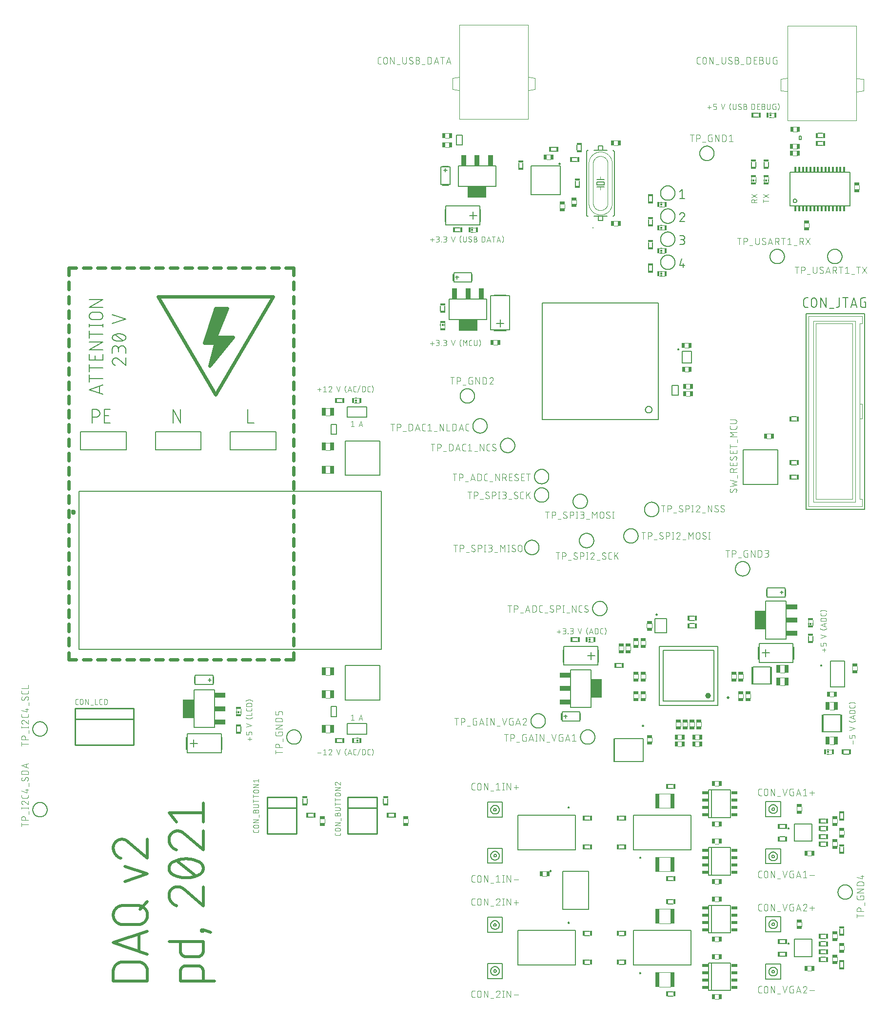
<source format=gto>
G04 EAGLE Gerber RS-274X export*
G75*
%MOMM*%
%FSLAX34Y34*%
%LPD*%
%INSilkscreen Top*%
%IPPOS*%
%AMOC8*
5,1,8,0,0,1.08239X$1,22.5*%
G01*
%ADD10C,0.152400*%
%ADD11C,0.127000*%
%ADD12C,0.203200*%
%ADD13C,0.609600*%
%ADD14C,0.508000*%
%ADD15C,0.076200*%
%ADD16R,3.200400X1.854200*%
%ADD17R,0.863600X1.854200*%
%ADD18C,0.101600*%
%ADD19R,0.500100X0.950000*%
%ADD20R,0.406400X0.863600*%
%ADD21C,0.100000*%
%ADD22C,0.200000*%
%ADD23R,0.950000X0.500100*%
%ADD24R,0.863600X0.406400*%
%ADD25C,0.050800*%
%ADD26C,0.254000*%
%ADD27R,1.854200X3.200400*%
%ADD28R,1.854200X0.863600*%
%ADD29C,0.150000*%
%ADD30C,0.500000*%
%ADD31C,1.000000*%
%ADD32R,0.900000X0.400000*%
%ADD33R,0.150000X0.300000*%
%ADD34R,0.300000X0.300000*%
%ADD35R,0.400000X0.900000*%
%ADD36R,0.300000X0.150000*%
%ADD37R,0.750100X1.450100*%
%ADD38R,0.326669X0.933269*%
%ADD39R,0.329181X0.938119*%
%ADD40R,0.330431X0.940059*%
%ADD41R,0.327250X0.937241*%
%ADD42R,0.330609X0.929950*%
%ADD43R,0.326431X0.933019*%
%ADD44R,0.326900X0.932091*%
%ADD45R,0.325509X0.933550*%
%ADD46R,0.325819X0.932269*%
%ADD47R,0.325822X0.929391*%
%ADD48R,0.324797X0.930719*%
%ADD49R,0.324219X0.931550*%
%ADD50R,0.323391X0.931131*%
%ADD51R,0.321919X0.930081*%
%ADD52R,0.321881X0.931050*%
%ADD53R,0.324241X0.933741*%
%ADD54R,0.322459X0.932550*%
%ADD55R,0.326200X0.936309*%
%ADD56R,0.327319X0.939469*%
%ADD57R,0.326400X0.939191*%
%ADD58R,0.325462X0.938091*%
%ADD59R,0.324959X0.935391*%
%ADD60R,0.324309X0.937719*%
%ADD61R,0.324850X0.934800*%
%ADD62R,0.323209X0.937700*%
%ADD63R,0.321941X0.938719*%
%ADD64R,0.324491X0.934991*%
%ADD65R,0.324359X0.935009*%
%ADD66C,0.400000*%
%ADD67R,1.100000X0.490000*%
%ADD68R,0.750100X2.599900*%
%ADD69C,0.254000*%


D10*
X1423451Y1231872D02*
X1419839Y1231872D01*
X1419721Y1231874D01*
X1419603Y1231880D01*
X1419485Y1231889D01*
X1419368Y1231903D01*
X1419251Y1231920D01*
X1419134Y1231941D01*
X1419019Y1231966D01*
X1418904Y1231995D01*
X1418790Y1232028D01*
X1418678Y1232064D01*
X1418567Y1232104D01*
X1418457Y1232147D01*
X1418348Y1232194D01*
X1418241Y1232244D01*
X1418136Y1232299D01*
X1418033Y1232356D01*
X1417932Y1232417D01*
X1417832Y1232481D01*
X1417735Y1232548D01*
X1417640Y1232618D01*
X1417548Y1232692D01*
X1417457Y1232768D01*
X1417370Y1232848D01*
X1417285Y1232930D01*
X1417203Y1233015D01*
X1417123Y1233102D01*
X1417047Y1233193D01*
X1416973Y1233285D01*
X1416903Y1233380D01*
X1416836Y1233477D01*
X1416772Y1233577D01*
X1416711Y1233678D01*
X1416654Y1233781D01*
X1416599Y1233886D01*
X1416549Y1233993D01*
X1416502Y1234102D01*
X1416459Y1234212D01*
X1416419Y1234323D01*
X1416383Y1234435D01*
X1416350Y1234549D01*
X1416321Y1234664D01*
X1416296Y1234779D01*
X1416275Y1234896D01*
X1416258Y1235013D01*
X1416244Y1235130D01*
X1416235Y1235248D01*
X1416229Y1235366D01*
X1416227Y1235484D01*
X1416226Y1235484D02*
X1416226Y1244516D01*
X1416227Y1244516D02*
X1416229Y1244634D01*
X1416235Y1244752D01*
X1416244Y1244870D01*
X1416258Y1244987D01*
X1416275Y1245104D01*
X1416296Y1245221D01*
X1416321Y1245336D01*
X1416350Y1245451D01*
X1416383Y1245565D01*
X1416419Y1245677D01*
X1416459Y1245788D01*
X1416502Y1245898D01*
X1416549Y1246007D01*
X1416599Y1246114D01*
X1416653Y1246219D01*
X1416711Y1246322D01*
X1416772Y1246423D01*
X1416836Y1246523D01*
X1416903Y1246620D01*
X1416973Y1246715D01*
X1417047Y1246807D01*
X1417123Y1246898D01*
X1417203Y1246985D01*
X1417285Y1247070D01*
X1417370Y1247152D01*
X1417457Y1247232D01*
X1417548Y1247308D01*
X1417640Y1247382D01*
X1417735Y1247452D01*
X1417832Y1247519D01*
X1417932Y1247583D01*
X1418033Y1247644D01*
X1418136Y1247701D01*
X1418241Y1247755D01*
X1418348Y1247806D01*
X1418457Y1247853D01*
X1418567Y1247896D01*
X1418678Y1247936D01*
X1418790Y1247972D01*
X1418904Y1248005D01*
X1419019Y1248034D01*
X1419134Y1248059D01*
X1419251Y1248080D01*
X1419368Y1248097D01*
X1419485Y1248111D01*
X1419603Y1248120D01*
X1419721Y1248126D01*
X1419839Y1248128D01*
X1423451Y1248128D01*
X1429292Y1243612D02*
X1429292Y1236388D01*
X1429291Y1243612D02*
X1429293Y1243745D01*
X1429299Y1243877D01*
X1429309Y1244009D01*
X1429322Y1244141D01*
X1429340Y1244273D01*
X1429361Y1244403D01*
X1429386Y1244534D01*
X1429415Y1244663D01*
X1429448Y1244791D01*
X1429484Y1244919D01*
X1429524Y1245045D01*
X1429568Y1245170D01*
X1429616Y1245294D01*
X1429667Y1245416D01*
X1429722Y1245537D01*
X1429780Y1245656D01*
X1429842Y1245774D01*
X1429907Y1245889D01*
X1429976Y1246003D01*
X1430047Y1246114D01*
X1430123Y1246223D01*
X1430201Y1246330D01*
X1430282Y1246435D01*
X1430367Y1246537D01*
X1430454Y1246637D01*
X1430544Y1246734D01*
X1430637Y1246829D01*
X1430733Y1246920D01*
X1430831Y1247009D01*
X1430932Y1247095D01*
X1431036Y1247178D01*
X1431142Y1247258D01*
X1431250Y1247334D01*
X1431360Y1247408D01*
X1431473Y1247478D01*
X1431587Y1247545D01*
X1431704Y1247608D01*
X1431822Y1247668D01*
X1431942Y1247725D01*
X1432064Y1247778D01*
X1432187Y1247827D01*
X1432311Y1247873D01*
X1432437Y1247915D01*
X1432564Y1247953D01*
X1432692Y1247988D01*
X1432821Y1248019D01*
X1432950Y1248046D01*
X1433081Y1248069D01*
X1433212Y1248089D01*
X1433344Y1248104D01*
X1433476Y1248116D01*
X1433608Y1248124D01*
X1433741Y1248128D01*
X1433873Y1248128D01*
X1434006Y1248124D01*
X1434138Y1248116D01*
X1434270Y1248104D01*
X1434402Y1248089D01*
X1434533Y1248069D01*
X1434664Y1248046D01*
X1434793Y1248019D01*
X1434922Y1247988D01*
X1435050Y1247953D01*
X1435177Y1247915D01*
X1435303Y1247873D01*
X1435427Y1247827D01*
X1435550Y1247778D01*
X1435672Y1247725D01*
X1435792Y1247668D01*
X1435910Y1247608D01*
X1436027Y1247545D01*
X1436141Y1247478D01*
X1436254Y1247408D01*
X1436364Y1247334D01*
X1436472Y1247258D01*
X1436578Y1247178D01*
X1436682Y1247095D01*
X1436783Y1247009D01*
X1436881Y1246920D01*
X1436977Y1246829D01*
X1437070Y1246734D01*
X1437160Y1246637D01*
X1437247Y1246537D01*
X1437332Y1246435D01*
X1437413Y1246330D01*
X1437491Y1246223D01*
X1437567Y1246114D01*
X1437638Y1246003D01*
X1437707Y1245889D01*
X1437772Y1245774D01*
X1437834Y1245656D01*
X1437892Y1245537D01*
X1437947Y1245416D01*
X1437998Y1245294D01*
X1438046Y1245170D01*
X1438090Y1245045D01*
X1438130Y1244919D01*
X1438166Y1244791D01*
X1438199Y1244663D01*
X1438228Y1244534D01*
X1438253Y1244403D01*
X1438274Y1244273D01*
X1438292Y1244141D01*
X1438305Y1244009D01*
X1438315Y1243877D01*
X1438321Y1243745D01*
X1438323Y1243612D01*
X1438323Y1236388D01*
X1438321Y1236255D01*
X1438315Y1236123D01*
X1438305Y1235991D01*
X1438292Y1235859D01*
X1438274Y1235727D01*
X1438253Y1235597D01*
X1438228Y1235466D01*
X1438199Y1235337D01*
X1438166Y1235209D01*
X1438130Y1235081D01*
X1438090Y1234955D01*
X1438046Y1234830D01*
X1437998Y1234706D01*
X1437947Y1234584D01*
X1437892Y1234463D01*
X1437834Y1234344D01*
X1437772Y1234226D01*
X1437707Y1234111D01*
X1437638Y1233997D01*
X1437567Y1233886D01*
X1437491Y1233777D01*
X1437413Y1233670D01*
X1437332Y1233565D01*
X1437247Y1233463D01*
X1437160Y1233363D01*
X1437070Y1233266D01*
X1436977Y1233171D01*
X1436881Y1233080D01*
X1436783Y1232991D01*
X1436682Y1232905D01*
X1436578Y1232822D01*
X1436472Y1232742D01*
X1436364Y1232666D01*
X1436254Y1232592D01*
X1436141Y1232522D01*
X1436027Y1232455D01*
X1435910Y1232392D01*
X1435792Y1232332D01*
X1435672Y1232275D01*
X1435550Y1232222D01*
X1435427Y1232173D01*
X1435303Y1232127D01*
X1435177Y1232085D01*
X1435050Y1232047D01*
X1434922Y1232012D01*
X1434793Y1231981D01*
X1434664Y1231954D01*
X1434533Y1231931D01*
X1434402Y1231911D01*
X1434270Y1231896D01*
X1434138Y1231884D01*
X1434006Y1231876D01*
X1433873Y1231872D01*
X1433741Y1231872D01*
X1433608Y1231876D01*
X1433476Y1231884D01*
X1433344Y1231896D01*
X1433212Y1231911D01*
X1433081Y1231931D01*
X1432950Y1231954D01*
X1432821Y1231981D01*
X1432692Y1232012D01*
X1432564Y1232047D01*
X1432437Y1232085D01*
X1432311Y1232127D01*
X1432187Y1232173D01*
X1432064Y1232222D01*
X1431942Y1232275D01*
X1431822Y1232332D01*
X1431704Y1232392D01*
X1431587Y1232455D01*
X1431473Y1232522D01*
X1431360Y1232592D01*
X1431250Y1232666D01*
X1431142Y1232742D01*
X1431036Y1232822D01*
X1430932Y1232905D01*
X1430831Y1232991D01*
X1430733Y1233080D01*
X1430637Y1233171D01*
X1430544Y1233266D01*
X1430454Y1233363D01*
X1430367Y1233463D01*
X1430282Y1233565D01*
X1430201Y1233670D01*
X1430123Y1233777D01*
X1430047Y1233886D01*
X1429976Y1233997D01*
X1429907Y1234111D01*
X1429842Y1234226D01*
X1429780Y1234344D01*
X1429722Y1234463D01*
X1429667Y1234584D01*
X1429616Y1234706D01*
X1429568Y1234830D01*
X1429524Y1234955D01*
X1429484Y1235081D01*
X1429448Y1235209D01*
X1429415Y1235337D01*
X1429386Y1235466D01*
X1429361Y1235597D01*
X1429340Y1235727D01*
X1429322Y1235859D01*
X1429309Y1235991D01*
X1429299Y1236123D01*
X1429293Y1236255D01*
X1429291Y1236388D01*
X1445444Y1231872D02*
X1445444Y1248128D01*
X1454475Y1231872D01*
X1454475Y1248128D01*
X1460936Y1230066D02*
X1468161Y1230066D01*
X1477976Y1235484D02*
X1477976Y1248128D01*
X1477976Y1235484D02*
X1477974Y1235366D01*
X1477968Y1235248D01*
X1477959Y1235130D01*
X1477945Y1235013D01*
X1477928Y1234896D01*
X1477907Y1234779D01*
X1477882Y1234664D01*
X1477853Y1234549D01*
X1477820Y1234435D01*
X1477784Y1234323D01*
X1477744Y1234212D01*
X1477701Y1234102D01*
X1477654Y1233993D01*
X1477604Y1233886D01*
X1477549Y1233781D01*
X1477492Y1233678D01*
X1477431Y1233577D01*
X1477367Y1233477D01*
X1477300Y1233380D01*
X1477230Y1233285D01*
X1477156Y1233193D01*
X1477080Y1233102D01*
X1477000Y1233015D01*
X1476918Y1232930D01*
X1476833Y1232848D01*
X1476746Y1232768D01*
X1476655Y1232692D01*
X1476563Y1232618D01*
X1476468Y1232548D01*
X1476371Y1232481D01*
X1476271Y1232417D01*
X1476170Y1232356D01*
X1476067Y1232299D01*
X1475962Y1232244D01*
X1475855Y1232194D01*
X1475746Y1232147D01*
X1475636Y1232104D01*
X1475525Y1232064D01*
X1475413Y1232028D01*
X1475299Y1231995D01*
X1475184Y1231966D01*
X1475069Y1231941D01*
X1474952Y1231920D01*
X1474835Y1231903D01*
X1474718Y1231889D01*
X1474600Y1231880D01*
X1474482Y1231874D01*
X1474364Y1231872D01*
X1472557Y1231872D01*
X1488517Y1231872D02*
X1488517Y1248128D01*
X1493032Y1248128D02*
X1484001Y1248128D01*
X1503106Y1248128D02*
X1497687Y1231872D01*
X1508524Y1231872D02*
X1503106Y1248128D01*
X1507170Y1235936D02*
X1499042Y1235936D01*
X1521064Y1240903D02*
X1523774Y1240903D01*
X1523774Y1231872D01*
X1518355Y1231872D01*
X1518237Y1231874D01*
X1518119Y1231880D01*
X1518001Y1231889D01*
X1517884Y1231903D01*
X1517767Y1231920D01*
X1517650Y1231941D01*
X1517535Y1231966D01*
X1517420Y1231995D01*
X1517306Y1232028D01*
X1517194Y1232064D01*
X1517083Y1232104D01*
X1516973Y1232147D01*
X1516864Y1232194D01*
X1516757Y1232244D01*
X1516652Y1232299D01*
X1516549Y1232356D01*
X1516448Y1232417D01*
X1516348Y1232481D01*
X1516251Y1232548D01*
X1516156Y1232618D01*
X1516064Y1232692D01*
X1515973Y1232768D01*
X1515886Y1232848D01*
X1515801Y1232930D01*
X1515719Y1233015D01*
X1515639Y1233102D01*
X1515563Y1233193D01*
X1515489Y1233285D01*
X1515419Y1233380D01*
X1515352Y1233477D01*
X1515288Y1233577D01*
X1515227Y1233678D01*
X1515170Y1233781D01*
X1515115Y1233886D01*
X1515065Y1233993D01*
X1515018Y1234102D01*
X1514975Y1234212D01*
X1514935Y1234323D01*
X1514899Y1234435D01*
X1514866Y1234549D01*
X1514837Y1234664D01*
X1514812Y1234779D01*
X1514791Y1234896D01*
X1514774Y1235013D01*
X1514760Y1235130D01*
X1514751Y1235248D01*
X1514745Y1235366D01*
X1514743Y1235484D01*
X1514743Y1244516D01*
X1514745Y1244634D01*
X1514751Y1244752D01*
X1514760Y1244870D01*
X1514774Y1244987D01*
X1514791Y1245104D01*
X1514812Y1245221D01*
X1514837Y1245336D01*
X1514866Y1245451D01*
X1514899Y1245565D01*
X1514935Y1245677D01*
X1514975Y1245788D01*
X1515018Y1245898D01*
X1515065Y1246007D01*
X1515115Y1246114D01*
X1515169Y1246219D01*
X1515227Y1246322D01*
X1515288Y1246423D01*
X1515352Y1246523D01*
X1515419Y1246620D01*
X1515489Y1246715D01*
X1515563Y1246807D01*
X1515639Y1246898D01*
X1515719Y1246985D01*
X1515801Y1247070D01*
X1515886Y1247152D01*
X1515973Y1247232D01*
X1516064Y1247308D01*
X1516156Y1247382D01*
X1516251Y1247452D01*
X1516348Y1247519D01*
X1516448Y1247583D01*
X1516549Y1247644D01*
X1516652Y1247701D01*
X1516757Y1247755D01*
X1516864Y1247806D01*
X1516973Y1247853D01*
X1517083Y1247896D01*
X1517194Y1247936D01*
X1517306Y1247972D01*
X1517420Y1248005D01*
X1517535Y1248034D01*
X1517650Y1248059D01*
X1517767Y1248080D01*
X1517884Y1248097D01*
X1518001Y1248111D01*
X1518119Y1248120D01*
X1518237Y1248126D01*
X1518355Y1248128D01*
X1523774Y1248128D01*
D11*
X1204939Y1436129D02*
X1200635Y1432686D01*
X1204939Y1436129D02*
X1204939Y1420635D01*
X1200635Y1420635D02*
X1209243Y1420635D01*
X1205369Y1396130D02*
X1205491Y1396128D01*
X1205612Y1396122D01*
X1205734Y1396113D01*
X1205855Y1396099D01*
X1205975Y1396082D01*
X1206095Y1396061D01*
X1206214Y1396037D01*
X1206332Y1396008D01*
X1206450Y1395976D01*
X1206566Y1395940D01*
X1206681Y1395901D01*
X1206795Y1395858D01*
X1206908Y1395811D01*
X1207018Y1395761D01*
X1207128Y1395708D01*
X1207235Y1395651D01*
X1207341Y1395591D01*
X1207445Y1395527D01*
X1207547Y1395460D01*
X1207646Y1395390D01*
X1207743Y1395317D01*
X1207838Y1395241D01*
X1207931Y1395162D01*
X1208021Y1395080D01*
X1208108Y1394995D01*
X1208193Y1394908D01*
X1208275Y1394818D01*
X1208354Y1394725D01*
X1208430Y1394630D01*
X1208503Y1394533D01*
X1208573Y1394434D01*
X1208640Y1394332D01*
X1208704Y1394228D01*
X1208764Y1394122D01*
X1208821Y1394015D01*
X1208874Y1393905D01*
X1208924Y1393795D01*
X1208971Y1393682D01*
X1209014Y1393568D01*
X1209053Y1393453D01*
X1209089Y1393337D01*
X1209121Y1393219D01*
X1209150Y1393101D01*
X1209174Y1392982D01*
X1209195Y1392862D01*
X1209212Y1392742D01*
X1209226Y1392621D01*
X1209235Y1392499D01*
X1209241Y1392378D01*
X1209243Y1392256D01*
X1205369Y1396129D02*
X1205230Y1396127D01*
X1205091Y1396121D01*
X1204952Y1396112D01*
X1204814Y1396098D01*
X1204676Y1396080D01*
X1204539Y1396059D01*
X1204402Y1396034D01*
X1204266Y1396005D01*
X1204131Y1395972D01*
X1203996Y1395936D01*
X1203863Y1395896D01*
X1203731Y1395852D01*
X1203601Y1395804D01*
X1203471Y1395753D01*
X1203344Y1395698D01*
X1203217Y1395640D01*
X1203093Y1395578D01*
X1202970Y1395513D01*
X1202849Y1395444D01*
X1202730Y1395372D01*
X1202613Y1395296D01*
X1202499Y1395218D01*
X1202386Y1395136D01*
X1202276Y1395051D01*
X1202168Y1394963D01*
X1202063Y1394872D01*
X1201961Y1394778D01*
X1201861Y1394682D01*
X1201763Y1394582D01*
X1201669Y1394480D01*
X1201577Y1394376D01*
X1201489Y1394268D01*
X1201403Y1394159D01*
X1201321Y1394047D01*
X1201242Y1393932D01*
X1201166Y1393816D01*
X1201093Y1393698D01*
X1201023Y1393577D01*
X1200957Y1393455D01*
X1200895Y1393330D01*
X1200836Y1393205D01*
X1200780Y1393077D01*
X1200728Y1392948D01*
X1200680Y1392818D01*
X1200635Y1392686D01*
X1207952Y1389243D02*
X1208041Y1389330D01*
X1208127Y1389420D01*
X1208211Y1389513D01*
X1208292Y1389608D01*
X1208370Y1389705D01*
X1208445Y1389805D01*
X1208517Y1389907D01*
X1208586Y1390011D01*
X1208651Y1390117D01*
X1208714Y1390225D01*
X1208773Y1390335D01*
X1208829Y1390447D01*
X1208882Y1390560D01*
X1208931Y1390674D01*
X1208976Y1390791D01*
X1209019Y1390908D01*
X1209057Y1391027D01*
X1209092Y1391146D01*
X1209124Y1391267D01*
X1209152Y1391389D01*
X1209176Y1391511D01*
X1209196Y1391634D01*
X1209213Y1391758D01*
X1209226Y1391882D01*
X1209236Y1392007D01*
X1209241Y1392131D01*
X1209243Y1392256D01*
X1207952Y1389243D02*
X1200635Y1380635D01*
X1209243Y1380635D01*
X1204939Y1340635D02*
X1200635Y1340635D01*
X1204939Y1340635D02*
X1205069Y1340637D01*
X1205199Y1340643D01*
X1205329Y1340653D01*
X1205458Y1340666D01*
X1205587Y1340684D01*
X1205715Y1340705D01*
X1205842Y1340731D01*
X1205969Y1340760D01*
X1206095Y1340793D01*
X1206219Y1340830D01*
X1206343Y1340870D01*
X1206465Y1340915D01*
X1206586Y1340963D01*
X1206705Y1341014D01*
X1206823Y1341069D01*
X1206939Y1341128D01*
X1207053Y1341190D01*
X1207166Y1341256D01*
X1207276Y1341325D01*
X1207384Y1341397D01*
X1207490Y1341472D01*
X1207593Y1341551D01*
X1207694Y1341633D01*
X1207793Y1341717D01*
X1207889Y1341805D01*
X1207982Y1341896D01*
X1208073Y1341989D01*
X1208161Y1342085D01*
X1208245Y1342184D01*
X1208327Y1342285D01*
X1208406Y1342388D01*
X1208481Y1342494D01*
X1208553Y1342602D01*
X1208622Y1342712D01*
X1208688Y1342825D01*
X1208750Y1342939D01*
X1208809Y1343055D01*
X1208864Y1343173D01*
X1208915Y1343292D01*
X1208963Y1343413D01*
X1209008Y1343535D01*
X1209048Y1343659D01*
X1209085Y1343783D01*
X1209118Y1343909D01*
X1209147Y1344036D01*
X1209173Y1344163D01*
X1209194Y1344291D01*
X1209212Y1344420D01*
X1209225Y1344549D01*
X1209235Y1344679D01*
X1209241Y1344809D01*
X1209243Y1344939D01*
X1209241Y1345069D01*
X1209235Y1345199D01*
X1209225Y1345329D01*
X1209212Y1345458D01*
X1209194Y1345587D01*
X1209173Y1345715D01*
X1209147Y1345842D01*
X1209118Y1345969D01*
X1209085Y1346095D01*
X1209048Y1346219D01*
X1209008Y1346343D01*
X1208963Y1346465D01*
X1208915Y1346586D01*
X1208864Y1346705D01*
X1208809Y1346823D01*
X1208750Y1346939D01*
X1208688Y1347053D01*
X1208622Y1347166D01*
X1208553Y1347276D01*
X1208481Y1347384D01*
X1208406Y1347490D01*
X1208327Y1347593D01*
X1208245Y1347694D01*
X1208161Y1347793D01*
X1208073Y1347889D01*
X1207982Y1347982D01*
X1207889Y1348073D01*
X1207793Y1348161D01*
X1207694Y1348245D01*
X1207593Y1348327D01*
X1207490Y1348406D01*
X1207384Y1348481D01*
X1207276Y1348553D01*
X1207166Y1348622D01*
X1207053Y1348688D01*
X1206939Y1348750D01*
X1206823Y1348809D01*
X1206705Y1348864D01*
X1206586Y1348915D01*
X1206465Y1348963D01*
X1206343Y1349008D01*
X1206219Y1349048D01*
X1206095Y1349085D01*
X1205969Y1349118D01*
X1205842Y1349147D01*
X1205715Y1349173D01*
X1205587Y1349194D01*
X1205458Y1349212D01*
X1205329Y1349225D01*
X1205199Y1349235D01*
X1205069Y1349241D01*
X1204939Y1349243D01*
X1205800Y1356129D02*
X1200635Y1356129D01*
X1205800Y1356129D02*
X1205916Y1356127D01*
X1206032Y1356121D01*
X1206148Y1356111D01*
X1206264Y1356098D01*
X1206379Y1356080D01*
X1206493Y1356059D01*
X1206607Y1356033D01*
X1206719Y1356004D01*
X1206831Y1355971D01*
X1206941Y1355934D01*
X1207050Y1355894D01*
X1207158Y1355850D01*
X1207264Y1355802D01*
X1207368Y1355751D01*
X1207471Y1355696D01*
X1207572Y1355638D01*
X1207670Y1355577D01*
X1207767Y1355512D01*
X1207861Y1355444D01*
X1207953Y1355373D01*
X1208043Y1355298D01*
X1208130Y1355221D01*
X1208214Y1355141D01*
X1208295Y1355058D01*
X1208374Y1354972D01*
X1208450Y1354884D01*
X1208523Y1354793D01*
X1208592Y1354700D01*
X1208659Y1354605D01*
X1208722Y1354507D01*
X1208782Y1354408D01*
X1208838Y1354306D01*
X1208891Y1354202D01*
X1208941Y1354097D01*
X1208986Y1353990D01*
X1209029Y1353882D01*
X1209067Y1353772D01*
X1209102Y1353661D01*
X1209133Y1353549D01*
X1209160Y1353436D01*
X1209184Y1353322D01*
X1209203Y1353207D01*
X1209219Y1353092D01*
X1209231Y1352976D01*
X1209239Y1352860D01*
X1209243Y1352744D01*
X1209243Y1352628D01*
X1209239Y1352512D01*
X1209231Y1352396D01*
X1209219Y1352280D01*
X1209203Y1352165D01*
X1209184Y1352050D01*
X1209160Y1351936D01*
X1209133Y1351823D01*
X1209102Y1351711D01*
X1209067Y1351600D01*
X1209029Y1351490D01*
X1208986Y1351382D01*
X1208941Y1351275D01*
X1208891Y1351170D01*
X1208838Y1351066D01*
X1208782Y1350965D01*
X1208722Y1350865D01*
X1208659Y1350767D01*
X1208592Y1350672D01*
X1208523Y1350579D01*
X1208450Y1350488D01*
X1208374Y1350400D01*
X1208295Y1350314D01*
X1208214Y1350231D01*
X1208130Y1350151D01*
X1208043Y1350074D01*
X1207953Y1349999D01*
X1207861Y1349928D01*
X1207767Y1349860D01*
X1207670Y1349795D01*
X1207572Y1349734D01*
X1207471Y1349676D01*
X1207368Y1349621D01*
X1207264Y1349570D01*
X1207158Y1349522D01*
X1207050Y1349478D01*
X1206941Y1349438D01*
X1206831Y1349401D01*
X1206719Y1349368D01*
X1206607Y1349339D01*
X1206493Y1349313D01*
X1206379Y1349292D01*
X1206264Y1349274D01*
X1206148Y1349261D01*
X1206032Y1349251D01*
X1205916Y1349245D01*
X1205800Y1349243D01*
X1202357Y1349243D01*
X1204078Y1316129D02*
X1200635Y1304078D01*
X1209243Y1304078D01*
X1206660Y1307521D02*
X1206660Y1300635D01*
D12*
X451016Y1054384D02*
X451016Y1031016D01*
X461402Y1031016D01*
X321016Y1031016D02*
X321016Y1054384D01*
X333998Y1031016D01*
X333998Y1054384D01*
X181016Y1054384D02*
X181016Y1031016D01*
X181016Y1054384D02*
X187507Y1054384D01*
X187666Y1054382D01*
X187825Y1054376D01*
X187985Y1054366D01*
X188143Y1054353D01*
X188302Y1054335D01*
X188459Y1054314D01*
X188617Y1054288D01*
X188773Y1054259D01*
X188929Y1054226D01*
X189084Y1054189D01*
X189238Y1054149D01*
X189391Y1054104D01*
X189543Y1054056D01*
X189694Y1054005D01*
X189843Y1053949D01*
X189991Y1053890D01*
X190137Y1053827D01*
X190282Y1053761D01*
X190425Y1053691D01*
X190567Y1053618D01*
X190706Y1053541D01*
X190844Y1053461D01*
X190980Y1053377D01*
X191113Y1053290D01*
X191245Y1053200D01*
X191374Y1053107D01*
X191500Y1053010D01*
X191625Y1052911D01*
X191747Y1052808D01*
X191866Y1052703D01*
X191983Y1052594D01*
X192097Y1052483D01*
X192208Y1052369D01*
X192317Y1052252D01*
X192422Y1052133D01*
X192525Y1052011D01*
X192624Y1051886D01*
X192721Y1051760D01*
X192814Y1051631D01*
X192904Y1051499D01*
X192991Y1051366D01*
X193075Y1051230D01*
X193155Y1051092D01*
X193232Y1050953D01*
X193305Y1050811D01*
X193375Y1050668D01*
X193441Y1050523D01*
X193504Y1050377D01*
X193563Y1050229D01*
X193619Y1050080D01*
X193670Y1049929D01*
X193718Y1049777D01*
X193763Y1049624D01*
X193803Y1049470D01*
X193840Y1049315D01*
X193873Y1049159D01*
X193902Y1049003D01*
X193928Y1048845D01*
X193949Y1048688D01*
X193967Y1048529D01*
X193980Y1048371D01*
X193990Y1048211D01*
X193996Y1048052D01*
X193998Y1047893D01*
X193996Y1047734D01*
X193990Y1047575D01*
X193980Y1047415D01*
X193967Y1047257D01*
X193949Y1047098D01*
X193928Y1046941D01*
X193902Y1046783D01*
X193873Y1046627D01*
X193840Y1046471D01*
X193803Y1046316D01*
X193763Y1046162D01*
X193718Y1046009D01*
X193670Y1045857D01*
X193619Y1045706D01*
X193563Y1045557D01*
X193504Y1045409D01*
X193441Y1045263D01*
X193375Y1045118D01*
X193305Y1044975D01*
X193232Y1044833D01*
X193155Y1044694D01*
X193075Y1044556D01*
X192991Y1044420D01*
X192904Y1044287D01*
X192814Y1044155D01*
X192721Y1044026D01*
X192624Y1043900D01*
X192525Y1043775D01*
X192422Y1043653D01*
X192317Y1043534D01*
X192208Y1043417D01*
X192097Y1043303D01*
X191983Y1043192D01*
X191866Y1043083D01*
X191747Y1042978D01*
X191625Y1042875D01*
X191500Y1042776D01*
X191374Y1042679D01*
X191245Y1042586D01*
X191113Y1042496D01*
X190980Y1042409D01*
X190844Y1042325D01*
X190706Y1042245D01*
X190567Y1042168D01*
X190425Y1042095D01*
X190282Y1042025D01*
X190137Y1041959D01*
X189991Y1041896D01*
X189843Y1041837D01*
X189694Y1041781D01*
X189543Y1041730D01*
X189391Y1041682D01*
X189238Y1041637D01*
X189084Y1041597D01*
X188929Y1041560D01*
X188773Y1041527D01*
X188617Y1041498D01*
X188459Y1041472D01*
X188302Y1041451D01*
X188143Y1041433D01*
X187985Y1041420D01*
X187825Y1041410D01*
X187666Y1041404D01*
X187507Y1041402D01*
X181016Y1041402D01*
X201772Y1031016D02*
X212157Y1031016D01*
X201772Y1031016D02*
X201772Y1054384D01*
X212157Y1054384D01*
X209561Y1043998D02*
X201772Y1043998D01*
D13*
X530000Y632529D02*
X530000Y620000D01*
X530000Y644721D02*
X530000Y657250D01*
X530000Y669442D02*
X530000Y681971D01*
X530000Y694163D02*
X530000Y706693D01*
X530000Y718885D02*
X530000Y731414D01*
X530000Y743606D02*
X530000Y756135D01*
X530000Y768327D02*
X530000Y780856D01*
X530000Y793048D02*
X530000Y805577D01*
X530000Y817769D02*
X530000Y830298D01*
X530000Y842490D02*
X530000Y855019D01*
X530000Y867211D02*
X530000Y879741D01*
X530000Y891933D02*
X530000Y904462D01*
X530000Y916654D02*
X530000Y929183D01*
X530000Y941375D02*
X530000Y953904D01*
X530000Y966096D02*
X530000Y978625D01*
X530000Y990817D02*
X530000Y1003346D01*
X530000Y1015538D02*
X530000Y1028067D01*
X530000Y1040259D02*
X530000Y1052789D01*
X530000Y1064981D02*
X530000Y1077510D01*
X530000Y1089702D02*
X530000Y1102231D01*
X530000Y1114423D02*
X530000Y1126952D01*
X530000Y1139144D02*
X530000Y1151673D01*
X530000Y1163865D02*
X530000Y1176394D01*
X530000Y1188586D02*
X530000Y1201115D01*
X530000Y1213307D02*
X530000Y1225837D01*
X530000Y1238029D02*
X530000Y1250558D01*
X530000Y1262750D02*
X530000Y1275279D01*
X530000Y1287471D02*
X530000Y1300000D01*
X517055Y1300000D01*
X504863Y1300000D02*
X491918Y1300000D01*
X479726Y1300000D02*
X466781Y1300000D01*
X454589Y1300000D02*
X441644Y1300000D01*
X429452Y1300000D02*
X416507Y1300000D01*
X404315Y1300000D02*
X391370Y1300000D01*
X379178Y1300000D02*
X366233Y1300000D01*
X354041Y1300000D02*
X341096Y1300000D01*
X328904Y1300000D02*
X315959Y1300000D01*
X303767Y1300000D02*
X290822Y1300000D01*
X278630Y1300000D02*
X265685Y1300000D01*
X253493Y1300000D02*
X240548Y1300000D01*
X228356Y1300000D02*
X215411Y1300000D01*
X203219Y1300000D02*
X190274Y1300000D01*
X178082Y1300000D02*
X165137Y1300000D01*
X152945Y1300000D02*
X140000Y1300000D01*
X140000Y1287471D01*
X140000Y1275279D02*
X140000Y1262750D01*
X140000Y1250558D02*
X140000Y1238029D01*
X140000Y1225837D02*
X140000Y1213307D01*
X140000Y1201115D02*
X140000Y1188586D01*
X140000Y1176394D02*
X140000Y1163865D01*
X140000Y1151673D02*
X140000Y1139144D01*
X140000Y1126952D02*
X140000Y1114423D01*
X140000Y1102231D02*
X140000Y1089702D01*
X140000Y1077510D02*
X140000Y1064981D01*
X140000Y1052789D02*
X140000Y1040259D01*
X140000Y1028067D02*
X140000Y1015538D01*
X140000Y1003346D02*
X140000Y990817D01*
X140000Y978625D02*
X140000Y966096D01*
X140000Y953904D02*
X140000Y941375D01*
X140000Y929183D02*
X140000Y916654D01*
X140000Y904462D02*
X140000Y891933D01*
X140000Y879741D02*
X140000Y867211D01*
X140000Y855019D02*
X140000Y842490D01*
X140000Y830298D02*
X140000Y817769D01*
X140000Y805577D02*
X140000Y793048D01*
X140000Y780856D02*
X140000Y768327D01*
X140000Y756135D02*
X140000Y743606D01*
X140000Y731414D02*
X140000Y718885D01*
X140000Y706693D02*
X140000Y694163D01*
X140000Y681971D02*
X140000Y669442D01*
X140000Y657250D02*
X140000Y644721D01*
X140000Y632529D02*
X140000Y620000D01*
X152945Y620000D01*
X165137Y620000D02*
X178082Y620000D01*
X190274Y620000D02*
X203219Y620000D01*
X215411Y620000D02*
X228356Y620000D01*
X240548Y620000D02*
X253493Y620000D01*
X265685Y620000D02*
X278630Y620000D01*
X290822Y620000D02*
X303767Y620000D01*
X315959Y620000D02*
X328904Y620000D01*
X341096Y620000D02*
X354041Y620000D01*
X366233Y620000D02*
X379178Y620000D01*
X391370Y620000D02*
X404315Y620000D01*
X416507Y620000D02*
X429452Y620000D01*
X441644Y620000D02*
X454589Y620000D01*
X466781Y620000D02*
X479726Y620000D01*
X491918Y620000D02*
X504863Y620000D01*
X517055Y620000D02*
X530000Y620000D01*
D12*
X198984Y1081016D02*
X175616Y1088805D01*
X198984Y1096595D01*
X193142Y1094647D02*
X193142Y1082963D01*
X198984Y1108292D02*
X175616Y1108292D01*
X175616Y1101801D02*
X175616Y1114783D01*
X175616Y1126387D02*
X198984Y1126387D01*
X175616Y1119896D02*
X175616Y1132878D01*
X198984Y1140103D02*
X198984Y1150489D01*
X198984Y1140103D02*
X175616Y1140103D01*
X175616Y1150489D01*
X186002Y1147892D02*
X186002Y1140103D01*
X175616Y1158174D02*
X198984Y1158174D01*
X198984Y1171156D02*
X175616Y1158174D01*
X175616Y1171156D02*
X198984Y1171156D01*
X198984Y1184848D02*
X175616Y1184848D01*
X175616Y1191339D02*
X175616Y1178356D01*
X175616Y1200159D02*
X198984Y1200159D01*
X198984Y1202755D02*
X198984Y1197562D01*
X175616Y1197562D02*
X175616Y1202755D01*
X182107Y1210371D02*
X192493Y1210371D01*
X182107Y1210371D02*
X181948Y1210373D01*
X181789Y1210379D01*
X181629Y1210389D01*
X181471Y1210402D01*
X181312Y1210420D01*
X181155Y1210441D01*
X180997Y1210467D01*
X180841Y1210496D01*
X180685Y1210529D01*
X180530Y1210566D01*
X180376Y1210606D01*
X180223Y1210651D01*
X180071Y1210699D01*
X179920Y1210750D01*
X179771Y1210806D01*
X179623Y1210865D01*
X179477Y1210928D01*
X179332Y1210994D01*
X179189Y1211064D01*
X179047Y1211137D01*
X178908Y1211214D01*
X178770Y1211294D01*
X178634Y1211378D01*
X178501Y1211465D01*
X178369Y1211555D01*
X178240Y1211648D01*
X178114Y1211745D01*
X177989Y1211844D01*
X177867Y1211947D01*
X177748Y1212052D01*
X177631Y1212161D01*
X177517Y1212272D01*
X177406Y1212386D01*
X177297Y1212503D01*
X177192Y1212622D01*
X177089Y1212744D01*
X176990Y1212869D01*
X176893Y1212995D01*
X176800Y1213124D01*
X176710Y1213256D01*
X176623Y1213389D01*
X176539Y1213525D01*
X176459Y1213663D01*
X176382Y1213802D01*
X176309Y1213944D01*
X176239Y1214087D01*
X176173Y1214232D01*
X176110Y1214378D01*
X176051Y1214526D01*
X175995Y1214675D01*
X175944Y1214826D01*
X175896Y1214978D01*
X175851Y1215131D01*
X175811Y1215285D01*
X175774Y1215440D01*
X175741Y1215596D01*
X175712Y1215752D01*
X175686Y1215910D01*
X175665Y1216067D01*
X175647Y1216226D01*
X175634Y1216384D01*
X175624Y1216544D01*
X175618Y1216703D01*
X175616Y1216862D01*
X175618Y1217021D01*
X175624Y1217180D01*
X175634Y1217340D01*
X175647Y1217498D01*
X175665Y1217657D01*
X175686Y1217814D01*
X175712Y1217972D01*
X175741Y1218128D01*
X175774Y1218284D01*
X175811Y1218439D01*
X175851Y1218593D01*
X175896Y1218746D01*
X175944Y1218898D01*
X175995Y1219049D01*
X176051Y1219198D01*
X176110Y1219346D01*
X176173Y1219492D01*
X176239Y1219637D01*
X176309Y1219780D01*
X176382Y1219922D01*
X176459Y1220061D01*
X176539Y1220199D01*
X176623Y1220335D01*
X176710Y1220468D01*
X176800Y1220600D01*
X176893Y1220729D01*
X176990Y1220855D01*
X177089Y1220980D01*
X177192Y1221102D01*
X177297Y1221221D01*
X177406Y1221338D01*
X177517Y1221452D01*
X177631Y1221563D01*
X177748Y1221672D01*
X177867Y1221777D01*
X177989Y1221880D01*
X178114Y1221979D01*
X178240Y1222076D01*
X178369Y1222169D01*
X178501Y1222259D01*
X178634Y1222346D01*
X178770Y1222430D01*
X178908Y1222510D01*
X179047Y1222587D01*
X179189Y1222660D01*
X179332Y1222730D01*
X179477Y1222796D01*
X179623Y1222859D01*
X179771Y1222918D01*
X179920Y1222974D01*
X180071Y1223025D01*
X180223Y1223073D01*
X180376Y1223118D01*
X180530Y1223158D01*
X180685Y1223195D01*
X180841Y1223228D01*
X180997Y1223257D01*
X181155Y1223283D01*
X181312Y1223304D01*
X181471Y1223322D01*
X181629Y1223335D01*
X181789Y1223345D01*
X181948Y1223351D01*
X182107Y1223353D01*
X192493Y1223353D01*
X192652Y1223351D01*
X192811Y1223345D01*
X192971Y1223335D01*
X193129Y1223322D01*
X193288Y1223304D01*
X193445Y1223283D01*
X193603Y1223257D01*
X193759Y1223228D01*
X193915Y1223195D01*
X194070Y1223158D01*
X194224Y1223118D01*
X194377Y1223073D01*
X194529Y1223025D01*
X194680Y1222974D01*
X194829Y1222918D01*
X194977Y1222859D01*
X195123Y1222796D01*
X195268Y1222730D01*
X195411Y1222660D01*
X195553Y1222587D01*
X195692Y1222510D01*
X195830Y1222430D01*
X195966Y1222346D01*
X196099Y1222259D01*
X196231Y1222169D01*
X196360Y1222076D01*
X196486Y1221979D01*
X196611Y1221880D01*
X196733Y1221777D01*
X196852Y1221672D01*
X196969Y1221563D01*
X197083Y1221452D01*
X197194Y1221338D01*
X197303Y1221221D01*
X197408Y1221102D01*
X197511Y1220980D01*
X197610Y1220855D01*
X197707Y1220729D01*
X197800Y1220600D01*
X197890Y1220468D01*
X197977Y1220335D01*
X198061Y1220199D01*
X198141Y1220061D01*
X198218Y1219922D01*
X198291Y1219780D01*
X198361Y1219637D01*
X198427Y1219492D01*
X198490Y1219346D01*
X198549Y1219198D01*
X198605Y1219049D01*
X198656Y1218898D01*
X198704Y1218746D01*
X198749Y1218593D01*
X198789Y1218439D01*
X198826Y1218284D01*
X198859Y1218128D01*
X198888Y1217972D01*
X198914Y1217814D01*
X198935Y1217657D01*
X198953Y1217498D01*
X198966Y1217340D01*
X198976Y1217180D01*
X198982Y1217021D01*
X198984Y1216862D01*
X198982Y1216703D01*
X198976Y1216544D01*
X198966Y1216384D01*
X198953Y1216226D01*
X198935Y1216067D01*
X198914Y1215910D01*
X198888Y1215752D01*
X198859Y1215596D01*
X198826Y1215440D01*
X198789Y1215285D01*
X198749Y1215131D01*
X198704Y1214978D01*
X198656Y1214826D01*
X198605Y1214675D01*
X198549Y1214526D01*
X198490Y1214378D01*
X198427Y1214232D01*
X198361Y1214087D01*
X198291Y1213944D01*
X198218Y1213802D01*
X198141Y1213663D01*
X198061Y1213525D01*
X197977Y1213389D01*
X197890Y1213256D01*
X197800Y1213124D01*
X197707Y1212995D01*
X197610Y1212869D01*
X197511Y1212744D01*
X197408Y1212622D01*
X197303Y1212503D01*
X197194Y1212386D01*
X197083Y1212272D01*
X196969Y1212161D01*
X196852Y1212052D01*
X196733Y1211947D01*
X196611Y1211844D01*
X196486Y1211745D01*
X196360Y1211648D01*
X196231Y1211555D01*
X196099Y1211465D01*
X195966Y1211378D01*
X195830Y1211294D01*
X195692Y1211214D01*
X195553Y1211137D01*
X195411Y1211064D01*
X195268Y1210994D01*
X195123Y1210928D01*
X194977Y1210865D01*
X194829Y1210806D01*
X194680Y1210750D01*
X194529Y1210699D01*
X194377Y1210651D01*
X194224Y1210606D01*
X194070Y1210566D01*
X193915Y1210529D01*
X193759Y1210496D01*
X193603Y1210467D01*
X193445Y1210441D01*
X193288Y1210420D01*
X193129Y1210402D01*
X192971Y1210389D01*
X192811Y1210379D01*
X192652Y1210373D01*
X192493Y1210371D01*
X198984Y1231945D02*
X175616Y1231945D01*
X198984Y1244928D01*
X175616Y1244928D01*
X221458Y1143998D02*
X221308Y1143996D01*
X221157Y1143990D01*
X221007Y1143981D01*
X220857Y1143967D01*
X220708Y1143950D01*
X220559Y1143928D01*
X220411Y1143903D01*
X220263Y1143874D01*
X220116Y1143842D01*
X219970Y1143805D01*
X219825Y1143765D01*
X219681Y1143721D01*
X219539Y1143674D01*
X219397Y1143622D01*
X219257Y1143568D01*
X219119Y1143509D01*
X218981Y1143447D01*
X218846Y1143382D01*
X218712Y1143313D01*
X218581Y1143240D01*
X218451Y1143164D01*
X218323Y1143085D01*
X218197Y1143003D01*
X218073Y1142917D01*
X217952Y1142829D01*
X217832Y1142737D01*
X217716Y1142642D01*
X217601Y1142544D01*
X217490Y1142443D01*
X217381Y1142340D01*
X217274Y1142233D01*
X217171Y1142124D01*
X217070Y1142013D01*
X216972Y1141898D01*
X216877Y1141782D01*
X216785Y1141662D01*
X216697Y1141541D01*
X216611Y1141417D01*
X216529Y1141291D01*
X216450Y1141163D01*
X216374Y1141033D01*
X216301Y1140902D01*
X216232Y1140768D01*
X216167Y1140633D01*
X216105Y1140495D01*
X216046Y1140357D01*
X215992Y1140217D01*
X215940Y1140075D01*
X215893Y1139933D01*
X215849Y1139789D01*
X215809Y1139644D01*
X215772Y1139498D01*
X215740Y1139351D01*
X215711Y1139203D01*
X215686Y1139055D01*
X215664Y1138906D01*
X215647Y1138757D01*
X215633Y1138607D01*
X215624Y1138457D01*
X215618Y1138306D01*
X215616Y1138156D01*
X215618Y1137975D01*
X215625Y1137793D01*
X215636Y1137612D01*
X215651Y1137431D01*
X215671Y1137251D01*
X215695Y1137071D01*
X215723Y1136892D01*
X215756Y1136713D01*
X215793Y1136535D01*
X215834Y1136359D01*
X215880Y1136183D01*
X215930Y1136008D01*
X215984Y1135835D01*
X216042Y1135663D01*
X216104Y1135493D01*
X216171Y1135324D01*
X216241Y1135157D01*
X216316Y1134991D01*
X216394Y1134827D01*
X216477Y1134666D01*
X216563Y1134506D01*
X216653Y1134349D01*
X216747Y1134193D01*
X216845Y1134040D01*
X216946Y1133890D01*
X217051Y1133742D01*
X217160Y1133596D01*
X217272Y1133453D01*
X217387Y1133313D01*
X217506Y1133176D01*
X217628Y1133042D01*
X217754Y1132911D01*
X217882Y1132782D01*
X218013Y1132657D01*
X218148Y1132535D01*
X218285Y1132417D01*
X218425Y1132301D01*
X218568Y1132190D01*
X218714Y1132081D01*
X218862Y1131976D01*
X219013Y1131875D01*
X219166Y1131778D01*
X219321Y1131684D01*
X219479Y1131594D01*
X219639Y1131508D01*
X219801Y1131425D01*
X219964Y1131347D01*
X220130Y1131273D01*
X220297Y1131203D01*
X220466Y1131136D01*
X220637Y1131074D01*
X220809Y1131016D01*
X226002Y1142052D02*
X225894Y1142162D01*
X225784Y1142269D01*
X225671Y1142374D01*
X225556Y1142476D01*
X225438Y1142575D01*
X225318Y1142671D01*
X225195Y1142765D01*
X225071Y1142855D01*
X224944Y1142942D01*
X224815Y1143026D01*
X224683Y1143107D01*
X224550Y1143184D01*
X224415Y1143258D01*
X224279Y1143329D01*
X224140Y1143397D01*
X224000Y1143461D01*
X223859Y1143522D01*
X223716Y1143579D01*
X223572Y1143632D01*
X223426Y1143682D01*
X223279Y1143729D01*
X223131Y1143772D01*
X222982Y1143811D01*
X222833Y1143847D01*
X222682Y1143878D01*
X222531Y1143907D01*
X222379Y1143931D01*
X222226Y1143952D01*
X222073Y1143969D01*
X221920Y1143982D01*
X221766Y1143991D01*
X221612Y1143997D01*
X221458Y1143999D01*
X226002Y1142051D02*
X238984Y1131016D01*
X238984Y1143998D01*
X238984Y1151895D02*
X238984Y1158386D01*
X238982Y1158545D01*
X238976Y1158704D01*
X238966Y1158864D01*
X238953Y1159022D01*
X238935Y1159181D01*
X238914Y1159338D01*
X238888Y1159496D01*
X238859Y1159652D01*
X238826Y1159808D01*
X238789Y1159963D01*
X238749Y1160117D01*
X238704Y1160270D01*
X238656Y1160422D01*
X238605Y1160573D01*
X238549Y1160722D01*
X238490Y1160870D01*
X238427Y1161016D01*
X238361Y1161161D01*
X238291Y1161304D01*
X238218Y1161446D01*
X238141Y1161585D01*
X238061Y1161723D01*
X237977Y1161859D01*
X237890Y1161992D01*
X237800Y1162124D01*
X237707Y1162253D01*
X237610Y1162379D01*
X237511Y1162504D01*
X237408Y1162626D01*
X237303Y1162745D01*
X237194Y1162862D01*
X237083Y1162976D01*
X236969Y1163087D01*
X236852Y1163196D01*
X236733Y1163301D01*
X236611Y1163404D01*
X236486Y1163503D01*
X236360Y1163600D01*
X236231Y1163693D01*
X236099Y1163783D01*
X235966Y1163870D01*
X235830Y1163954D01*
X235692Y1164034D01*
X235553Y1164111D01*
X235411Y1164184D01*
X235268Y1164254D01*
X235123Y1164320D01*
X234977Y1164383D01*
X234829Y1164442D01*
X234680Y1164498D01*
X234529Y1164549D01*
X234377Y1164597D01*
X234224Y1164642D01*
X234070Y1164682D01*
X233915Y1164719D01*
X233759Y1164752D01*
X233603Y1164781D01*
X233445Y1164807D01*
X233288Y1164828D01*
X233129Y1164846D01*
X232971Y1164859D01*
X232811Y1164869D01*
X232652Y1164875D01*
X232493Y1164877D01*
X232334Y1164875D01*
X232175Y1164869D01*
X232015Y1164859D01*
X231857Y1164846D01*
X231698Y1164828D01*
X231541Y1164807D01*
X231383Y1164781D01*
X231227Y1164752D01*
X231071Y1164719D01*
X230916Y1164682D01*
X230762Y1164642D01*
X230609Y1164597D01*
X230457Y1164549D01*
X230306Y1164498D01*
X230157Y1164442D01*
X230009Y1164383D01*
X229863Y1164320D01*
X229718Y1164254D01*
X229575Y1164184D01*
X229433Y1164111D01*
X229294Y1164034D01*
X229156Y1163954D01*
X229020Y1163870D01*
X228887Y1163783D01*
X228755Y1163693D01*
X228626Y1163600D01*
X228500Y1163503D01*
X228375Y1163404D01*
X228253Y1163301D01*
X228134Y1163196D01*
X228017Y1163087D01*
X227903Y1162976D01*
X227792Y1162862D01*
X227683Y1162745D01*
X227578Y1162626D01*
X227475Y1162504D01*
X227376Y1162379D01*
X227279Y1162253D01*
X227186Y1162124D01*
X227096Y1161992D01*
X227009Y1161859D01*
X226925Y1161723D01*
X226845Y1161585D01*
X226768Y1161446D01*
X226695Y1161304D01*
X226625Y1161161D01*
X226559Y1161016D01*
X226496Y1160870D01*
X226437Y1160722D01*
X226381Y1160573D01*
X226330Y1160422D01*
X226282Y1160270D01*
X226237Y1160117D01*
X226197Y1159963D01*
X226160Y1159808D01*
X226127Y1159652D01*
X226098Y1159496D01*
X226072Y1159338D01*
X226051Y1159181D01*
X226033Y1159022D01*
X226020Y1158864D01*
X226010Y1158704D01*
X226004Y1158545D01*
X226002Y1158386D01*
X215616Y1159684D02*
X215616Y1151895D01*
X215616Y1159684D02*
X215618Y1159827D01*
X215624Y1159970D01*
X215634Y1160113D01*
X215648Y1160255D01*
X215665Y1160397D01*
X215687Y1160539D01*
X215712Y1160680D01*
X215742Y1160820D01*
X215775Y1160959D01*
X215812Y1161097D01*
X215853Y1161234D01*
X215897Y1161370D01*
X215946Y1161505D01*
X215998Y1161638D01*
X216053Y1161770D01*
X216113Y1161900D01*
X216176Y1162029D01*
X216242Y1162156D01*
X216312Y1162281D01*
X216385Y1162403D01*
X216462Y1162524D01*
X216542Y1162643D01*
X216625Y1162759D01*
X216711Y1162874D01*
X216800Y1162985D01*
X216893Y1163095D01*
X216988Y1163201D01*
X217087Y1163305D01*
X217188Y1163406D01*
X217292Y1163505D01*
X217398Y1163600D01*
X217508Y1163693D01*
X217619Y1163782D01*
X217734Y1163868D01*
X217850Y1163951D01*
X217969Y1164031D01*
X218090Y1164108D01*
X218213Y1164181D01*
X218337Y1164251D01*
X218464Y1164317D01*
X218593Y1164380D01*
X218723Y1164440D01*
X218855Y1164495D01*
X218988Y1164547D01*
X219123Y1164596D01*
X219259Y1164640D01*
X219396Y1164681D01*
X219534Y1164718D01*
X219673Y1164751D01*
X219813Y1164781D01*
X219954Y1164806D01*
X220096Y1164828D01*
X220238Y1164845D01*
X220380Y1164859D01*
X220523Y1164869D01*
X220666Y1164875D01*
X220809Y1164877D01*
X220952Y1164875D01*
X221095Y1164869D01*
X221238Y1164859D01*
X221380Y1164845D01*
X221522Y1164828D01*
X221664Y1164806D01*
X221805Y1164781D01*
X221945Y1164751D01*
X222084Y1164718D01*
X222222Y1164681D01*
X222359Y1164640D01*
X222495Y1164596D01*
X222630Y1164547D01*
X222763Y1164495D01*
X222895Y1164440D01*
X223025Y1164380D01*
X223154Y1164317D01*
X223281Y1164251D01*
X223406Y1164181D01*
X223528Y1164108D01*
X223649Y1164031D01*
X223768Y1163951D01*
X223884Y1163868D01*
X223999Y1163782D01*
X224110Y1163693D01*
X224220Y1163600D01*
X224326Y1163505D01*
X224430Y1163406D01*
X224531Y1163305D01*
X224630Y1163201D01*
X224725Y1163095D01*
X224818Y1162985D01*
X224907Y1162874D01*
X224993Y1162759D01*
X225076Y1162643D01*
X225156Y1162524D01*
X225233Y1162403D01*
X225306Y1162281D01*
X225376Y1162156D01*
X225442Y1162029D01*
X225505Y1161900D01*
X225565Y1161770D01*
X225620Y1161638D01*
X225672Y1161505D01*
X225721Y1161370D01*
X225765Y1161234D01*
X225806Y1161097D01*
X225843Y1160959D01*
X225876Y1160820D01*
X225906Y1160680D01*
X225931Y1160539D01*
X225953Y1160397D01*
X225970Y1160255D01*
X225984Y1160113D01*
X225994Y1159970D01*
X226000Y1159827D01*
X226002Y1159684D01*
X226002Y1154491D01*
X227300Y1172774D02*
X226840Y1172779D01*
X226381Y1172796D01*
X225922Y1172823D01*
X225464Y1172862D01*
X225007Y1172911D01*
X224551Y1172971D01*
X224097Y1173042D01*
X223644Y1173124D01*
X223194Y1173217D01*
X222746Y1173320D01*
X222301Y1173434D01*
X221858Y1173559D01*
X221419Y1173694D01*
X220983Y1173840D01*
X220551Y1173996D01*
X220122Y1174162D01*
X219697Y1174338D01*
X219277Y1174525D01*
X218862Y1174721D01*
X218861Y1174722D02*
X218734Y1174767D01*
X218608Y1174817D01*
X218483Y1174869D01*
X218360Y1174926D01*
X218238Y1174986D01*
X218119Y1175049D01*
X218001Y1175115D01*
X217885Y1175185D01*
X217771Y1175258D01*
X217659Y1175334D01*
X217549Y1175414D01*
X217442Y1175496D01*
X217337Y1175582D01*
X217234Y1175670D01*
X217134Y1175761D01*
X217036Y1175855D01*
X216942Y1175952D01*
X216850Y1176051D01*
X216760Y1176153D01*
X216674Y1176257D01*
X216591Y1176364D01*
X216511Y1176473D01*
X216433Y1176585D01*
X216360Y1176698D01*
X216289Y1176813D01*
X216221Y1176931D01*
X216157Y1177050D01*
X216096Y1177171D01*
X216039Y1177294D01*
X215985Y1177418D01*
X215935Y1177544D01*
X215888Y1177671D01*
X215845Y1177799D01*
X215806Y1177929D01*
X215770Y1178059D01*
X215738Y1178191D01*
X215709Y1178323D01*
X215685Y1178456D01*
X215664Y1178590D01*
X215647Y1178725D01*
X215633Y1178859D01*
X215624Y1178994D01*
X215618Y1179130D01*
X215616Y1179265D01*
X215618Y1179400D01*
X215624Y1179536D01*
X215633Y1179671D01*
X215647Y1179806D01*
X215664Y1179940D01*
X215685Y1180074D01*
X215709Y1180207D01*
X215738Y1180339D01*
X215770Y1180471D01*
X215806Y1180601D01*
X215845Y1180731D01*
X215888Y1180859D01*
X215935Y1180986D01*
X215985Y1181112D01*
X216039Y1181236D01*
X216096Y1181359D01*
X216157Y1181480D01*
X216221Y1181599D01*
X216289Y1181717D01*
X216360Y1181832D01*
X216434Y1181945D01*
X216511Y1182057D01*
X216591Y1182166D01*
X216674Y1182273D01*
X216760Y1182377D01*
X216850Y1182479D01*
X216942Y1182578D01*
X217036Y1182675D01*
X217134Y1182769D01*
X217234Y1182860D01*
X217337Y1182948D01*
X217442Y1183034D01*
X217549Y1183116D01*
X217659Y1183196D01*
X217771Y1183272D01*
X217885Y1183345D01*
X218001Y1183415D01*
X218119Y1183481D01*
X218238Y1183544D01*
X218360Y1183604D01*
X218483Y1183661D01*
X218608Y1183713D01*
X218734Y1183763D01*
X218861Y1183808D01*
X218861Y1183809D02*
X219277Y1184005D01*
X219697Y1184192D01*
X220122Y1184368D01*
X220550Y1184534D01*
X220983Y1184690D01*
X221419Y1184836D01*
X221858Y1184971D01*
X222301Y1185096D01*
X222746Y1185210D01*
X223194Y1185313D01*
X223644Y1185406D01*
X224097Y1185488D01*
X224551Y1185559D01*
X225007Y1185619D01*
X225464Y1185668D01*
X225922Y1185707D01*
X226381Y1185734D01*
X226840Y1185751D01*
X227300Y1185756D01*
X227300Y1172774D02*
X227760Y1172779D01*
X228219Y1172796D01*
X228678Y1172823D01*
X229136Y1172862D01*
X229593Y1172911D01*
X230049Y1172971D01*
X230503Y1173042D01*
X230956Y1173124D01*
X231406Y1173217D01*
X231854Y1173320D01*
X232299Y1173434D01*
X232742Y1173559D01*
X233181Y1173694D01*
X233617Y1173840D01*
X234049Y1173996D01*
X234478Y1174162D01*
X234903Y1174338D01*
X235323Y1174525D01*
X235738Y1174721D01*
X235739Y1174722D02*
X235866Y1174767D01*
X235992Y1174817D01*
X236117Y1174869D01*
X236240Y1174926D01*
X236362Y1174986D01*
X236481Y1175049D01*
X236599Y1175115D01*
X236715Y1175185D01*
X236829Y1175258D01*
X236941Y1175334D01*
X237051Y1175414D01*
X237158Y1175496D01*
X237263Y1175582D01*
X237366Y1175670D01*
X237466Y1175761D01*
X237564Y1175855D01*
X237658Y1175952D01*
X237750Y1176051D01*
X237840Y1176153D01*
X237926Y1176258D01*
X238009Y1176364D01*
X238089Y1176473D01*
X238167Y1176585D01*
X238240Y1176698D01*
X238311Y1176813D01*
X238379Y1176931D01*
X238443Y1177050D01*
X238504Y1177171D01*
X238561Y1177294D01*
X238615Y1177418D01*
X238665Y1177544D01*
X238712Y1177671D01*
X238755Y1177799D01*
X238794Y1177929D01*
X238830Y1178059D01*
X238862Y1178191D01*
X238891Y1178323D01*
X238915Y1178456D01*
X238936Y1178590D01*
X238953Y1178725D01*
X238967Y1178859D01*
X238976Y1178994D01*
X238982Y1179130D01*
X238984Y1179265D01*
X235738Y1183809D02*
X235323Y1184005D01*
X234903Y1184192D01*
X234478Y1184368D01*
X234050Y1184534D01*
X233617Y1184690D01*
X233181Y1184836D01*
X232742Y1184971D01*
X232299Y1185096D01*
X231854Y1185210D01*
X231406Y1185313D01*
X230956Y1185406D01*
X230503Y1185488D01*
X230049Y1185559D01*
X229593Y1185619D01*
X229136Y1185668D01*
X228678Y1185707D01*
X228219Y1185734D01*
X227760Y1185751D01*
X227300Y1185756D01*
X235739Y1183808D02*
X235866Y1183763D01*
X235992Y1183713D01*
X236117Y1183661D01*
X236240Y1183604D01*
X236362Y1183544D01*
X236481Y1183481D01*
X236599Y1183415D01*
X236715Y1183345D01*
X236829Y1183272D01*
X236941Y1183196D01*
X237051Y1183116D01*
X237158Y1183034D01*
X237263Y1182948D01*
X237366Y1182860D01*
X237466Y1182769D01*
X237564Y1182675D01*
X237658Y1182578D01*
X237750Y1182479D01*
X237840Y1182377D01*
X237926Y1182272D01*
X238009Y1182166D01*
X238089Y1182057D01*
X238167Y1181945D01*
X238240Y1181832D01*
X238311Y1181717D01*
X238379Y1181599D01*
X238443Y1181480D01*
X238504Y1181359D01*
X238561Y1181236D01*
X238615Y1181112D01*
X238665Y1180986D01*
X238712Y1180859D01*
X238755Y1180731D01*
X238794Y1180601D01*
X238830Y1180471D01*
X238862Y1180339D01*
X238891Y1180207D01*
X238915Y1180074D01*
X238936Y1179940D01*
X238953Y1179805D01*
X238967Y1179671D01*
X238976Y1179536D01*
X238982Y1179400D01*
X238984Y1179265D01*
X233791Y1174072D02*
X220809Y1184458D01*
X215616Y1203489D02*
X238984Y1211279D01*
X215616Y1219068D01*
D13*
X395000Y1230000D02*
X415000Y1230000D01*
X395000Y1180000D01*
X425000Y1180000D01*
X385000Y1130000D01*
X395000Y1170000D01*
X375000Y1170000D01*
X395000Y1230000D01*
X295000Y1250000D02*
X395000Y1080000D01*
X495000Y1250000D01*
X295000Y1250000D01*
X398000Y1226000D02*
X380000Y1175000D01*
X383000Y1174000D02*
X404000Y1227000D01*
X409000Y1227000D02*
X387000Y1174000D01*
X388000Y1178000D02*
X418000Y1177000D01*
X404000Y1173000D02*
X387000Y1173000D01*
X404000Y1173000D02*
X415000Y1173000D01*
X401000Y1172000D02*
X393000Y1145000D01*
X399000Y1154000D02*
X416000Y1173000D01*
X410000Y1174000D02*
X402000Y1161000D01*
X400000Y1159000D02*
X404000Y1173000D01*
D14*
X276686Y62540D02*
X217250Y62540D01*
X217250Y79050D01*
X217255Y79449D01*
X217269Y79848D01*
X217293Y80246D01*
X217327Y80643D01*
X217370Y81040D01*
X217423Y81436D01*
X217486Y81830D01*
X217558Y82222D01*
X217639Y82613D01*
X217730Y83001D01*
X217830Y83387D01*
X217939Y83771D01*
X218058Y84152D01*
X218186Y84530D01*
X218323Y84905D01*
X218469Y85276D01*
X218624Y85644D01*
X218788Y86007D01*
X218960Y86367D01*
X219141Y86723D01*
X219331Y87074D01*
X219529Y87420D01*
X219735Y87761D01*
X219950Y88098D01*
X220173Y88429D01*
X220403Y88754D01*
X220642Y89074D01*
X220888Y89388D01*
X221141Y89696D01*
X221402Y89998D01*
X221670Y90294D01*
X221945Y90582D01*
X222228Y90865D01*
X222516Y91140D01*
X222812Y91408D01*
X223114Y91669D01*
X223422Y91922D01*
X223736Y92168D01*
X224056Y92407D01*
X224381Y92637D01*
X224712Y92860D01*
X225049Y93075D01*
X225390Y93281D01*
X225736Y93479D01*
X226087Y93669D01*
X226443Y93850D01*
X226803Y94022D01*
X227166Y94186D01*
X227534Y94341D01*
X227905Y94487D01*
X228280Y94624D01*
X228658Y94752D01*
X229039Y94871D01*
X229423Y94980D01*
X229809Y95080D01*
X230197Y95171D01*
X230588Y95252D01*
X230980Y95324D01*
X231374Y95387D01*
X231770Y95440D01*
X232167Y95483D01*
X232564Y95517D01*
X232962Y95541D01*
X233361Y95555D01*
X233760Y95560D01*
X260176Y95560D01*
X260575Y95555D01*
X260974Y95541D01*
X261372Y95517D01*
X261769Y95483D01*
X262166Y95440D01*
X262562Y95387D01*
X262956Y95324D01*
X263348Y95252D01*
X263739Y95171D01*
X264127Y95080D01*
X264513Y94980D01*
X264897Y94871D01*
X265278Y94752D01*
X265656Y94624D01*
X266031Y94487D01*
X266402Y94341D01*
X266770Y94186D01*
X267133Y94022D01*
X267493Y93850D01*
X267849Y93669D01*
X268200Y93479D01*
X268546Y93281D01*
X268887Y93075D01*
X269224Y92860D01*
X269555Y92637D01*
X269880Y92407D01*
X270200Y92168D01*
X270514Y91922D01*
X270822Y91669D01*
X271124Y91408D01*
X271420Y91140D01*
X271708Y90865D01*
X271991Y90582D01*
X272266Y90294D01*
X272534Y89998D01*
X272795Y89696D01*
X273048Y89388D01*
X273294Y89074D01*
X273533Y88754D01*
X273763Y88429D01*
X273986Y88098D01*
X274201Y87761D01*
X274407Y87420D01*
X274605Y87074D01*
X274795Y86723D01*
X274976Y86367D01*
X275148Y86007D01*
X275312Y85644D01*
X275467Y85276D01*
X275613Y84905D01*
X275750Y84530D01*
X275878Y84152D01*
X275997Y83771D01*
X276106Y83387D01*
X276206Y83001D01*
X276297Y82613D01*
X276378Y82222D01*
X276450Y81830D01*
X276513Y81436D01*
X276566Y81040D01*
X276609Y80643D01*
X276643Y80246D01*
X276667Y79848D01*
X276681Y79449D01*
X276686Y79050D01*
X276686Y62540D01*
X276686Y109238D02*
X217250Y129050D01*
X276686Y148862D01*
X261827Y143909D02*
X261827Y114191D01*
X260176Y160394D02*
X233760Y160394D01*
X233358Y160399D01*
X232956Y160414D01*
X232555Y160438D01*
X232154Y160472D01*
X231755Y160516D01*
X231356Y160570D01*
X230959Y160633D01*
X230564Y160706D01*
X230170Y160789D01*
X229779Y160881D01*
X229390Y160983D01*
X229003Y161094D01*
X228620Y161215D01*
X228239Y161344D01*
X227862Y161483D01*
X227488Y161632D01*
X227118Y161789D01*
X226752Y161955D01*
X226390Y162130D01*
X226033Y162314D01*
X225680Y162506D01*
X225332Y162707D01*
X224988Y162917D01*
X224650Y163135D01*
X224318Y163361D01*
X223991Y163595D01*
X223670Y163836D01*
X223354Y164086D01*
X223045Y164343D01*
X222743Y164608D01*
X222446Y164880D01*
X222157Y165159D01*
X221874Y165445D01*
X221599Y165738D01*
X221331Y166037D01*
X221070Y166343D01*
X220816Y166655D01*
X220570Y166973D01*
X220333Y167298D01*
X220103Y167627D01*
X219881Y167963D01*
X219667Y168303D01*
X219462Y168649D01*
X219265Y169000D01*
X219077Y169355D01*
X218897Y169715D01*
X218727Y170079D01*
X218565Y170447D01*
X218412Y170819D01*
X218269Y171194D01*
X218134Y171573D01*
X218009Y171955D01*
X217893Y172340D01*
X217787Y172728D01*
X217690Y173118D01*
X217602Y173511D01*
X217525Y173905D01*
X217456Y174301D01*
X217398Y174699D01*
X217349Y175098D01*
X217310Y175498D01*
X217281Y175899D01*
X217261Y176301D01*
X217251Y176703D01*
X217251Y177105D01*
X217261Y177507D01*
X217281Y177909D01*
X217310Y178310D01*
X217349Y178710D01*
X217398Y179109D01*
X217456Y179507D01*
X217525Y179903D01*
X217602Y180297D01*
X217690Y180690D01*
X217787Y181080D01*
X217893Y181468D01*
X218009Y181853D01*
X218134Y182235D01*
X218269Y182614D01*
X218412Y182989D01*
X218565Y183361D01*
X218727Y183729D01*
X218897Y184093D01*
X219077Y184453D01*
X219265Y184808D01*
X219462Y185159D01*
X219667Y185505D01*
X219881Y185845D01*
X220103Y186181D01*
X220333Y186510D01*
X220570Y186835D01*
X220816Y187153D01*
X221070Y187465D01*
X221331Y187771D01*
X221599Y188070D01*
X221874Y188363D01*
X222157Y188649D01*
X222446Y188928D01*
X222743Y189200D01*
X223045Y189465D01*
X223354Y189722D01*
X223670Y189972D01*
X223991Y190213D01*
X224318Y190447D01*
X224650Y190673D01*
X224988Y190891D01*
X225332Y191101D01*
X225680Y191302D01*
X226033Y191494D01*
X226390Y191678D01*
X226752Y191853D01*
X227118Y192019D01*
X227488Y192176D01*
X227862Y192325D01*
X228239Y192464D01*
X228620Y192593D01*
X229003Y192714D01*
X229390Y192825D01*
X229779Y192927D01*
X230170Y193019D01*
X230564Y193102D01*
X230959Y193175D01*
X231356Y193238D01*
X231755Y193292D01*
X232154Y193336D01*
X232555Y193370D01*
X232956Y193394D01*
X233358Y193409D01*
X233760Y193414D01*
X260176Y193414D01*
X260578Y193409D01*
X260980Y193394D01*
X261381Y193370D01*
X261782Y193336D01*
X262181Y193292D01*
X262580Y193238D01*
X262977Y193175D01*
X263372Y193102D01*
X263766Y193019D01*
X264157Y192927D01*
X264546Y192825D01*
X264933Y192714D01*
X265316Y192593D01*
X265697Y192464D01*
X266074Y192325D01*
X266448Y192176D01*
X266818Y192019D01*
X267184Y191853D01*
X267546Y191678D01*
X267903Y191494D01*
X268256Y191302D01*
X268604Y191101D01*
X268948Y190891D01*
X269286Y190673D01*
X269618Y190447D01*
X269945Y190213D01*
X270266Y189972D01*
X270582Y189722D01*
X270891Y189465D01*
X271193Y189200D01*
X271490Y188928D01*
X271779Y188649D01*
X272062Y188363D01*
X272337Y188070D01*
X272605Y187771D01*
X272866Y187465D01*
X273120Y187153D01*
X273366Y186835D01*
X273603Y186510D01*
X273833Y186181D01*
X274055Y185845D01*
X274269Y185505D01*
X274474Y185159D01*
X274671Y184808D01*
X274859Y184453D01*
X275039Y184093D01*
X275209Y183729D01*
X275371Y183361D01*
X275524Y182989D01*
X275667Y182614D01*
X275802Y182235D01*
X275927Y181853D01*
X276043Y181468D01*
X276149Y181080D01*
X276246Y180690D01*
X276334Y180297D01*
X276411Y179903D01*
X276480Y179507D01*
X276538Y179109D01*
X276587Y178710D01*
X276626Y178310D01*
X276655Y177909D01*
X276675Y177507D01*
X276685Y177105D01*
X276685Y176703D01*
X276675Y176301D01*
X276655Y175899D01*
X276626Y175498D01*
X276587Y175098D01*
X276538Y174699D01*
X276480Y174301D01*
X276411Y173905D01*
X276334Y173511D01*
X276246Y173118D01*
X276149Y172728D01*
X276043Y172340D01*
X275927Y171955D01*
X275802Y171573D01*
X275667Y171194D01*
X275524Y170819D01*
X275371Y170447D01*
X275209Y170079D01*
X275039Y169715D01*
X274859Y169355D01*
X274671Y169000D01*
X274474Y168649D01*
X274269Y168303D01*
X274055Y167963D01*
X273833Y167627D01*
X273603Y167298D01*
X273366Y166973D01*
X273120Y166655D01*
X272866Y166343D01*
X272605Y166037D01*
X272337Y165738D01*
X272062Y165445D01*
X271779Y165159D01*
X271490Y164880D01*
X271193Y164608D01*
X270891Y164343D01*
X270582Y164086D01*
X270266Y163836D01*
X269945Y163595D01*
X269618Y163361D01*
X269286Y163135D01*
X268948Y162917D01*
X268604Y162707D01*
X268256Y162506D01*
X267903Y162314D01*
X267546Y162130D01*
X267184Y161955D01*
X266818Y161789D01*
X266448Y161632D01*
X266074Y161483D01*
X265697Y161344D01*
X265316Y161215D01*
X264933Y161094D01*
X264546Y160983D01*
X264157Y160881D01*
X263766Y160789D01*
X263372Y160706D01*
X262977Y160633D01*
X262580Y160570D01*
X262181Y160516D01*
X261782Y160472D01*
X261381Y160438D01*
X260980Y160414D01*
X260578Y160399D01*
X260176Y160394D01*
X263478Y186810D02*
X276686Y200018D01*
X276686Y248405D02*
X237062Y235197D01*
X237062Y261613D02*
X276686Y248405D01*
X217250Y293604D02*
X217254Y293963D01*
X217267Y294322D01*
X217289Y294680D01*
X217319Y295038D01*
X217358Y295395D01*
X217406Y295751D01*
X217462Y296106D01*
X217527Y296459D01*
X217600Y296810D01*
X217682Y297160D01*
X217772Y297508D01*
X217870Y297853D01*
X217977Y298196D01*
X218092Y298536D01*
X218216Y298873D01*
X218347Y299207D01*
X218486Y299538D01*
X218634Y299866D01*
X218789Y300189D01*
X218952Y300509D01*
X219123Y300825D01*
X219301Y301137D01*
X219487Y301444D01*
X219680Y301747D01*
X219880Y302045D01*
X220088Y302338D01*
X220302Y302626D01*
X220524Y302908D01*
X220752Y303186D01*
X220987Y303457D01*
X221228Y303723D01*
X221476Y303983D01*
X221730Y304237D01*
X221990Y304485D01*
X222256Y304726D01*
X222527Y304961D01*
X222805Y305189D01*
X223087Y305411D01*
X223375Y305625D01*
X223668Y305833D01*
X223966Y306033D01*
X224269Y306226D01*
X224576Y306412D01*
X224888Y306590D01*
X225204Y306761D01*
X225524Y306924D01*
X225847Y307079D01*
X226175Y307227D01*
X226506Y307366D01*
X226840Y307497D01*
X227177Y307621D01*
X227517Y307736D01*
X227860Y307843D01*
X228205Y307941D01*
X228553Y308031D01*
X228903Y308113D01*
X229254Y308186D01*
X229607Y308251D01*
X229962Y308307D01*
X230318Y308355D01*
X230675Y308394D01*
X231033Y308424D01*
X231391Y308446D01*
X231750Y308459D01*
X232109Y308463D01*
X217250Y293604D02*
X217256Y293142D01*
X217272Y292681D01*
X217300Y292220D01*
X217339Y291760D01*
X217389Y291301D01*
X217451Y290844D01*
X217523Y290388D01*
X217606Y289934D01*
X217700Y289482D01*
X217806Y289032D01*
X217922Y288585D01*
X218048Y288141D01*
X218186Y287701D01*
X218334Y287263D01*
X218492Y286830D01*
X218661Y286400D01*
X218841Y285975D01*
X219030Y285554D01*
X219230Y285137D01*
X219440Y284726D01*
X219660Y284320D01*
X219889Y283919D01*
X220128Y283524D01*
X220376Y283135D01*
X220634Y282752D01*
X220901Y282376D01*
X221177Y282006D01*
X221462Y281642D01*
X221756Y281286D01*
X222058Y280937D01*
X222368Y280595D01*
X222687Y280261D01*
X223014Y279935D01*
X223348Y279617D01*
X223690Y279307D01*
X224040Y279005D01*
X224396Y278712D01*
X224760Y278427D01*
X225130Y278152D01*
X225507Y277885D01*
X225890Y277628D01*
X226280Y277380D01*
X226675Y277141D01*
X227076Y276912D01*
X227482Y276693D01*
X227894Y276484D01*
X228310Y276285D01*
X228732Y276096D01*
X229157Y275917D01*
X229587Y275748D01*
X230021Y275590D01*
X230458Y275443D01*
X243666Y303510D02*
X243393Y303790D01*
X243112Y304064D01*
X242825Y304330D01*
X242532Y304589D01*
X242232Y304842D01*
X241926Y305086D01*
X241615Y305323D01*
X241297Y305553D01*
X240974Y305774D01*
X240646Y305988D01*
X240313Y306193D01*
X239974Y306390D01*
X239631Y306579D01*
X239284Y306760D01*
X238932Y306931D01*
X238575Y307094D01*
X238215Y307249D01*
X237852Y307394D01*
X237485Y307530D01*
X237114Y307658D01*
X236741Y307776D01*
X236365Y307885D01*
X235986Y307985D01*
X235605Y308075D01*
X235222Y308156D01*
X234837Y308228D01*
X234450Y308290D01*
X234062Y308343D01*
X233673Y308386D01*
X233283Y308420D01*
X232892Y308444D01*
X232501Y308458D01*
X232109Y308463D01*
X243666Y303510D02*
X276686Y275443D01*
X276686Y308463D01*
X333836Y62540D02*
X393272Y62540D01*
X333836Y62540D02*
X333836Y79050D01*
X333839Y79289D01*
X333848Y79529D01*
X333862Y79768D01*
X333882Y80006D01*
X333908Y80244D01*
X333940Y80481D01*
X333977Y80718D01*
X334021Y80953D01*
X334069Y81188D01*
X334124Y81421D01*
X334184Y81652D01*
X334250Y81883D01*
X334321Y82111D01*
X334398Y82338D01*
X334480Y82563D01*
X334567Y82786D01*
X334660Y83006D01*
X334759Y83224D01*
X334862Y83440D01*
X334971Y83654D01*
X335084Y83864D01*
X335203Y84072D01*
X335327Y84277D01*
X335456Y84479D01*
X335590Y84677D01*
X335728Y84873D01*
X335871Y85065D01*
X336019Y85253D01*
X336171Y85438D01*
X336327Y85619D01*
X336488Y85796D01*
X336653Y85969D01*
X336823Y86139D01*
X336996Y86304D01*
X337173Y86465D01*
X337354Y86621D01*
X337539Y86773D01*
X337727Y86921D01*
X337919Y87064D01*
X338115Y87202D01*
X338313Y87336D01*
X338515Y87465D01*
X338720Y87589D01*
X338928Y87708D01*
X339138Y87821D01*
X339352Y87930D01*
X339568Y88033D01*
X339786Y88132D01*
X340006Y88225D01*
X340229Y88312D01*
X340454Y88394D01*
X340681Y88471D01*
X340909Y88542D01*
X341140Y88608D01*
X341371Y88668D01*
X341604Y88723D01*
X341839Y88771D01*
X342074Y88815D01*
X342311Y88852D01*
X342548Y88884D01*
X342786Y88910D01*
X343024Y88930D01*
X343263Y88944D01*
X343503Y88953D01*
X343742Y88956D01*
X363554Y88956D01*
X363793Y88953D01*
X364033Y88944D01*
X364272Y88930D01*
X364510Y88910D01*
X364748Y88884D01*
X364985Y88852D01*
X365222Y88815D01*
X365457Y88771D01*
X365692Y88723D01*
X365925Y88668D01*
X366156Y88608D01*
X366387Y88542D01*
X366615Y88471D01*
X366842Y88394D01*
X367067Y88312D01*
X367290Y88225D01*
X367510Y88132D01*
X367728Y88033D01*
X367944Y87930D01*
X368158Y87821D01*
X368368Y87708D01*
X368576Y87589D01*
X368781Y87465D01*
X368983Y87336D01*
X369181Y87202D01*
X369377Y87064D01*
X369569Y86921D01*
X369757Y86773D01*
X369942Y86621D01*
X370123Y86465D01*
X370300Y86304D01*
X370473Y86139D01*
X370643Y85969D01*
X370808Y85796D01*
X370969Y85619D01*
X371125Y85438D01*
X371277Y85253D01*
X371425Y85065D01*
X371568Y84873D01*
X371706Y84677D01*
X371840Y84479D01*
X371969Y84277D01*
X372093Y84072D01*
X372212Y83864D01*
X372325Y83654D01*
X372434Y83440D01*
X372537Y83224D01*
X372636Y83006D01*
X372729Y82786D01*
X372816Y82563D01*
X372898Y82338D01*
X372975Y82111D01*
X373046Y81883D01*
X373112Y81652D01*
X373172Y81421D01*
X373227Y81188D01*
X373275Y80953D01*
X373319Y80718D01*
X373356Y80481D01*
X373388Y80244D01*
X373414Y80006D01*
X373434Y79768D01*
X373448Y79529D01*
X373457Y79289D01*
X373460Y79050D01*
X373460Y62540D01*
X373460Y130978D02*
X314024Y130978D01*
X373460Y130978D02*
X373460Y114468D01*
X373457Y114229D01*
X373448Y113989D01*
X373434Y113750D01*
X373414Y113512D01*
X373388Y113274D01*
X373356Y113037D01*
X373319Y112800D01*
X373275Y112565D01*
X373227Y112330D01*
X373172Y112097D01*
X373112Y111866D01*
X373046Y111635D01*
X372975Y111407D01*
X372898Y111180D01*
X372816Y110955D01*
X372729Y110732D01*
X372636Y110512D01*
X372537Y110294D01*
X372434Y110078D01*
X372325Y109864D01*
X372212Y109654D01*
X372093Y109446D01*
X371969Y109241D01*
X371840Y109039D01*
X371706Y108841D01*
X371568Y108645D01*
X371425Y108453D01*
X371277Y108265D01*
X371125Y108080D01*
X370969Y107899D01*
X370808Y107722D01*
X370643Y107549D01*
X370473Y107379D01*
X370300Y107214D01*
X370123Y107053D01*
X369942Y106897D01*
X369757Y106745D01*
X369569Y106597D01*
X369377Y106454D01*
X369181Y106316D01*
X368983Y106182D01*
X368781Y106053D01*
X368576Y105929D01*
X368368Y105810D01*
X368158Y105697D01*
X367944Y105588D01*
X367728Y105485D01*
X367510Y105386D01*
X367290Y105293D01*
X367067Y105206D01*
X366842Y105124D01*
X366615Y105047D01*
X366387Y104976D01*
X366156Y104910D01*
X365925Y104850D01*
X365692Y104795D01*
X365457Y104747D01*
X365222Y104703D01*
X364985Y104666D01*
X364748Y104634D01*
X364510Y104608D01*
X364272Y104588D01*
X364033Y104574D01*
X363793Y104565D01*
X363554Y104562D01*
X343742Y104562D01*
X343503Y104565D01*
X343263Y104574D01*
X343024Y104588D01*
X342786Y104608D01*
X342548Y104634D01*
X342311Y104666D01*
X342074Y104703D01*
X341839Y104747D01*
X341604Y104795D01*
X341371Y104850D01*
X341140Y104910D01*
X340909Y104976D01*
X340681Y105047D01*
X340454Y105124D01*
X340229Y105206D01*
X340006Y105293D01*
X339786Y105386D01*
X339568Y105485D01*
X339352Y105588D01*
X339138Y105697D01*
X338928Y105810D01*
X338720Y105929D01*
X338515Y106053D01*
X338313Y106182D01*
X338115Y106316D01*
X337919Y106454D01*
X337727Y106597D01*
X337539Y106745D01*
X337354Y106897D01*
X337173Y107053D01*
X336996Y107214D01*
X336823Y107379D01*
X336653Y107549D01*
X336488Y107722D01*
X336327Y107899D01*
X336171Y108080D01*
X336019Y108265D01*
X335871Y108453D01*
X335728Y108645D01*
X335590Y108841D01*
X335456Y109039D01*
X335327Y109241D01*
X335203Y109446D01*
X335084Y109654D01*
X334971Y109864D01*
X334862Y110078D01*
X334759Y110294D01*
X334660Y110512D01*
X334567Y110732D01*
X334480Y110955D01*
X334398Y111180D01*
X334321Y111407D01*
X334250Y111635D01*
X334184Y111866D01*
X334124Y112097D01*
X334069Y112330D01*
X334021Y112565D01*
X333977Y112800D01*
X333940Y113037D01*
X333908Y113274D01*
X333882Y113512D01*
X333862Y113750D01*
X333848Y113989D01*
X333839Y114229D01*
X333836Y114468D01*
X333836Y130978D01*
X373460Y148364D02*
X373460Y151666D01*
X373460Y148364D02*
X370158Y148364D01*
X370158Y151666D01*
X373460Y151666D01*
X386668Y146713D01*
X314024Y211313D02*
X314028Y211672D01*
X314041Y212031D01*
X314063Y212389D01*
X314093Y212747D01*
X314132Y213104D01*
X314180Y213460D01*
X314236Y213815D01*
X314301Y214168D01*
X314374Y214519D01*
X314456Y214869D01*
X314546Y215217D01*
X314644Y215562D01*
X314751Y215905D01*
X314866Y216245D01*
X314990Y216582D01*
X315121Y216916D01*
X315260Y217247D01*
X315408Y217575D01*
X315563Y217898D01*
X315726Y218218D01*
X315897Y218534D01*
X316075Y218846D01*
X316261Y219153D01*
X316454Y219456D01*
X316654Y219754D01*
X316862Y220047D01*
X317076Y220335D01*
X317298Y220617D01*
X317526Y220895D01*
X317761Y221166D01*
X318002Y221432D01*
X318250Y221692D01*
X318504Y221946D01*
X318764Y222194D01*
X319030Y222435D01*
X319301Y222670D01*
X319579Y222898D01*
X319861Y223120D01*
X320149Y223334D01*
X320442Y223542D01*
X320740Y223742D01*
X321043Y223935D01*
X321350Y224121D01*
X321662Y224299D01*
X321978Y224470D01*
X322298Y224633D01*
X322621Y224788D01*
X322949Y224936D01*
X323280Y225075D01*
X323614Y225206D01*
X323951Y225330D01*
X324291Y225445D01*
X324634Y225552D01*
X324979Y225650D01*
X325327Y225740D01*
X325677Y225822D01*
X326028Y225895D01*
X326381Y225960D01*
X326736Y226016D01*
X327092Y226064D01*
X327449Y226103D01*
X327807Y226133D01*
X328165Y226155D01*
X328524Y226168D01*
X328883Y226172D01*
X314024Y211313D02*
X314030Y210851D01*
X314046Y210390D01*
X314074Y209929D01*
X314113Y209469D01*
X314163Y209010D01*
X314225Y208553D01*
X314297Y208097D01*
X314380Y207643D01*
X314474Y207191D01*
X314580Y206741D01*
X314696Y206294D01*
X314822Y205850D01*
X314960Y205410D01*
X315108Y204972D01*
X315266Y204539D01*
X315435Y204109D01*
X315615Y203684D01*
X315804Y203263D01*
X316004Y202846D01*
X316214Y202435D01*
X316434Y202029D01*
X316663Y201628D01*
X316902Y201233D01*
X317150Y200844D01*
X317408Y200461D01*
X317675Y200085D01*
X317951Y199715D01*
X318236Y199351D01*
X318530Y198995D01*
X318832Y198646D01*
X319142Y198304D01*
X319461Y197970D01*
X319788Y197644D01*
X320122Y197326D01*
X320464Y197016D01*
X320814Y196714D01*
X321170Y196421D01*
X321534Y196136D01*
X321904Y195861D01*
X322281Y195594D01*
X322664Y195337D01*
X323054Y195089D01*
X323449Y194850D01*
X323850Y194621D01*
X324256Y194402D01*
X324668Y194193D01*
X325084Y193994D01*
X325506Y193805D01*
X325931Y193626D01*
X326361Y193457D01*
X326795Y193299D01*
X327232Y193152D01*
X340440Y221220D02*
X340167Y221500D01*
X339886Y221774D01*
X339599Y222040D01*
X339306Y222299D01*
X339006Y222552D01*
X338700Y222796D01*
X338389Y223033D01*
X338071Y223263D01*
X337748Y223484D01*
X337420Y223698D01*
X337087Y223903D01*
X336748Y224100D01*
X336405Y224289D01*
X336058Y224470D01*
X335706Y224641D01*
X335349Y224804D01*
X334989Y224959D01*
X334626Y225104D01*
X334259Y225240D01*
X333888Y225368D01*
X333515Y225486D01*
X333139Y225595D01*
X332760Y225695D01*
X332379Y225785D01*
X331996Y225866D01*
X331611Y225938D01*
X331224Y226000D01*
X330836Y226053D01*
X330447Y226096D01*
X330057Y226130D01*
X329666Y226154D01*
X329275Y226168D01*
X328883Y226173D01*
X340440Y221219D02*
X373460Y193152D01*
X373460Y226172D01*
X343742Y241539D02*
X342573Y241553D01*
X341404Y241595D01*
X340237Y241665D01*
X339072Y241762D01*
X337909Y241888D01*
X336750Y242041D01*
X335595Y242221D01*
X334444Y242430D01*
X333299Y242665D01*
X332159Y242928D01*
X331027Y243218D01*
X329901Y243535D01*
X328784Y243879D01*
X327675Y244249D01*
X326575Y244646D01*
X325484Y245069D01*
X324405Y245518D01*
X323336Y245992D01*
X322279Y246492D01*
X321999Y246592D01*
X321721Y246699D01*
X321447Y246812D01*
X321175Y246932D01*
X320906Y247058D01*
X320640Y247191D01*
X320378Y247331D01*
X320119Y247477D01*
X319864Y247629D01*
X319612Y247787D01*
X319364Y247951D01*
X319121Y248121D01*
X318881Y248297D01*
X318646Y248479D01*
X318416Y248667D01*
X318190Y248860D01*
X317969Y249058D01*
X317753Y249262D01*
X317542Y249471D01*
X317336Y249685D01*
X317135Y249905D01*
X316939Y250128D01*
X316750Y250357D01*
X316565Y250590D01*
X316387Y250828D01*
X316214Y251069D01*
X316047Y251315D01*
X315886Y251565D01*
X315732Y251819D01*
X315583Y252076D01*
X315441Y252337D01*
X315306Y252602D01*
X315176Y252869D01*
X315054Y253140D01*
X314938Y253414D01*
X314828Y253690D01*
X314726Y253969D01*
X314630Y254250D01*
X314541Y254533D01*
X314459Y254819D01*
X314384Y255107D01*
X314316Y255396D01*
X314255Y255687D01*
X314201Y255979D01*
X314154Y256272D01*
X314114Y256567D01*
X314082Y256862D01*
X314057Y257158D01*
X314038Y257455D01*
X314028Y257752D01*
X314024Y258049D01*
X314028Y258346D01*
X314038Y258643D01*
X314057Y258940D01*
X314082Y259236D01*
X314114Y259531D01*
X314154Y259826D01*
X314201Y260119D01*
X314255Y260411D01*
X314316Y260702D01*
X314384Y260991D01*
X314459Y261279D01*
X314541Y261565D01*
X314630Y261848D01*
X314726Y262129D01*
X314828Y262408D01*
X314938Y262684D01*
X315054Y262958D01*
X315176Y263229D01*
X315306Y263496D01*
X315441Y263761D01*
X315583Y264022D01*
X315732Y264279D01*
X315886Y264533D01*
X316047Y264783D01*
X316214Y265029D01*
X316387Y265270D01*
X316565Y265508D01*
X316750Y265741D01*
X316939Y265970D01*
X317135Y266193D01*
X317336Y266413D01*
X317542Y266627D01*
X317753Y266836D01*
X317969Y267040D01*
X318190Y267238D01*
X318416Y267431D01*
X318646Y267619D01*
X318881Y267801D01*
X319121Y267977D01*
X319364Y268147D01*
X319612Y268311D01*
X319864Y268469D01*
X320119Y268621D01*
X320378Y268767D01*
X320640Y268907D01*
X320906Y269040D01*
X321175Y269166D01*
X321447Y269286D01*
X321721Y269399D01*
X321999Y269506D01*
X322279Y269606D01*
X322279Y269607D02*
X323336Y270107D01*
X324405Y270581D01*
X325484Y271030D01*
X326575Y271453D01*
X327675Y271850D01*
X328784Y272220D01*
X329901Y272564D01*
X331027Y272881D01*
X332159Y273171D01*
X333299Y273434D01*
X334444Y273669D01*
X335595Y273878D01*
X336750Y274058D01*
X337909Y274211D01*
X339072Y274337D01*
X340237Y274434D01*
X341404Y274504D01*
X342573Y274546D01*
X343742Y274560D01*
X343742Y241539D02*
X344911Y241553D01*
X346080Y241595D01*
X347247Y241665D01*
X348412Y241762D01*
X349575Y241888D01*
X350734Y242041D01*
X351889Y242221D01*
X353040Y242430D01*
X354185Y242665D01*
X355325Y242928D01*
X356457Y243218D01*
X357583Y243535D01*
X358700Y243879D01*
X359809Y244249D01*
X360909Y244646D01*
X362000Y245069D01*
X363079Y245518D01*
X364148Y245992D01*
X365205Y246492D01*
X365485Y246592D01*
X365763Y246699D01*
X366037Y246812D01*
X366309Y246932D01*
X366578Y247058D01*
X366844Y247191D01*
X367106Y247331D01*
X367365Y247477D01*
X367620Y247629D01*
X367872Y247787D01*
X368120Y247951D01*
X368363Y248121D01*
X368603Y248297D01*
X368838Y248479D01*
X369068Y248667D01*
X369294Y248860D01*
X369515Y249058D01*
X369731Y249262D01*
X369942Y249471D01*
X370148Y249685D01*
X370349Y249905D01*
X370545Y250128D01*
X370734Y250357D01*
X370919Y250590D01*
X371097Y250828D01*
X371270Y251069D01*
X371437Y251315D01*
X371598Y251565D01*
X371752Y251819D01*
X371901Y252076D01*
X372043Y252337D01*
X372178Y252602D01*
X372308Y252869D01*
X372430Y253140D01*
X372546Y253414D01*
X372656Y253690D01*
X372758Y253969D01*
X372854Y254250D01*
X372943Y254533D01*
X373025Y254819D01*
X373100Y255107D01*
X373168Y255396D01*
X373229Y255687D01*
X373283Y255979D01*
X373330Y256272D01*
X373370Y256567D01*
X373402Y256862D01*
X373427Y257158D01*
X373446Y257455D01*
X373456Y257752D01*
X373460Y258049D01*
X365205Y269607D02*
X364148Y270107D01*
X363079Y270581D01*
X362000Y271030D01*
X360909Y271453D01*
X359809Y271850D01*
X358700Y272220D01*
X357583Y272564D01*
X356457Y272881D01*
X355325Y273171D01*
X354185Y273434D01*
X353040Y273669D01*
X351889Y273878D01*
X350734Y274058D01*
X349575Y274211D01*
X348412Y274337D01*
X347247Y274434D01*
X346080Y274504D01*
X344911Y274546D01*
X343742Y274560D01*
X365205Y269606D02*
X365485Y269506D01*
X365763Y269399D01*
X366037Y269286D01*
X366309Y269166D01*
X366578Y269040D01*
X366844Y268907D01*
X367106Y268767D01*
X367365Y268621D01*
X367620Y268469D01*
X367872Y268311D01*
X368120Y268147D01*
X368363Y267977D01*
X368603Y267801D01*
X368838Y267619D01*
X369068Y267431D01*
X369294Y267238D01*
X369515Y267040D01*
X369731Y266836D01*
X369942Y266627D01*
X370148Y266413D01*
X370349Y266193D01*
X370545Y265970D01*
X370734Y265741D01*
X370919Y265508D01*
X371097Y265270D01*
X371270Y265029D01*
X371437Y264783D01*
X371598Y264533D01*
X371752Y264279D01*
X371901Y264022D01*
X372043Y263761D01*
X372178Y263496D01*
X372308Y263229D01*
X372430Y262958D01*
X372546Y262684D01*
X372656Y262408D01*
X372758Y262129D01*
X372854Y261848D01*
X372943Y261565D01*
X373025Y261279D01*
X373100Y260991D01*
X373168Y260702D01*
X373229Y260411D01*
X373283Y260119D01*
X373330Y259826D01*
X373370Y259531D01*
X373402Y259236D01*
X373427Y258940D01*
X373446Y258643D01*
X373456Y258346D01*
X373460Y258049D01*
X360252Y244841D02*
X327232Y271257D01*
X314024Y308087D02*
X314028Y308446D01*
X314041Y308805D01*
X314063Y309163D01*
X314093Y309521D01*
X314132Y309878D01*
X314180Y310234D01*
X314236Y310589D01*
X314301Y310942D01*
X314374Y311293D01*
X314456Y311643D01*
X314546Y311991D01*
X314644Y312336D01*
X314751Y312679D01*
X314866Y313019D01*
X314990Y313356D01*
X315121Y313690D01*
X315260Y314021D01*
X315408Y314349D01*
X315563Y314672D01*
X315726Y314992D01*
X315897Y315308D01*
X316075Y315620D01*
X316261Y315927D01*
X316454Y316230D01*
X316654Y316528D01*
X316862Y316821D01*
X317076Y317109D01*
X317298Y317391D01*
X317526Y317669D01*
X317761Y317940D01*
X318002Y318206D01*
X318250Y318466D01*
X318504Y318720D01*
X318764Y318968D01*
X319030Y319209D01*
X319301Y319444D01*
X319579Y319672D01*
X319861Y319894D01*
X320149Y320108D01*
X320442Y320316D01*
X320740Y320516D01*
X321043Y320709D01*
X321350Y320895D01*
X321662Y321073D01*
X321978Y321244D01*
X322298Y321407D01*
X322621Y321562D01*
X322949Y321710D01*
X323280Y321849D01*
X323614Y321980D01*
X323951Y322104D01*
X324291Y322219D01*
X324634Y322326D01*
X324979Y322424D01*
X325327Y322514D01*
X325677Y322596D01*
X326028Y322669D01*
X326381Y322734D01*
X326736Y322790D01*
X327092Y322838D01*
X327449Y322877D01*
X327807Y322907D01*
X328165Y322929D01*
X328524Y322942D01*
X328883Y322946D01*
X314024Y308087D02*
X314030Y307625D01*
X314046Y307164D01*
X314074Y306703D01*
X314113Y306243D01*
X314163Y305784D01*
X314225Y305327D01*
X314297Y304871D01*
X314380Y304417D01*
X314474Y303965D01*
X314580Y303515D01*
X314696Y303068D01*
X314822Y302624D01*
X314960Y302184D01*
X315108Y301746D01*
X315266Y301313D01*
X315435Y300883D01*
X315615Y300458D01*
X315804Y300037D01*
X316004Y299620D01*
X316214Y299209D01*
X316434Y298803D01*
X316663Y298402D01*
X316902Y298007D01*
X317150Y297618D01*
X317408Y297235D01*
X317675Y296859D01*
X317951Y296489D01*
X318236Y296125D01*
X318530Y295769D01*
X318832Y295420D01*
X319142Y295078D01*
X319461Y294744D01*
X319788Y294418D01*
X320122Y294100D01*
X320464Y293790D01*
X320814Y293488D01*
X321170Y293195D01*
X321534Y292910D01*
X321904Y292635D01*
X322281Y292368D01*
X322664Y292111D01*
X323054Y291863D01*
X323449Y291624D01*
X323850Y291395D01*
X324256Y291176D01*
X324668Y290967D01*
X325084Y290768D01*
X325506Y290579D01*
X325931Y290400D01*
X326361Y290231D01*
X326795Y290073D01*
X327232Y289926D01*
X340440Y317994D02*
X340167Y318274D01*
X339886Y318548D01*
X339599Y318814D01*
X339306Y319073D01*
X339006Y319326D01*
X338700Y319570D01*
X338389Y319807D01*
X338071Y320037D01*
X337748Y320258D01*
X337420Y320472D01*
X337087Y320677D01*
X336748Y320874D01*
X336405Y321063D01*
X336058Y321244D01*
X335706Y321415D01*
X335349Y321578D01*
X334989Y321733D01*
X334626Y321878D01*
X334259Y322014D01*
X333888Y322142D01*
X333515Y322260D01*
X333139Y322369D01*
X332760Y322469D01*
X332379Y322559D01*
X331996Y322640D01*
X331611Y322712D01*
X331224Y322774D01*
X330836Y322827D01*
X330447Y322870D01*
X330057Y322904D01*
X329666Y322928D01*
X329275Y322942D01*
X328883Y322947D01*
X340440Y317993D02*
X373460Y289926D01*
X373460Y322946D01*
X327232Y338313D02*
X314024Y354823D01*
X373460Y354823D01*
X373460Y338313D02*
X373460Y371333D01*
D15*
X571746Y1088956D02*
X578011Y1088956D01*
X574879Y1092088D02*
X574879Y1085823D01*
X582022Y1092611D02*
X584632Y1094699D01*
X584632Y1085301D01*
X582022Y1085301D02*
X587243Y1085301D01*
X596387Y1092350D02*
X596385Y1092445D01*
X596379Y1092539D01*
X596370Y1092633D01*
X596357Y1092727D01*
X596340Y1092820D01*
X596319Y1092912D01*
X596294Y1093004D01*
X596266Y1093094D01*
X596234Y1093183D01*
X596199Y1093271D01*
X596160Y1093357D01*
X596118Y1093442D01*
X596072Y1093525D01*
X596023Y1093606D01*
X595971Y1093685D01*
X595916Y1093762D01*
X595857Y1093836D01*
X595796Y1093908D01*
X595732Y1093978D01*
X595665Y1094045D01*
X595595Y1094109D01*
X595523Y1094170D01*
X595449Y1094229D01*
X595372Y1094284D01*
X595293Y1094336D01*
X595212Y1094385D01*
X595129Y1094431D01*
X595044Y1094473D01*
X594958Y1094512D01*
X594870Y1094547D01*
X594781Y1094579D01*
X594691Y1094607D01*
X594599Y1094632D01*
X594507Y1094653D01*
X594414Y1094670D01*
X594320Y1094683D01*
X594226Y1094692D01*
X594132Y1094698D01*
X594037Y1094700D01*
X594037Y1094699D02*
X593929Y1094697D01*
X593820Y1094691D01*
X593712Y1094681D01*
X593605Y1094668D01*
X593498Y1094650D01*
X593391Y1094629D01*
X593286Y1094604D01*
X593181Y1094575D01*
X593078Y1094543D01*
X592976Y1094506D01*
X592875Y1094466D01*
X592776Y1094423D01*
X592678Y1094376D01*
X592582Y1094325D01*
X592488Y1094271D01*
X592396Y1094214D01*
X592306Y1094153D01*
X592218Y1094089D01*
X592133Y1094023D01*
X592050Y1093953D01*
X591970Y1093880D01*
X591892Y1093804D01*
X591817Y1093726D01*
X591745Y1093645D01*
X591676Y1093561D01*
X591610Y1093475D01*
X591547Y1093387D01*
X591488Y1093296D01*
X591431Y1093204D01*
X591378Y1093109D01*
X591329Y1093013D01*
X591283Y1092914D01*
X591240Y1092815D01*
X591201Y1092713D01*
X591166Y1092611D01*
X595604Y1090522D02*
X595673Y1090591D01*
X595739Y1090662D01*
X595803Y1090735D01*
X595864Y1090811D01*
X595922Y1090890D01*
X595976Y1090970D01*
X596028Y1091053D01*
X596076Y1091137D01*
X596122Y1091223D01*
X596163Y1091311D01*
X596202Y1091401D01*
X596237Y1091492D01*
X596268Y1091584D01*
X596296Y1091677D01*
X596320Y1091771D01*
X596340Y1091866D01*
X596357Y1091962D01*
X596370Y1092059D01*
X596379Y1092156D01*
X596385Y1092253D01*
X596387Y1092350D01*
X595604Y1090522D02*
X591166Y1085301D01*
X596387Y1085301D01*
X607797Y1085301D02*
X604664Y1094699D01*
X610930Y1094699D02*
X607797Y1085301D01*
X619272Y1090000D02*
X619275Y1090215D01*
X619282Y1090430D01*
X619295Y1090645D01*
X619313Y1090859D01*
X619337Y1091073D01*
X619365Y1091286D01*
X619398Y1091498D01*
X619437Y1091710D01*
X619481Y1091920D01*
X619529Y1092130D01*
X619583Y1092338D01*
X619642Y1092545D01*
X619706Y1092750D01*
X619774Y1092954D01*
X619848Y1093156D01*
X619926Y1093357D01*
X620009Y1093555D01*
X620097Y1093751D01*
X620190Y1093945D01*
X620287Y1094137D01*
X620389Y1094327D01*
X620495Y1094514D01*
X620606Y1094698D01*
X620721Y1094880D01*
X620840Y1095058D01*
X620964Y1095234D01*
X621092Y1095407D01*
X621224Y1095577D01*
X621360Y1095743D01*
X619272Y1090000D02*
X619275Y1089785D01*
X619282Y1089570D01*
X619295Y1089355D01*
X619313Y1089141D01*
X619337Y1088927D01*
X619365Y1088714D01*
X619398Y1088502D01*
X619437Y1088290D01*
X619481Y1088080D01*
X619529Y1087870D01*
X619583Y1087662D01*
X619642Y1087455D01*
X619706Y1087250D01*
X619774Y1087046D01*
X619848Y1086844D01*
X619926Y1086643D01*
X620009Y1086445D01*
X620097Y1086249D01*
X620190Y1086055D01*
X620287Y1085863D01*
X620389Y1085673D01*
X620495Y1085486D01*
X620606Y1085302D01*
X620721Y1085121D01*
X620840Y1084942D01*
X620964Y1084766D01*
X621092Y1084593D01*
X621224Y1084423D01*
X621360Y1084257D01*
X624476Y1085301D02*
X627609Y1094699D01*
X630741Y1085301D01*
X629958Y1087651D02*
X625259Y1087651D01*
X636205Y1085301D02*
X638293Y1085301D01*
X636205Y1085301D02*
X636116Y1085303D01*
X636028Y1085309D01*
X635940Y1085318D01*
X635852Y1085331D01*
X635765Y1085348D01*
X635679Y1085368D01*
X635594Y1085393D01*
X635509Y1085420D01*
X635426Y1085452D01*
X635345Y1085486D01*
X635265Y1085525D01*
X635187Y1085566D01*
X635110Y1085611D01*
X635036Y1085659D01*
X634963Y1085710D01*
X634893Y1085764D01*
X634826Y1085822D01*
X634760Y1085882D01*
X634698Y1085944D01*
X634638Y1086010D01*
X634580Y1086077D01*
X634526Y1086147D01*
X634475Y1086220D01*
X634427Y1086294D01*
X634382Y1086371D01*
X634341Y1086449D01*
X634302Y1086529D01*
X634268Y1086610D01*
X634236Y1086693D01*
X634209Y1086778D01*
X634184Y1086863D01*
X634164Y1086949D01*
X634147Y1087036D01*
X634134Y1087124D01*
X634125Y1087212D01*
X634119Y1087300D01*
X634117Y1087389D01*
X634116Y1087389D02*
X634116Y1092611D01*
X634117Y1092611D02*
X634119Y1092702D01*
X634125Y1092793D01*
X634135Y1092884D01*
X634149Y1092974D01*
X634166Y1093063D01*
X634188Y1093151D01*
X634214Y1093239D01*
X634243Y1093325D01*
X634276Y1093410D01*
X634313Y1093493D01*
X634353Y1093575D01*
X634397Y1093655D01*
X634444Y1093733D01*
X634495Y1093809D01*
X634548Y1093882D01*
X634605Y1093953D01*
X634666Y1094022D01*
X634729Y1094087D01*
X634794Y1094150D01*
X634863Y1094210D01*
X634934Y1094268D01*
X635007Y1094321D01*
X635083Y1094372D01*
X635161Y1094419D01*
X635241Y1094463D01*
X635323Y1094503D01*
X635406Y1094540D01*
X635491Y1094573D01*
X635577Y1094602D01*
X635665Y1094628D01*
X635753Y1094650D01*
X635842Y1094667D01*
X635932Y1094681D01*
X636023Y1094691D01*
X636114Y1094697D01*
X636205Y1094699D01*
X638293Y1094699D01*
X645547Y1095743D02*
X641370Y1084257D01*
X649382Y1085301D02*
X649382Y1094699D01*
X651993Y1094699D01*
X652093Y1094697D01*
X652193Y1094691D01*
X652292Y1094682D01*
X652392Y1094668D01*
X652490Y1094651D01*
X652588Y1094630D01*
X652685Y1094606D01*
X652781Y1094577D01*
X652876Y1094545D01*
X652969Y1094510D01*
X653061Y1094471D01*
X653152Y1094428D01*
X653240Y1094382D01*
X653327Y1094332D01*
X653412Y1094280D01*
X653495Y1094224D01*
X653576Y1094165D01*
X653654Y1094102D01*
X653730Y1094037D01*
X653804Y1093969D01*
X653874Y1093899D01*
X653942Y1093825D01*
X654007Y1093749D01*
X654070Y1093671D01*
X654129Y1093590D01*
X654185Y1093507D01*
X654237Y1093422D01*
X654287Y1093335D01*
X654333Y1093247D01*
X654376Y1093156D01*
X654415Y1093064D01*
X654450Y1092971D01*
X654482Y1092876D01*
X654511Y1092780D01*
X654535Y1092683D01*
X654556Y1092585D01*
X654573Y1092487D01*
X654587Y1092387D01*
X654596Y1092288D01*
X654602Y1092188D01*
X654604Y1092088D01*
X654603Y1092088D02*
X654603Y1087912D01*
X654604Y1087912D02*
X654602Y1087812D01*
X654596Y1087712D01*
X654587Y1087613D01*
X654573Y1087513D01*
X654556Y1087415D01*
X654535Y1087317D01*
X654511Y1087220D01*
X654482Y1087124D01*
X654450Y1087029D01*
X654415Y1086936D01*
X654376Y1086844D01*
X654333Y1086753D01*
X654287Y1086665D01*
X654237Y1086578D01*
X654185Y1086493D01*
X654129Y1086410D01*
X654070Y1086329D01*
X654007Y1086251D01*
X653942Y1086175D01*
X653874Y1086101D01*
X653804Y1086031D01*
X653730Y1085963D01*
X653654Y1085898D01*
X653576Y1085835D01*
X653495Y1085776D01*
X653412Y1085720D01*
X653327Y1085668D01*
X653240Y1085618D01*
X653152Y1085572D01*
X653061Y1085529D01*
X652969Y1085490D01*
X652876Y1085455D01*
X652781Y1085423D01*
X652685Y1085394D01*
X652588Y1085370D01*
X652490Y1085349D01*
X652392Y1085332D01*
X652292Y1085318D01*
X652193Y1085309D01*
X652093Y1085303D01*
X651993Y1085301D01*
X649382Y1085301D01*
X660894Y1085301D02*
X662982Y1085301D01*
X660894Y1085301D02*
X660805Y1085303D01*
X660717Y1085309D01*
X660629Y1085318D01*
X660541Y1085331D01*
X660454Y1085348D01*
X660368Y1085368D01*
X660283Y1085393D01*
X660198Y1085420D01*
X660115Y1085452D01*
X660034Y1085486D01*
X659954Y1085525D01*
X659876Y1085566D01*
X659799Y1085611D01*
X659725Y1085659D01*
X659652Y1085710D01*
X659582Y1085764D01*
X659515Y1085822D01*
X659449Y1085882D01*
X659387Y1085944D01*
X659327Y1086010D01*
X659269Y1086077D01*
X659215Y1086147D01*
X659164Y1086220D01*
X659116Y1086294D01*
X659071Y1086371D01*
X659030Y1086449D01*
X658991Y1086529D01*
X658957Y1086610D01*
X658925Y1086693D01*
X658898Y1086778D01*
X658873Y1086863D01*
X658853Y1086949D01*
X658836Y1087036D01*
X658823Y1087124D01*
X658814Y1087212D01*
X658808Y1087300D01*
X658806Y1087389D01*
X658805Y1087389D02*
X658805Y1092611D01*
X658806Y1092611D02*
X658808Y1092702D01*
X658814Y1092793D01*
X658824Y1092884D01*
X658838Y1092974D01*
X658855Y1093063D01*
X658877Y1093151D01*
X658903Y1093239D01*
X658932Y1093325D01*
X658965Y1093410D01*
X659002Y1093493D01*
X659042Y1093575D01*
X659086Y1093655D01*
X659133Y1093733D01*
X659184Y1093809D01*
X659237Y1093882D01*
X659294Y1093953D01*
X659355Y1094022D01*
X659418Y1094087D01*
X659483Y1094150D01*
X659552Y1094210D01*
X659623Y1094268D01*
X659696Y1094321D01*
X659772Y1094372D01*
X659850Y1094419D01*
X659930Y1094463D01*
X660012Y1094503D01*
X660095Y1094540D01*
X660180Y1094573D01*
X660266Y1094602D01*
X660354Y1094628D01*
X660442Y1094650D01*
X660531Y1094667D01*
X660621Y1094681D01*
X660712Y1094691D01*
X660803Y1094697D01*
X660894Y1094699D01*
X662982Y1094699D01*
X668254Y1090000D02*
X668251Y1089785D01*
X668244Y1089570D01*
X668231Y1089355D01*
X668213Y1089141D01*
X668189Y1088927D01*
X668161Y1088714D01*
X668128Y1088502D01*
X668089Y1088290D01*
X668045Y1088080D01*
X667997Y1087870D01*
X667943Y1087662D01*
X667884Y1087455D01*
X667820Y1087250D01*
X667752Y1087046D01*
X667678Y1086844D01*
X667600Y1086643D01*
X667517Y1086445D01*
X667429Y1086249D01*
X667336Y1086055D01*
X667239Y1085863D01*
X667137Y1085673D01*
X667031Y1085486D01*
X666920Y1085302D01*
X666805Y1085121D01*
X666686Y1084942D01*
X666562Y1084766D01*
X666434Y1084593D01*
X666302Y1084423D01*
X666166Y1084257D01*
X668254Y1090000D02*
X668251Y1090215D01*
X668244Y1090430D01*
X668231Y1090645D01*
X668213Y1090859D01*
X668189Y1091073D01*
X668161Y1091286D01*
X668128Y1091498D01*
X668089Y1091710D01*
X668045Y1091920D01*
X667997Y1092130D01*
X667943Y1092338D01*
X667884Y1092545D01*
X667820Y1092750D01*
X667752Y1092954D01*
X667678Y1093156D01*
X667600Y1093357D01*
X667517Y1093555D01*
X667429Y1093751D01*
X667336Y1093945D01*
X667239Y1094137D01*
X667137Y1094327D01*
X667031Y1094514D01*
X666920Y1094698D01*
X666805Y1094880D01*
X666686Y1095058D01*
X666562Y1095234D01*
X666434Y1095407D01*
X666302Y1095577D01*
X666166Y1095743D01*
X578011Y458956D02*
X571746Y458956D01*
X582022Y462611D02*
X584632Y464699D01*
X584632Y455301D01*
X582022Y455301D02*
X587243Y455301D01*
X596387Y462350D02*
X596385Y462445D01*
X596379Y462539D01*
X596370Y462633D01*
X596357Y462727D01*
X596340Y462820D01*
X596319Y462912D01*
X596294Y463004D01*
X596266Y463094D01*
X596234Y463183D01*
X596199Y463271D01*
X596160Y463357D01*
X596118Y463442D01*
X596072Y463525D01*
X596023Y463606D01*
X595971Y463685D01*
X595916Y463762D01*
X595857Y463836D01*
X595796Y463908D01*
X595732Y463978D01*
X595665Y464045D01*
X595595Y464109D01*
X595523Y464170D01*
X595449Y464229D01*
X595372Y464284D01*
X595293Y464336D01*
X595212Y464385D01*
X595129Y464431D01*
X595044Y464473D01*
X594958Y464512D01*
X594870Y464547D01*
X594781Y464579D01*
X594691Y464607D01*
X594599Y464632D01*
X594507Y464653D01*
X594414Y464670D01*
X594320Y464683D01*
X594226Y464692D01*
X594132Y464698D01*
X594037Y464700D01*
X594037Y464699D02*
X593929Y464697D01*
X593820Y464691D01*
X593712Y464681D01*
X593605Y464668D01*
X593498Y464650D01*
X593391Y464629D01*
X593286Y464604D01*
X593181Y464575D01*
X593078Y464543D01*
X592976Y464506D01*
X592875Y464466D01*
X592776Y464423D01*
X592678Y464376D01*
X592582Y464325D01*
X592488Y464271D01*
X592396Y464214D01*
X592306Y464153D01*
X592218Y464089D01*
X592133Y464023D01*
X592050Y463953D01*
X591970Y463880D01*
X591892Y463804D01*
X591817Y463726D01*
X591745Y463645D01*
X591676Y463561D01*
X591610Y463475D01*
X591547Y463387D01*
X591488Y463296D01*
X591431Y463204D01*
X591378Y463109D01*
X591329Y463013D01*
X591283Y462914D01*
X591240Y462815D01*
X591201Y462713D01*
X591166Y462611D01*
X595604Y460522D02*
X595673Y460591D01*
X595739Y460662D01*
X595803Y460735D01*
X595864Y460811D01*
X595922Y460890D01*
X595976Y460970D01*
X596028Y461053D01*
X596076Y461137D01*
X596122Y461223D01*
X596163Y461311D01*
X596202Y461401D01*
X596237Y461492D01*
X596268Y461584D01*
X596296Y461677D01*
X596320Y461771D01*
X596340Y461866D01*
X596357Y461962D01*
X596370Y462059D01*
X596379Y462156D01*
X596385Y462253D01*
X596387Y462350D01*
X595604Y460522D02*
X591166Y455301D01*
X596387Y455301D01*
X607797Y455301D02*
X604664Y464699D01*
X610930Y464699D02*
X607797Y455301D01*
X619272Y460000D02*
X619275Y460215D01*
X619282Y460430D01*
X619295Y460645D01*
X619313Y460859D01*
X619337Y461073D01*
X619365Y461286D01*
X619398Y461498D01*
X619437Y461710D01*
X619481Y461920D01*
X619529Y462130D01*
X619583Y462338D01*
X619642Y462545D01*
X619706Y462750D01*
X619774Y462954D01*
X619848Y463156D01*
X619926Y463357D01*
X620009Y463555D01*
X620097Y463751D01*
X620190Y463945D01*
X620287Y464137D01*
X620389Y464327D01*
X620495Y464514D01*
X620606Y464698D01*
X620721Y464880D01*
X620840Y465058D01*
X620964Y465234D01*
X621092Y465407D01*
X621224Y465577D01*
X621360Y465743D01*
X619273Y460000D02*
X619276Y459785D01*
X619283Y459570D01*
X619296Y459355D01*
X619314Y459141D01*
X619338Y458927D01*
X619366Y458714D01*
X619399Y458502D01*
X619438Y458290D01*
X619482Y458080D01*
X619530Y457870D01*
X619584Y457662D01*
X619643Y457455D01*
X619707Y457250D01*
X619775Y457046D01*
X619849Y456844D01*
X619927Y456643D01*
X620010Y456445D01*
X620098Y456249D01*
X620191Y456055D01*
X620288Y455863D01*
X620390Y455673D01*
X620496Y455486D01*
X620607Y455302D01*
X620722Y455121D01*
X620841Y454942D01*
X620965Y454766D01*
X621093Y454593D01*
X621225Y454423D01*
X621361Y454257D01*
X624476Y455301D02*
X627609Y464699D01*
X630741Y455301D01*
X629958Y457651D02*
X625259Y457651D01*
X636205Y455301D02*
X638293Y455301D01*
X636205Y455301D02*
X636116Y455303D01*
X636028Y455309D01*
X635940Y455318D01*
X635852Y455331D01*
X635765Y455348D01*
X635679Y455368D01*
X635594Y455393D01*
X635509Y455420D01*
X635426Y455452D01*
X635345Y455486D01*
X635265Y455525D01*
X635187Y455566D01*
X635110Y455611D01*
X635036Y455659D01*
X634963Y455710D01*
X634893Y455764D01*
X634826Y455822D01*
X634760Y455882D01*
X634698Y455944D01*
X634638Y456010D01*
X634580Y456077D01*
X634526Y456147D01*
X634475Y456220D01*
X634427Y456294D01*
X634382Y456371D01*
X634341Y456449D01*
X634302Y456529D01*
X634268Y456610D01*
X634236Y456693D01*
X634209Y456778D01*
X634184Y456863D01*
X634164Y456949D01*
X634147Y457036D01*
X634134Y457124D01*
X634125Y457212D01*
X634119Y457300D01*
X634117Y457389D01*
X634116Y457389D02*
X634116Y462611D01*
X634117Y462611D02*
X634119Y462702D01*
X634125Y462793D01*
X634135Y462884D01*
X634149Y462974D01*
X634166Y463063D01*
X634188Y463151D01*
X634214Y463239D01*
X634243Y463325D01*
X634276Y463410D01*
X634313Y463493D01*
X634353Y463575D01*
X634397Y463655D01*
X634444Y463733D01*
X634495Y463809D01*
X634548Y463882D01*
X634605Y463953D01*
X634666Y464022D01*
X634729Y464087D01*
X634794Y464150D01*
X634863Y464210D01*
X634934Y464268D01*
X635007Y464321D01*
X635083Y464372D01*
X635161Y464419D01*
X635241Y464463D01*
X635323Y464503D01*
X635406Y464540D01*
X635491Y464573D01*
X635577Y464602D01*
X635665Y464628D01*
X635753Y464650D01*
X635842Y464667D01*
X635932Y464681D01*
X636023Y464691D01*
X636114Y464697D01*
X636205Y464699D01*
X638293Y464699D01*
X645547Y465743D02*
X641370Y454257D01*
X649382Y455301D02*
X649382Y464699D01*
X651993Y464699D01*
X652093Y464697D01*
X652193Y464691D01*
X652292Y464682D01*
X652392Y464668D01*
X652490Y464651D01*
X652588Y464630D01*
X652685Y464606D01*
X652781Y464577D01*
X652876Y464545D01*
X652969Y464510D01*
X653061Y464471D01*
X653152Y464428D01*
X653240Y464382D01*
X653327Y464332D01*
X653412Y464280D01*
X653495Y464224D01*
X653576Y464165D01*
X653654Y464102D01*
X653730Y464037D01*
X653804Y463969D01*
X653874Y463899D01*
X653942Y463825D01*
X654007Y463749D01*
X654070Y463671D01*
X654129Y463590D01*
X654185Y463507D01*
X654237Y463422D01*
X654287Y463335D01*
X654333Y463247D01*
X654376Y463156D01*
X654415Y463064D01*
X654450Y462971D01*
X654482Y462876D01*
X654511Y462780D01*
X654535Y462683D01*
X654556Y462585D01*
X654573Y462487D01*
X654587Y462387D01*
X654596Y462288D01*
X654602Y462188D01*
X654604Y462088D01*
X654603Y462088D02*
X654603Y457912D01*
X654604Y457912D02*
X654602Y457812D01*
X654596Y457712D01*
X654587Y457613D01*
X654573Y457513D01*
X654556Y457415D01*
X654535Y457317D01*
X654511Y457220D01*
X654482Y457124D01*
X654450Y457029D01*
X654415Y456936D01*
X654376Y456844D01*
X654333Y456753D01*
X654287Y456665D01*
X654237Y456578D01*
X654185Y456493D01*
X654129Y456410D01*
X654070Y456329D01*
X654007Y456251D01*
X653942Y456175D01*
X653874Y456101D01*
X653804Y456031D01*
X653730Y455963D01*
X653654Y455898D01*
X653576Y455835D01*
X653495Y455776D01*
X653412Y455720D01*
X653327Y455668D01*
X653240Y455618D01*
X653152Y455572D01*
X653061Y455529D01*
X652969Y455490D01*
X652876Y455455D01*
X652781Y455423D01*
X652685Y455394D01*
X652588Y455370D01*
X652490Y455349D01*
X652392Y455332D01*
X652292Y455318D01*
X652193Y455309D01*
X652093Y455303D01*
X651993Y455301D01*
X649382Y455301D01*
X660894Y455301D02*
X662982Y455301D01*
X660894Y455301D02*
X660805Y455303D01*
X660717Y455309D01*
X660629Y455318D01*
X660541Y455331D01*
X660454Y455348D01*
X660368Y455368D01*
X660283Y455393D01*
X660198Y455420D01*
X660115Y455452D01*
X660034Y455486D01*
X659954Y455525D01*
X659876Y455566D01*
X659799Y455611D01*
X659725Y455659D01*
X659652Y455710D01*
X659582Y455764D01*
X659515Y455822D01*
X659449Y455882D01*
X659387Y455944D01*
X659327Y456010D01*
X659269Y456077D01*
X659215Y456147D01*
X659164Y456220D01*
X659116Y456294D01*
X659071Y456371D01*
X659030Y456449D01*
X658991Y456529D01*
X658957Y456610D01*
X658925Y456693D01*
X658898Y456778D01*
X658873Y456863D01*
X658853Y456949D01*
X658836Y457036D01*
X658823Y457124D01*
X658814Y457212D01*
X658808Y457300D01*
X658806Y457389D01*
X658805Y457389D02*
X658805Y462611D01*
X658806Y462611D02*
X658808Y462702D01*
X658814Y462793D01*
X658824Y462884D01*
X658838Y462974D01*
X658855Y463063D01*
X658877Y463151D01*
X658903Y463239D01*
X658932Y463325D01*
X658965Y463410D01*
X659002Y463493D01*
X659042Y463575D01*
X659086Y463655D01*
X659133Y463733D01*
X659184Y463809D01*
X659237Y463882D01*
X659294Y463953D01*
X659355Y464022D01*
X659418Y464087D01*
X659483Y464150D01*
X659552Y464210D01*
X659623Y464268D01*
X659696Y464321D01*
X659772Y464372D01*
X659850Y464419D01*
X659930Y464463D01*
X660012Y464503D01*
X660095Y464540D01*
X660180Y464573D01*
X660266Y464602D01*
X660354Y464628D01*
X660442Y464650D01*
X660531Y464667D01*
X660621Y464681D01*
X660712Y464691D01*
X660803Y464697D01*
X660894Y464699D01*
X662982Y464699D01*
X668254Y460000D02*
X668251Y459785D01*
X668244Y459570D01*
X668231Y459355D01*
X668213Y459141D01*
X668189Y458927D01*
X668161Y458714D01*
X668128Y458502D01*
X668089Y458290D01*
X668045Y458080D01*
X667997Y457870D01*
X667943Y457662D01*
X667884Y457455D01*
X667820Y457250D01*
X667752Y457046D01*
X667678Y456844D01*
X667600Y456643D01*
X667517Y456445D01*
X667429Y456249D01*
X667336Y456055D01*
X667239Y455863D01*
X667137Y455673D01*
X667031Y455486D01*
X666920Y455302D01*
X666805Y455121D01*
X666686Y454942D01*
X666562Y454766D01*
X666434Y454593D01*
X666302Y454423D01*
X666166Y454257D01*
X668254Y460000D02*
X668251Y460215D01*
X668244Y460430D01*
X668231Y460645D01*
X668213Y460859D01*
X668189Y461073D01*
X668161Y461286D01*
X668128Y461498D01*
X668089Y461710D01*
X668045Y461920D01*
X667997Y462130D01*
X667943Y462338D01*
X667884Y462545D01*
X667820Y462750D01*
X667752Y462954D01*
X667678Y463156D01*
X667600Y463357D01*
X667517Y463555D01*
X667429Y463751D01*
X667336Y463945D01*
X667239Y464137D01*
X667137Y464327D01*
X667031Y464514D01*
X666920Y464698D01*
X666805Y464880D01*
X666686Y465058D01*
X666562Y465234D01*
X666434Y465407D01*
X666302Y465577D01*
X666166Y465743D01*
X630118Y1032611D02*
X632729Y1034699D01*
X632729Y1025301D01*
X635339Y1025301D02*
X630118Y1025301D01*
X643617Y1025301D02*
X646749Y1034699D01*
X649882Y1025301D01*
X649099Y1027651D02*
X644400Y1027651D01*
X632729Y524699D02*
X630118Y522611D01*
X632729Y524699D02*
X632729Y515301D01*
X635339Y515301D02*
X630118Y515301D01*
X643617Y515301D02*
X646749Y524699D01*
X649882Y515301D01*
X649099Y517651D02*
X644400Y517651D01*
X767506Y1348956D02*
X773771Y1348956D01*
X770639Y1352088D02*
X770639Y1345823D01*
X777782Y1345301D02*
X780392Y1345301D01*
X780493Y1345303D01*
X780594Y1345309D01*
X780695Y1345319D01*
X780795Y1345332D01*
X780895Y1345350D01*
X780994Y1345371D01*
X781092Y1345397D01*
X781189Y1345426D01*
X781285Y1345458D01*
X781379Y1345495D01*
X781472Y1345535D01*
X781564Y1345579D01*
X781653Y1345626D01*
X781741Y1345677D01*
X781827Y1345731D01*
X781910Y1345788D01*
X781992Y1345848D01*
X782070Y1345912D01*
X782147Y1345978D01*
X782220Y1346048D01*
X782291Y1346120D01*
X782359Y1346195D01*
X782424Y1346273D01*
X782486Y1346353D01*
X782545Y1346435D01*
X782601Y1346520D01*
X782653Y1346607D01*
X782702Y1346695D01*
X782748Y1346786D01*
X782789Y1346878D01*
X782828Y1346972D01*
X782862Y1347067D01*
X782893Y1347163D01*
X782920Y1347261D01*
X782944Y1347359D01*
X782963Y1347459D01*
X782979Y1347559D01*
X782991Y1347659D01*
X782999Y1347760D01*
X783003Y1347861D01*
X783003Y1347963D01*
X782999Y1348064D01*
X782991Y1348165D01*
X782979Y1348265D01*
X782963Y1348365D01*
X782944Y1348465D01*
X782920Y1348563D01*
X782893Y1348661D01*
X782862Y1348757D01*
X782828Y1348852D01*
X782789Y1348946D01*
X782748Y1349038D01*
X782702Y1349129D01*
X782653Y1349218D01*
X782601Y1349304D01*
X782545Y1349389D01*
X782486Y1349471D01*
X782424Y1349551D01*
X782359Y1349629D01*
X782291Y1349704D01*
X782220Y1349776D01*
X782147Y1349846D01*
X782070Y1349912D01*
X781992Y1349976D01*
X781910Y1350036D01*
X781827Y1350093D01*
X781741Y1350147D01*
X781653Y1350198D01*
X781564Y1350245D01*
X781472Y1350289D01*
X781379Y1350329D01*
X781285Y1350366D01*
X781189Y1350398D01*
X781092Y1350427D01*
X780994Y1350453D01*
X780895Y1350474D01*
X780795Y1350492D01*
X780695Y1350505D01*
X780594Y1350515D01*
X780493Y1350521D01*
X780392Y1350523D01*
X780914Y1354699D02*
X777782Y1354699D01*
X780914Y1354699D02*
X781004Y1354697D01*
X781093Y1354691D01*
X781183Y1354682D01*
X781272Y1354668D01*
X781360Y1354651D01*
X781447Y1354630D01*
X781534Y1354605D01*
X781619Y1354576D01*
X781703Y1354544D01*
X781785Y1354509D01*
X781866Y1354469D01*
X781945Y1354427D01*
X782022Y1354381D01*
X782097Y1354331D01*
X782170Y1354279D01*
X782241Y1354223D01*
X782309Y1354165D01*
X782374Y1354103D01*
X782437Y1354039D01*
X782497Y1353972D01*
X782554Y1353903D01*
X782608Y1353831D01*
X782659Y1353757D01*
X782707Y1353681D01*
X782751Y1353603D01*
X782792Y1353523D01*
X782830Y1353441D01*
X782864Y1353358D01*
X782894Y1353273D01*
X782921Y1353187D01*
X782944Y1353101D01*
X782963Y1353013D01*
X782978Y1352924D01*
X782990Y1352835D01*
X782998Y1352746D01*
X783002Y1352656D01*
X783002Y1352566D01*
X782998Y1352476D01*
X782990Y1352387D01*
X782978Y1352298D01*
X782963Y1352209D01*
X782944Y1352121D01*
X782921Y1352035D01*
X782894Y1351949D01*
X782864Y1351864D01*
X782830Y1351781D01*
X782792Y1351699D01*
X782751Y1351619D01*
X782707Y1351541D01*
X782659Y1351465D01*
X782608Y1351391D01*
X782554Y1351319D01*
X782497Y1351250D01*
X782437Y1351183D01*
X782374Y1351119D01*
X782309Y1351057D01*
X782241Y1350999D01*
X782170Y1350943D01*
X782097Y1350891D01*
X782022Y1350841D01*
X781945Y1350795D01*
X781866Y1350753D01*
X781785Y1350713D01*
X781703Y1350678D01*
X781619Y1350646D01*
X781534Y1350617D01*
X781447Y1350592D01*
X781360Y1350571D01*
X781272Y1350554D01*
X781183Y1350540D01*
X781093Y1350531D01*
X781004Y1350525D01*
X780914Y1350523D01*
X780914Y1350522D02*
X778826Y1350522D01*
X786532Y1345823D02*
X786532Y1345301D01*
X786532Y1345823D02*
X787054Y1345823D01*
X787054Y1345301D01*
X786532Y1345301D01*
X790583Y1345301D02*
X793194Y1345301D01*
X793295Y1345303D01*
X793396Y1345309D01*
X793497Y1345319D01*
X793597Y1345332D01*
X793697Y1345350D01*
X793796Y1345371D01*
X793894Y1345397D01*
X793991Y1345426D01*
X794087Y1345458D01*
X794181Y1345495D01*
X794274Y1345535D01*
X794366Y1345579D01*
X794455Y1345626D01*
X794543Y1345677D01*
X794629Y1345731D01*
X794712Y1345788D01*
X794794Y1345848D01*
X794872Y1345912D01*
X794949Y1345978D01*
X795022Y1346048D01*
X795093Y1346120D01*
X795161Y1346195D01*
X795226Y1346273D01*
X795288Y1346353D01*
X795347Y1346435D01*
X795403Y1346520D01*
X795455Y1346607D01*
X795504Y1346695D01*
X795550Y1346786D01*
X795591Y1346878D01*
X795630Y1346972D01*
X795664Y1347067D01*
X795695Y1347163D01*
X795722Y1347261D01*
X795746Y1347359D01*
X795765Y1347459D01*
X795781Y1347559D01*
X795793Y1347659D01*
X795801Y1347760D01*
X795805Y1347861D01*
X795805Y1347963D01*
X795801Y1348064D01*
X795793Y1348165D01*
X795781Y1348265D01*
X795765Y1348365D01*
X795746Y1348465D01*
X795722Y1348563D01*
X795695Y1348661D01*
X795664Y1348757D01*
X795630Y1348852D01*
X795591Y1348946D01*
X795550Y1349038D01*
X795504Y1349129D01*
X795455Y1349218D01*
X795403Y1349304D01*
X795347Y1349389D01*
X795288Y1349471D01*
X795226Y1349551D01*
X795161Y1349629D01*
X795093Y1349704D01*
X795022Y1349776D01*
X794949Y1349846D01*
X794872Y1349912D01*
X794794Y1349976D01*
X794712Y1350036D01*
X794629Y1350093D01*
X794543Y1350147D01*
X794455Y1350198D01*
X794366Y1350245D01*
X794274Y1350289D01*
X794181Y1350329D01*
X794087Y1350366D01*
X793991Y1350398D01*
X793894Y1350427D01*
X793796Y1350453D01*
X793697Y1350474D01*
X793597Y1350492D01*
X793497Y1350505D01*
X793396Y1350515D01*
X793295Y1350521D01*
X793194Y1350523D01*
X793716Y1354699D02*
X790583Y1354699D01*
X793716Y1354699D02*
X793806Y1354697D01*
X793895Y1354691D01*
X793985Y1354682D01*
X794074Y1354668D01*
X794162Y1354651D01*
X794249Y1354630D01*
X794336Y1354605D01*
X794421Y1354576D01*
X794505Y1354544D01*
X794587Y1354509D01*
X794668Y1354469D01*
X794747Y1354427D01*
X794824Y1354381D01*
X794899Y1354331D01*
X794972Y1354279D01*
X795043Y1354223D01*
X795111Y1354165D01*
X795176Y1354103D01*
X795239Y1354039D01*
X795299Y1353972D01*
X795356Y1353903D01*
X795410Y1353831D01*
X795461Y1353757D01*
X795509Y1353681D01*
X795553Y1353603D01*
X795594Y1353523D01*
X795632Y1353441D01*
X795666Y1353358D01*
X795696Y1353273D01*
X795723Y1353187D01*
X795746Y1353101D01*
X795765Y1353013D01*
X795780Y1352924D01*
X795792Y1352835D01*
X795800Y1352746D01*
X795804Y1352656D01*
X795804Y1352566D01*
X795800Y1352476D01*
X795792Y1352387D01*
X795780Y1352298D01*
X795765Y1352209D01*
X795746Y1352121D01*
X795723Y1352035D01*
X795696Y1351949D01*
X795666Y1351864D01*
X795632Y1351781D01*
X795594Y1351699D01*
X795553Y1351619D01*
X795509Y1351541D01*
X795461Y1351465D01*
X795410Y1351391D01*
X795356Y1351319D01*
X795299Y1351250D01*
X795239Y1351183D01*
X795176Y1351119D01*
X795111Y1351057D01*
X795043Y1350999D01*
X794972Y1350943D01*
X794899Y1350891D01*
X794824Y1350841D01*
X794747Y1350795D01*
X794668Y1350753D01*
X794587Y1350713D01*
X794505Y1350678D01*
X794421Y1350646D01*
X794336Y1350617D01*
X794249Y1350592D01*
X794162Y1350571D01*
X794074Y1350554D01*
X793985Y1350540D01*
X793895Y1350531D01*
X793806Y1350525D01*
X793716Y1350523D01*
X793716Y1350522D02*
X791628Y1350522D01*
X804082Y1354699D02*
X807215Y1345301D01*
X810347Y1354699D01*
X818690Y1350000D02*
X818693Y1350215D01*
X818700Y1350430D01*
X818713Y1350645D01*
X818731Y1350859D01*
X818755Y1351073D01*
X818783Y1351286D01*
X818816Y1351498D01*
X818855Y1351710D01*
X818899Y1351920D01*
X818947Y1352130D01*
X819001Y1352338D01*
X819060Y1352545D01*
X819124Y1352750D01*
X819192Y1352954D01*
X819266Y1353156D01*
X819344Y1353357D01*
X819427Y1353555D01*
X819515Y1353751D01*
X819608Y1353945D01*
X819705Y1354137D01*
X819807Y1354327D01*
X819913Y1354514D01*
X820024Y1354698D01*
X820139Y1354880D01*
X820258Y1355058D01*
X820382Y1355234D01*
X820510Y1355407D01*
X820642Y1355577D01*
X820778Y1355743D01*
X818690Y1350000D02*
X818693Y1349785D01*
X818700Y1349570D01*
X818713Y1349355D01*
X818731Y1349141D01*
X818755Y1348927D01*
X818783Y1348714D01*
X818816Y1348502D01*
X818855Y1348290D01*
X818899Y1348080D01*
X818947Y1347870D01*
X819001Y1347662D01*
X819060Y1347455D01*
X819124Y1347250D01*
X819192Y1347046D01*
X819266Y1346844D01*
X819344Y1346643D01*
X819427Y1346445D01*
X819515Y1346249D01*
X819608Y1346055D01*
X819705Y1345863D01*
X819807Y1345673D01*
X819913Y1345486D01*
X820024Y1345302D01*
X820139Y1345121D01*
X820258Y1344942D01*
X820382Y1344766D01*
X820510Y1344593D01*
X820642Y1344423D01*
X820778Y1344257D01*
X824721Y1347912D02*
X824721Y1354699D01*
X824720Y1347912D02*
X824722Y1347811D01*
X824728Y1347710D01*
X824738Y1347609D01*
X824751Y1347509D01*
X824769Y1347409D01*
X824790Y1347310D01*
X824816Y1347212D01*
X824845Y1347115D01*
X824877Y1347019D01*
X824914Y1346925D01*
X824954Y1346832D01*
X824998Y1346740D01*
X825045Y1346651D01*
X825096Y1346563D01*
X825150Y1346477D01*
X825207Y1346394D01*
X825267Y1346312D01*
X825331Y1346234D01*
X825397Y1346157D01*
X825467Y1346084D01*
X825539Y1346013D01*
X825614Y1345945D01*
X825692Y1345880D01*
X825772Y1345818D01*
X825854Y1345759D01*
X825939Y1345703D01*
X826026Y1345651D01*
X826114Y1345602D01*
X826205Y1345556D01*
X826297Y1345515D01*
X826391Y1345476D01*
X826486Y1345442D01*
X826582Y1345411D01*
X826680Y1345384D01*
X826778Y1345360D01*
X826878Y1345341D01*
X826978Y1345325D01*
X827078Y1345313D01*
X827179Y1345305D01*
X827280Y1345301D01*
X827382Y1345301D01*
X827483Y1345305D01*
X827584Y1345313D01*
X827684Y1345325D01*
X827784Y1345341D01*
X827884Y1345360D01*
X827982Y1345384D01*
X828080Y1345411D01*
X828176Y1345442D01*
X828271Y1345476D01*
X828365Y1345515D01*
X828457Y1345556D01*
X828548Y1345602D01*
X828637Y1345651D01*
X828723Y1345703D01*
X828808Y1345759D01*
X828890Y1345818D01*
X828970Y1345880D01*
X829048Y1345945D01*
X829123Y1346013D01*
X829195Y1346084D01*
X829265Y1346157D01*
X829331Y1346234D01*
X829395Y1346312D01*
X829455Y1346394D01*
X829512Y1346477D01*
X829566Y1346563D01*
X829617Y1346651D01*
X829664Y1346740D01*
X829708Y1346832D01*
X829748Y1346925D01*
X829785Y1347019D01*
X829817Y1347115D01*
X829846Y1347212D01*
X829872Y1347310D01*
X829893Y1347409D01*
X829911Y1347509D01*
X829924Y1347609D01*
X829934Y1347710D01*
X829940Y1347811D01*
X829942Y1347912D01*
X829942Y1354699D01*
X839085Y1347389D02*
X839083Y1347300D01*
X839077Y1347212D01*
X839068Y1347124D01*
X839055Y1347036D01*
X839038Y1346949D01*
X839018Y1346863D01*
X838993Y1346778D01*
X838966Y1346693D01*
X838934Y1346610D01*
X838900Y1346529D01*
X838861Y1346449D01*
X838820Y1346371D01*
X838775Y1346294D01*
X838727Y1346220D01*
X838676Y1346147D01*
X838622Y1346077D01*
X838564Y1346010D01*
X838504Y1345944D01*
X838442Y1345882D01*
X838376Y1345822D01*
X838309Y1345764D01*
X838239Y1345710D01*
X838166Y1345659D01*
X838092Y1345611D01*
X838015Y1345566D01*
X837937Y1345525D01*
X837857Y1345486D01*
X837776Y1345452D01*
X837693Y1345420D01*
X837608Y1345393D01*
X837523Y1345368D01*
X837437Y1345348D01*
X837350Y1345331D01*
X837262Y1345318D01*
X837174Y1345309D01*
X837086Y1345303D01*
X836997Y1345301D01*
X836868Y1345303D01*
X836739Y1345309D01*
X836610Y1345318D01*
X836482Y1345331D01*
X836354Y1345348D01*
X836227Y1345369D01*
X836100Y1345393D01*
X835974Y1345421D01*
X835849Y1345453D01*
X835725Y1345488D01*
X835602Y1345527D01*
X835480Y1345570D01*
X835360Y1345616D01*
X835241Y1345666D01*
X835123Y1345719D01*
X835007Y1345775D01*
X834893Y1345835D01*
X834780Y1345898D01*
X834670Y1345965D01*
X834561Y1346034D01*
X834455Y1346107D01*
X834350Y1346183D01*
X834248Y1346262D01*
X834149Y1346344D01*
X834051Y1346428D01*
X833956Y1346516D01*
X833864Y1346606D01*
X834126Y1352611D02*
X834128Y1352700D01*
X834134Y1352788D01*
X834143Y1352876D01*
X834156Y1352964D01*
X834173Y1353051D01*
X834193Y1353137D01*
X834218Y1353222D01*
X834245Y1353307D01*
X834277Y1353390D01*
X834311Y1353471D01*
X834350Y1353551D01*
X834391Y1353629D01*
X834436Y1353706D01*
X834484Y1353780D01*
X834535Y1353853D01*
X834589Y1353923D01*
X834647Y1353990D01*
X834707Y1354056D01*
X834769Y1354118D01*
X834835Y1354178D01*
X834902Y1354236D01*
X834972Y1354290D01*
X835045Y1354341D01*
X835119Y1354389D01*
X835196Y1354434D01*
X835274Y1354475D01*
X835354Y1354514D01*
X835435Y1354548D01*
X835518Y1354580D01*
X835603Y1354607D01*
X835688Y1354632D01*
X835774Y1354652D01*
X835861Y1354669D01*
X835949Y1354682D01*
X836037Y1354691D01*
X836125Y1354697D01*
X836214Y1354699D01*
X836334Y1354697D01*
X836454Y1354692D01*
X836574Y1354682D01*
X836693Y1354670D01*
X836812Y1354653D01*
X836930Y1354633D01*
X837048Y1354609D01*
X837164Y1354582D01*
X837280Y1354551D01*
X837395Y1354517D01*
X837509Y1354479D01*
X837622Y1354437D01*
X837733Y1354392D01*
X837843Y1354344D01*
X837951Y1354293D01*
X838058Y1354238D01*
X838163Y1354180D01*
X838266Y1354118D01*
X838367Y1354054D01*
X838467Y1353986D01*
X838564Y1353916D01*
X835170Y1350784D02*
X835092Y1350832D01*
X835016Y1350884D01*
X834943Y1350938D01*
X834872Y1350996D01*
X834803Y1351057D01*
X834737Y1351121D01*
X834674Y1351188D01*
X834614Y1351257D01*
X834557Y1351329D01*
X834503Y1351403D01*
X834453Y1351480D01*
X834405Y1351559D01*
X834362Y1351639D01*
X834321Y1351722D01*
X834285Y1351806D01*
X834252Y1351891D01*
X834223Y1351978D01*
X834197Y1352067D01*
X834175Y1352156D01*
X834158Y1352246D01*
X834144Y1352336D01*
X834134Y1352428D01*
X834128Y1352519D01*
X834126Y1352611D01*
X838042Y1349216D02*
X838120Y1349168D01*
X838196Y1349116D01*
X838269Y1349062D01*
X838340Y1349004D01*
X838409Y1348943D01*
X838475Y1348879D01*
X838538Y1348812D01*
X838598Y1348743D01*
X838655Y1348671D01*
X838709Y1348597D01*
X838759Y1348520D01*
X838807Y1348441D01*
X838850Y1348361D01*
X838891Y1348278D01*
X838927Y1348194D01*
X838960Y1348109D01*
X838989Y1348022D01*
X839015Y1347933D01*
X839037Y1347844D01*
X839054Y1347754D01*
X839068Y1347664D01*
X839078Y1347572D01*
X839084Y1347481D01*
X839086Y1347389D01*
X838042Y1349217D02*
X835170Y1350783D01*
X843140Y1350522D02*
X845750Y1350522D01*
X845750Y1350523D02*
X845851Y1350521D01*
X845952Y1350515D01*
X846053Y1350505D01*
X846153Y1350492D01*
X846253Y1350474D01*
X846352Y1350453D01*
X846450Y1350427D01*
X846547Y1350398D01*
X846643Y1350366D01*
X846737Y1350329D01*
X846830Y1350289D01*
X846922Y1350245D01*
X847011Y1350198D01*
X847099Y1350147D01*
X847185Y1350093D01*
X847268Y1350036D01*
X847350Y1349976D01*
X847428Y1349912D01*
X847505Y1349846D01*
X847578Y1349776D01*
X847649Y1349704D01*
X847717Y1349629D01*
X847782Y1349551D01*
X847844Y1349471D01*
X847903Y1349389D01*
X847959Y1349304D01*
X848011Y1349218D01*
X848060Y1349129D01*
X848106Y1349038D01*
X848147Y1348946D01*
X848186Y1348852D01*
X848220Y1348757D01*
X848251Y1348661D01*
X848278Y1348563D01*
X848302Y1348465D01*
X848321Y1348365D01*
X848337Y1348265D01*
X848349Y1348165D01*
X848357Y1348064D01*
X848361Y1347963D01*
X848361Y1347861D01*
X848357Y1347760D01*
X848349Y1347659D01*
X848337Y1347559D01*
X848321Y1347459D01*
X848302Y1347359D01*
X848278Y1347261D01*
X848251Y1347163D01*
X848220Y1347067D01*
X848186Y1346972D01*
X848147Y1346878D01*
X848106Y1346786D01*
X848060Y1346695D01*
X848011Y1346607D01*
X847959Y1346520D01*
X847903Y1346435D01*
X847844Y1346353D01*
X847782Y1346273D01*
X847717Y1346195D01*
X847649Y1346120D01*
X847578Y1346048D01*
X847505Y1345978D01*
X847428Y1345912D01*
X847350Y1345848D01*
X847268Y1345788D01*
X847185Y1345731D01*
X847099Y1345677D01*
X847011Y1345626D01*
X846922Y1345579D01*
X846830Y1345535D01*
X846737Y1345495D01*
X846643Y1345458D01*
X846547Y1345426D01*
X846450Y1345397D01*
X846352Y1345371D01*
X846253Y1345350D01*
X846153Y1345332D01*
X846053Y1345319D01*
X845952Y1345309D01*
X845851Y1345303D01*
X845750Y1345301D01*
X843140Y1345301D01*
X843140Y1354699D01*
X845750Y1354699D01*
X845840Y1354697D01*
X845929Y1354691D01*
X846019Y1354682D01*
X846108Y1354668D01*
X846196Y1354651D01*
X846283Y1354630D01*
X846370Y1354605D01*
X846455Y1354576D01*
X846539Y1354544D01*
X846621Y1354509D01*
X846702Y1354469D01*
X846781Y1354427D01*
X846858Y1354381D01*
X846933Y1354331D01*
X847006Y1354279D01*
X847077Y1354223D01*
X847145Y1354165D01*
X847210Y1354103D01*
X847273Y1354039D01*
X847333Y1353972D01*
X847390Y1353903D01*
X847444Y1353831D01*
X847495Y1353757D01*
X847543Y1353681D01*
X847587Y1353603D01*
X847628Y1353523D01*
X847666Y1353441D01*
X847700Y1353358D01*
X847730Y1353273D01*
X847757Y1353187D01*
X847780Y1353101D01*
X847799Y1353013D01*
X847814Y1352924D01*
X847826Y1352835D01*
X847834Y1352746D01*
X847838Y1352656D01*
X847838Y1352566D01*
X847834Y1352476D01*
X847826Y1352387D01*
X847814Y1352298D01*
X847799Y1352209D01*
X847780Y1352121D01*
X847757Y1352035D01*
X847730Y1351949D01*
X847700Y1351864D01*
X847666Y1351781D01*
X847628Y1351699D01*
X847587Y1351619D01*
X847543Y1351541D01*
X847495Y1351465D01*
X847444Y1351391D01*
X847390Y1351319D01*
X847333Y1351250D01*
X847273Y1351183D01*
X847210Y1351119D01*
X847145Y1351057D01*
X847077Y1350999D01*
X847006Y1350943D01*
X846933Y1350891D01*
X846858Y1350841D01*
X846781Y1350795D01*
X846702Y1350753D01*
X846621Y1350713D01*
X846539Y1350678D01*
X846455Y1350646D01*
X846370Y1350617D01*
X846283Y1350592D01*
X846196Y1350571D01*
X846108Y1350554D01*
X846019Y1350540D01*
X845929Y1350531D01*
X845840Y1350525D01*
X845750Y1350523D01*
X857029Y1354699D02*
X857029Y1345301D01*
X857029Y1354699D02*
X859640Y1354699D01*
X859740Y1354697D01*
X859840Y1354691D01*
X859939Y1354682D01*
X860039Y1354668D01*
X860137Y1354651D01*
X860235Y1354630D01*
X860332Y1354606D01*
X860428Y1354577D01*
X860523Y1354545D01*
X860616Y1354510D01*
X860708Y1354471D01*
X860799Y1354428D01*
X860887Y1354382D01*
X860974Y1354332D01*
X861059Y1354280D01*
X861142Y1354224D01*
X861223Y1354165D01*
X861301Y1354102D01*
X861377Y1354037D01*
X861451Y1353969D01*
X861521Y1353899D01*
X861589Y1353825D01*
X861654Y1353749D01*
X861717Y1353671D01*
X861776Y1353590D01*
X861832Y1353507D01*
X861884Y1353422D01*
X861934Y1353335D01*
X861980Y1353247D01*
X862023Y1353156D01*
X862062Y1353064D01*
X862097Y1352971D01*
X862129Y1352876D01*
X862158Y1352780D01*
X862182Y1352683D01*
X862203Y1352585D01*
X862220Y1352487D01*
X862234Y1352387D01*
X862243Y1352288D01*
X862249Y1352188D01*
X862251Y1352088D01*
X862250Y1352088D02*
X862250Y1347912D01*
X862251Y1347912D02*
X862249Y1347812D01*
X862243Y1347712D01*
X862234Y1347613D01*
X862220Y1347513D01*
X862203Y1347415D01*
X862182Y1347317D01*
X862158Y1347220D01*
X862129Y1347124D01*
X862097Y1347029D01*
X862062Y1346936D01*
X862023Y1346844D01*
X861980Y1346753D01*
X861934Y1346665D01*
X861884Y1346578D01*
X861832Y1346493D01*
X861776Y1346410D01*
X861717Y1346329D01*
X861654Y1346251D01*
X861589Y1346175D01*
X861521Y1346101D01*
X861451Y1346031D01*
X861377Y1345963D01*
X861301Y1345898D01*
X861223Y1345835D01*
X861142Y1345776D01*
X861059Y1345720D01*
X860974Y1345668D01*
X860887Y1345618D01*
X860799Y1345572D01*
X860708Y1345529D01*
X860616Y1345490D01*
X860523Y1345455D01*
X860428Y1345423D01*
X860332Y1345394D01*
X860235Y1345370D01*
X860137Y1345349D01*
X860039Y1345332D01*
X859939Y1345318D01*
X859840Y1345309D01*
X859740Y1345303D01*
X859640Y1345301D01*
X857029Y1345301D01*
X865956Y1345301D02*
X869089Y1354699D01*
X872221Y1345301D01*
X871438Y1347651D02*
X866739Y1347651D01*
X877623Y1345301D02*
X877623Y1354699D01*
X875012Y1354699D02*
X880234Y1354699D01*
X886157Y1354699D02*
X883025Y1345301D01*
X889290Y1345301D02*
X886157Y1354699D01*
X888507Y1347651D02*
X883808Y1347651D01*
X892406Y1344257D02*
X892542Y1344423D01*
X892674Y1344593D01*
X892802Y1344766D01*
X892926Y1344942D01*
X893045Y1345121D01*
X893160Y1345302D01*
X893271Y1345486D01*
X893377Y1345673D01*
X893479Y1345863D01*
X893576Y1346055D01*
X893669Y1346249D01*
X893757Y1346445D01*
X893840Y1346643D01*
X893918Y1346844D01*
X893992Y1347046D01*
X894060Y1347250D01*
X894124Y1347455D01*
X894183Y1347662D01*
X894237Y1347870D01*
X894285Y1348080D01*
X894329Y1348290D01*
X894368Y1348502D01*
X894401Y1348714D01*
X894429Y1348927D01*
X894453Y1349141D01*
X894471Y1349355D01*
X894484Y1349570D01*
X894491Y1349785D01*
X894494Y1350000D01*
X894491Y1350215D01*
X894484Y1350430D01*
X894471Y1350645D01*
X894453Y1350859D01*
X894429Y1351073D01*
X894401Y1351286D01*
X894368Y1351498D01*
X894329Y1351710D01*
X894285Y1351920D01*
X894237Y1352130D01*
X894183Y1352338D01*
X894124Y1352545D01*
X894060Y1352750D01*
X893992Y1352954D01*
X893918Y1353156D01*
X893840Y1353357D01*
X893757Y1353555D01*
X893669Y1353751D01*
X893576Y1353945D01*
X893479Y1354137D01*
X893377Y1354327D01*
X893271Y1354514D01*
X893160Y1354698D01*
X893045Y1354880D01*
X892926Y1355058D01*
X892802Y1355234D01*
X892674Y1355407D01*
X892542Y1355577D01*
X892406Y1355743D01*
X1248725Y1578956D02*
X1254991Y1578956D01*
X1251858Y1575823D02*
X1251858Y1582088D01*
X1259001Y1575301D02*
X1262134Y1575301D01*
X1262223Y1575303D01*
X1262311Y1575309D01*
X1262399Y1575318D01*
X1262487Y1575331D01*
X1262574Y1575348D01*
X1262660Y1575368D01*
X1262745Y1575393D01*
X1262830Y1575420D01*
X1262913Y1575452D01*
X1262994Y1575486D01*
X1263074Y1575525D01*
X1263152Y1575566D01*
X1263229Y1575611D01*
X1263303Y1575659D01*
X1263376Y1575710D01*
X1263446Y1575764D01*
X1263513Y1575822D01*
X1263579Y1575882D01*
X1263641Y1575944D01*
X1263701Y1576010D01*
X1263759Y1576077D01*
X1263813Y1576147D01*
X1263864Y1576220D01*
X1263912Y1576294D01*
X1263957Y1576371D01*
X1263998Y1576449D01*
X1264037Y1576529D01*
X1264071Y1576610D01*
X1264103Y1576693D01*
X1264130Y1576778D01*
X1264155Y1576863D01*
X1264175Y1576949D01*
X1264192Y1577036D01*
X1264205Y1577124D01*
X1264214Y1577212D01*
X1264220Y1577300D01*
X1264222Y1577389D01*
X1264222Y1578434D01*
X1264220Y1578523D01*
X1264214Y1578611D01*
X1264205Y1578699D01*
X1264192Y1578787D01*
X1264175Y1578874D01*
X1264155Y1578960D01*
X1264130Y1579045D01*
X1264103Y1579130D01*
X1264071Y1579213D01*
X1264037Y1579294D01*
X1263998Y1579374D01*
X1263957Y1579452D01*
X1263912Y1579529D01*
X1263864Y1579603D01*
X1263813Y1579676D01*
X1263759Y1579746D01*
X1263701Y1579813D01*
X1263641Y1579879D01*
X1263579Y1579941D01*
X1263513Y1580001D01*
X1263446Y1580059D01*
X1263376Y1580113D01*
X1263303Y1580164D01*
X1263229Y1580212D01*
X1263152Y1580257D01*
X1263074Y1580298D01*
X1262994Y1580337D01*
X1262913Y1580371D01*
X1262830Y1580403D01*
X1262745Y1580430D01*
X1262660Y1580455D01*
X1262574Y1580475D01*
X1262487Y1580492D01*
X1262399Y1580505D01*
X1262311Y1580514D01*
X1262223Y1580520D01*
X1262134Y1580522D01*
X1259001Y1580522D01*
X1259001Y1584699D01*
X1264222Y1584699D01*
X1272500Y1584699D02*
X1275632Y1575301D01*
X1278765Y1584699D01*
X1287108Y1580000D02*
X1287111Y1580215D01*
X1287118Y1580430D01*
X1287131Y1580645D01*
X1287149Y1580859D01*
X1287173Y1581073D01*
X1287201Y1581286D01*
X1287234Y1581498D01*
X1287273Y1581710D01*
X1287317Y1581920D01*
X1287365Y1582130D01*
X1287419Y1582338D01*
X1287478Y1582545D01*
X1287542Y1582750D01*
X1287610Y1582954D01*
X1287684Y1583156D01*
X1287762Y1583357D01*
X1287845Y1583555D01*
X1287933Y1583751D01*
X1288026Y1583945D01*
X1288123Y1584137D01*
X1288225Y1584327D01*
X1288331Y1584514D01*
X1288442Y1584698D01*
X1288557Y1584880D01*
X1288676Y1585058D01*
X1288800Y1585234D01*
X1288928Y1585407D01*
X1289060Y1585577D01*
X1289196Y1585743D01*
X1287108Y1580000D02*
X1287111Y1579785D01*
X1287118Y1579570D01*
X1287131Y1579355D01*
X1287149Y1579141D01*
X1287173Y1578927D01*
X1287201Y1578714D01*
X1287234Y1578502D01*
X1287273Y1578290D01*
X1287317Y1578080D01*
X1287365Y1577870D01*
X1287419Y1577662D01*
X1287478Y1577455D01*
X1287542Y1577250D01*
X1287610Y1577046D01*
X1287684Y1576844D01*
X1287762Y1576643D01*
X1287845Y1576445D01*
X1287933Y1576249D01*
X1288026Y1576055D01*
X1288123Y1575863D01*
X1288225Y1575673D01*
X1288331Y1575486D01*
X1288442Y1575302D01*
X1288557Y1575121D01*
X1288676Y1574942D01*
X1288800Y1574766D01*
X1288928Y1574593D01*
X1289060Y1574423D01*
X1289196Y1574257D01*
X1293138Y1577912D02*
X1293138Y1584699D01*
X1293138Y1577912D02*
X1293140Y1577811D01*
X1293146Y1577710D01*
X1293156Y1577609D01*
X1293169Y1577509D01*
X1293187Y1577409D01*
X1293208Y1577310D01*
X1293234Y1577212D01*
X1293263Y1577115D01*
X1293295Y1577019D01*
X1293332Y1576925D01*
X1293372Y1576832D01*
X1293416Y1576740D01*
X1293463Y1576651D01*
X1293514Y1576563D01*
X1293568Y1576477D01*
X1293625Y1576394D01*
X1293685Y1576312D01*
X1293749Y1576234D01*
X1293815Y1576157D01*
X1293885Y1576084D01*
X1293957Y1576013D01*
X1294032Y1575945D01*
X1294110Y1575880D01*
X1294190Y1575818D01*
X1294272Y1575759D01*
X1294357Y1575703D01*
X1294444Y1575651D01*
X1294532Y1575602D01*
X1294623Y1575556D01*
X1294715Y1575515D01*
X1294809Y1575476D01*
X1294904Y1575442D01*
X1295000Y1575411D01*
X1295098Y1575384D01*
X1295196Y1575360D01*
X1295296Y1575341D01*
X1295396Y1575325D01*
X1295496Y1575313D01*
X1295597Y1575305D01*
X1295698Y1575301D01*
X1295800Y1575301D01*
X1295901Y1575305D01*
X1296002Y1575313D01*
X1296102Y1575325D01*
X1296202Y1575341D01*
X1296302Y1575360D01*
X1296400Y1575384D01*
X1296498Y1575411D01*
X1296594Y1575442D01*
X1296689Y1575476D01*
X1296783Y1575515D01*
X1296875Y1575556D01*
X1296966Y1575602D01*
X1297055Y1575651D01*
X1297141Y1575703D01*
X1297226Y1575759D01*
X1297308Y1575818D01*
X1297388Y1575880D01*
X1297466Y1575945D01*
X1297541Y1576013D01*
X1297613Y1576084D01*
X1297683Y1576157D01*
X1297749Y1576234D01*
X1297813Y1576312D01*
X1297873Y1576394D01*
X1297930Y1576477D01*
X1297984Y1576563D01*
X1298035Y1576651D01*
X1298082Y1576740D01*
X1298126Y1576832D01*
X1298166Y1576925D01*
X1298203Y1577019D01*
X1298235Y1577115D01*
X1298264Y1577212D01*
X1298290Y1577310D01*
X1298311Y1577409D01*
X1298329Y1577509D01*
X1298342Y1577609D01*
X1298352Y1577710D01*
X1298358Y1577811D01*
X1298360Y1577912D01*
X1298359Y1577912D02*
X1298359Y1584699D01*
X1307503Y1577389D02*
X1307501Y1577300D01*
X1307495Y1577212D01*
X1307486Y1577124D01*
X1307473Y1577036D01*
X1307456Y1576949D01*
X1307436Y1576863D01*
X1307411Y1576778D01*
X1307384Y1576693D01*
X1307352Y1576610D01*
X1307318Y1576529D01*
X1307279Y1576449D01*
X1307238Y1576371D01*
X1307193Y1576294D01*
X1307145Y1576220D01*
X1307094Y1576147D01*
X1307040Y1576077D01*
X1306982Y1576010D01*
X1306922Y1575944D01*
X1306860Y1575882D01*
X1306794Y1575822D01*
X1306727Y1575764D01*
X1306657Y1575710D01*
X1306584Y1575659D01*
X1306510Y1575611D01*
X1306433Y1575566D01*
X1306355Y1575525D01*
X1306275Y1575486D01*
X1306194Y1575452D01*
X1306111Y1575420D01*
X1306026Y1575393D01*
X1305941Y1575368D01*
X1305855Y1575348D01*
X1305768Y1575331D01*
X1305680Y1575318D01*
X1305592Y1575309D01*
X1305504Y1575303D01*
X1305415Y1575301D01*
X1305286Y1575303D01*
X1305157Y1575309D01*
X1305028Y1575318D01*
X1304900Y1575331D01*
X1304772Y1575348D01*
X1304645Y1575369D01*
X1304518Y1575393D01*
X1304392Y1575421D01*
X1304267Y1575453D01*
X1304143Y1575488D01*
X1304020Y1575527D01*
X1303898Y1575570D01*
X1303778Y1575616D01*
X1303659Y1575666D01*
X1303541Y1575719D01*
X1303425Y1575775D01*
X1303311Y1575835D01*
X1303198Y1575898D01*
X1303088Y1575965D01*
X1302979Y1576034D01*
X1302873Y1576107D01*
X1302768Y1576183D01*
X1302666Y1576262D01*
X1302567Y1576344D01*
X1302469Y1576428D01*
X1302374Y1576516D01*
X1302282Y1576606D01*
X1302544Y1582611D02*
X1302546Y1582700D01*
X1302552Y1582788D01*
X1302561Y1582876D01*
X1302574Y1582964D01*
X1302591Y1583051D01*
X1302611Y1583137D01*
X1302636Y1583222D01*
X1302663Y1583307D01*
X1302695Y1583390D01*
X1302729Y1583471D01*
X1302768Y1583551D01*
X1302809Y1583629D01*
X1302854Y1583706D01*
X1302902Y1583780D01*
X1302953Y1583853D01*
X1303007Y1583923D01*
X1303065Y1583990D01*
X1303125Y1584056D01*
X1303187Y1584118D01*
X1303253Y1584178D01*
X1303320Y1584236D01*
X1303390Y1584290D01*
X1303463Y1584341D01*
X1303537Y1584389D01*
X1303614Y1584434D01*
X1303692Y1584475D01*
X1303772Y1584514D01*
X1303853Y1584548D01*
X1303936Y1584580D01*
X1304021Y1584607D01*
X1304106Y1584632D01*
X1304192Y1584652D01*
X1304279Y1584669D01*
X1304367Y1584682D01*
X1304455Y1584691D01*
X1304543Y1584697D01*
X1304632Y1584699D01*
X1304752Y1584697D01*
X1304872Y1584692D01*
X1304992Y1584682D01*
X1305111Y1584670D01*
X1305230Y1584653D01*
X1305348Y1584633D01*
X1305466Y1584609D01*
X1305582Y1584582D01*
X1305698Y1584551D01*
X1305813Y1584517D01*
X1305927Y1584479D01*
X1306040Y1584437D01*
X1306151Y1584392D01*
X1306261Y1584344D01*
X1306369Y1584293D01*
X1306476Y1584238D01*
X1306581Y1584180D01*
X1306684Y1584118D01*
X1306785Y1584054D01*
X1306885Y1583986D01*
X1306982Y1583916D01*
X1303587Y1580784D02*
X1303509Y1580832D01*
X1303433Y1580884D01*
X1303360Y1580938D01*
X1303289Y1580996D01*
X1303220Y1581057D01*
X1303154Y1581121D01*
X1303091Y1581188D01*
X1303031Y1581257D01*
X1302974Y1581329D01*
X1302920Y1581403D01*
X1302870Y1581480D01*
X1302822Y1581559D01*
X1302779Y1581639D01*
X1302738Y1581722D01*
X1302702Y1581806D01*
X1302669Y1581891D01*
X1302640Y1581978D01*
X1302614Y1582067D01*
X1302592Y1582156D01*
X1302575Y1582246D01*
X1302561Y1582336D01*
X1302551Y1582428D01*
X1302545Y1582519D01*
X1302543Y1582611D01*
X1306459Y1579216D02*
X1306537Y1579168D01*
X1306613Y1579116D01*
X1306686Y1579062D01*
X1306757Y1579004D01*
X1306826Y1578943D01*
X1306892Y1578879D01*
X1306955Y1578812D01*
X1307015Y1578743D01*
X1307072Y1578671D01*
X1307126Y1578597D01*
X1307176Y1578520D01*
X1307224Y1578441D01*
X1307267Y1578361D01*
X1307308Y1578278D01*
X1307344Y1578194D01*
X1307377Y1578109D01*
X1307406Y1578022D01*
X1307432Y1577933D01*
X1307454Y1577844D01*
X1307471Y1577754D01*
X1307485Y1577664D01*
X1307495Y1577572D01*
X1307501Y1577481D01*
X1307503Y1577389D01*
X1306459Y1579217D02*
X1303588Y1580783D01*
X1311557Y1580522D02*
X1314168Y1580522D01*
X1314168Y1580523D02*
X1314269Y1580521D01*
X1314370Y1580515D01*
X1314471Y1580505D01*
X1314571Y1580492D01*
X1314671Y1580474D01*
X1314770Y1580453D01*
X1314868Y1580427D01*
X1314965Y1580398D01*
X1315061Y1580366D01*
X1315155Y1580329D01*
X1315248Y1580289D01*
X1315340Y1580245D01*
X1315429Y1580198D01*
X1315517Y1580147D01*
X1315603Y1580093D01*
X1315686Y1580036D01*
X1315768Y1579976D01*
X1315846Y1579912D01*
X1315923Y1579846D01*
X1315996Y1579776D01*
X1316067Y1579704D01*
X1316135Y1579629D01*
X1316200Y1579551D01*
X1316262Y1579471D01*
X1316321Y1579389D01*
X1316377Y1579304D01*
X1316429Y1579218D01*
X1316478Y1579129D01*
X1316524Y1579038D01*
X1316565Y1578946D01*
X1316604Y1578852D01*
X1316638Y1578757D01*
X1316669Y1578661D01*
X1316696Y1578563D01*
X1316720Y1578465D01*
X1316739Y1578365D01*
X1316755Y1578265D01*
X1316767Y1578165D01*
X1316775Y1578064D01*
X1316779Y1577963D01*
X1316779Y1577861D01*
X1316775Y1577760D01*
X1316767Y1577659D01*
X1316755Y1577559D01*
X1316739Y1577459D01*
X1316720Y1577359D01*
X1316696Y1577261D01*
X1316669Y1577163D01*
X1316638Y1577067D01*
X1316604Y1576972D01*
X1316565Y1576878D01*
X1316524Y1576786D01*
X1316478Y1576695D01*
X1316429Y1576607D01*
X1316377Y1576520D01*
X1316321Y1576435D01*
X1316262Y1576353D01*
X1316200Y1576273D01*
X1316135Y1576195D01*
X1316067Y1576120D01*
X1315996Y1576048D01*
X1315923Y1575978D01*
X1315846Y1575912D01*
X1315768Y1575848D01*
X1315686Y1575788D01*
X1315603Y1575731D01*
X1315517Y1575677D01*
X1315429Y1575626D01*
X1315340Y1575579D01*
X1315248Y1575535D01*
X1315155Y1575495D01*
X1315061Y1575458D01*
X1314965Y1575426D01*
X1314868Y1575397D01*
X1314770Y1575371D01*
X1314671Y1575350D01*
X1314571Y1575332D01*
X1314471Y1575319D01*
X1314370Y1575309D01*
X1314269Y1575303D01*
X1314168Y1575301D01*
X1311557Y1575301D01*
X1311557Y1584699D01*
X1314168Y1584699D01*
X1314258Y1584697D01*
X1314347Y1584691D01*
X1314437Y1584682D01*
X1314526Y1584668D01*
X1314614Y1584651D01*
X1314701Y1584630D01*
X1314788Y1584605D01*
X1314873Y1584576D01*
X1314957Y1584544D01*
X1315039Y1584509D01*
X1315120Y1584469D01*
X1315199Y1584427D01*
X1315276Y1584381D01*
X1315351Y1584331D01*
X1315424Y1584279D01*
X1315495Y1584223D01*
X1315563Y1584165D01*
X1315628Y1584103D01*
X1315691Y1584039D01*
X1315751Y1583972D01*
X1315808Y1583903D01*
X1315862Y1583831D01*
X1315913Y1583757D01*
X1315961Y1583681D01*
X1316005Y1583603D01*
X1316046Y1583523D01*
X1316084Y1583441D01*
X1316118Y1583358D01*
X1316148Y1583273D01*
X1316175Y1583187D01*
X1316198Y1583101D01*
X1316217Y1583013D01*
X1316232Y1582924D01*
X1316244Y1582835D01*
X1316252Y1582746D01*
X1316256Y1582656D01*
X1316256Y1582566D01*
X1316252Y1582476D01*
X1316244Y1582387D01*
X1316232Y1582298D01*
X1316217Y1582209D01*
X1316198Y1582121D01*
X1316175Y1582035D01*
X1316148Y1581949D01*
X1316118Y1581864D01*
X1316084Y1581781D01*
X1316046Y1581699D01*
X1316005Y1581619D01*
X1315961Y1581541D01*
X1315913Y1581465D01*
X1315862Y1581391D01*
X1315808Y1581319D01*
X1315751Y1581250D01*
X1315691Y1581183D01*
X1315628Y1581119D01*
X1315563Y1581057D01*
X1315495Y1580999D01*
X1315424Y1580943D01*
X1315351Y1580891D01*
X1315276Y1580841D01*
X1315199Y1580795D01*
X1315120Y1580753D01*
X1315039Y1580713D01*
X1314957Y1580678D01*
X1314873Y1580646D01*
X1314788Y1580617D01*
X1314701Y1580592D01*
X1314614Y1580571D01*
X1314526Y1580554D01*
X1314437Y1580540D01*
X1314347Y1580531D01*
X1314258Y1580525D01*
X1314168Y1580523D01*
X1325447Y1584699D02*
X1325447Y1575301D01*
X1325447Y1584699D02*
X1328057Y1584699D01*
X1328157Y1584697D01*
X1328257Y1584691D01*
X1328356Y1584682D01*
X1328456Y1584668D01*
X1328554Y1584651D01*
X1328652Y1584630D01*
X1328749Y1584606D01*
X1328845Y1584577D01*
X1328940Y1584545D01*
X1329033Y1584510D01*
X1329125Y1584471D01*
X1329216Y1584428D01*
X1329304Y1584382D01*
X1329391Y1584332D01*
X1329476Y1584280D01*
X1329559Y1584224D01*
X1329640Y1584165D01*
X1329718Y1584102D01*
X1329794Y1584037D01*
X1329868Y1583969D01*
X1329938Y1583899D01*
X1330006Y1583825D01*
X1330071Y1583749D01*
X1330134Y1583671D01*
X1330193Y1583590D01*
X1330249Y1583507D01*
X1330301Y1583422D01*
X1330351Y1583335D01*
X1330397Y1583247D01*
X1330440Y1583156D01*
X1330479Y1583064D01*
X1330514Y1582971D01*
X1330546Y1582876D01*
X1330575Y1582780D01*
X1330599Y1582683D01*
X1330620Y1582585D01*
X1330637Y1582487D01*
X1330651Y1582387D01*
X1330660Y1582288D01*
X1330666Y1582188D01*
X1330668Y1582088D01*
X1330668Y1577912D01*
X1330669Y1577912D02*
X1330667Y1577812D01*
X1330661Y1577712D01*
X1330652Y1577613D01*
X1330638Y1577513D01*
X1330621Y1577415D01*
X1330600Y1577317D01*
X1330576Y1577220D01*
X1330547Y1577124D01*
X1330515Y1577029D01*
X1330480Y1576936D01*
X1330441Y1576844D01*
X1330398Y1576753D01*
X1330352Y1576665D01*
X1330302Y1576578D01*
X1330250Y1576493D01*
X1330194Y1576410D01*
X1330135Y1576329D01*
X1330072Y1576251D01*
X1330007Y1576175D01*
X1329939Y1576101D01*
X1329869Y1576031D01*
X1329795Y1575963D01*
X1329719Y1575898D01*
X1329641Y1575835D01*
X1329560Y1575776D01*
X1329477Y1575720D01*
X1329392Y1575668D01*
X1329305Y1575618D01*
X1329217Y1575572D01*
X1329126Y1575529D01*
X1329034Y1575490D01*
X1328941Y1575455D01*
X1328846Y1575423D01*
X1328750Y1575394D01*
X1328653Y1575370D01*
X1328555Y1575349D01*
X1328457Y1575332D01*
X1328357Y1575318D01*
X1328258Y1575309D01*
X1328158Y1575303D01*
X1328058Y1575301D01*
X1328057Y1575301D02*
X1325447Y1575301D01*
X1335218Y1575301D02*
X1339395Y1575301D01*
X1335218Y1575301D02*
X1335218Y1584699D01*
X1339395Y1584699D01*
X1338351Y1580522D02*
X1335218Y1580522D01*
X1343257Y1580522D02*
X1345867Y1580522D01*
X1345867Y1580523D02*
X1345968Y1580521D01*
X1346069Y1580515D01*
X1346170Y1580505D01*
X1346270Y1580492D01*
X1346370Y1580474D01*
X1346469Y1580453D01*
X1346567Y1580427D01*
X1346664Y1580398D01*
X1346760Y1580366D01*
X1346854Y1580329D01*
X1346947Y1580289D01*
X1347039Y1580245D01*
X1347128Y1580198D01*
X1347216Y1580147D01*
X1347302Y1580093D01*
X1347385Y1580036D01*
X1347467Y1579976D01*
X1347545Y1579912D01*
X1347622Y1579846D01*
X1347695Y1579776D01*
X1347766Y1579704D01*
X1347834Y1579629D01*
X1347899Y1579551D01*
X1347961Y1579471D01*
X1348020Y1579389D01*
X1348076Y1579304D01*
X1348128Y1579218D01*
X1348177Y1579129D01*
X1348223Y1579038D01*
X1348264Y1578946D01*
X1348303Y1578852D01*
X1348337Y1578757D01*
X1348368Y1578661D01*
X1348395Y1578563D01*
X1348419Y1578465D01*
X1348438Y1578365D01*
X1348454Y1578265D01*
X1348466Y1578165D01*
X1348474Y1578064D01*
X1348478Y1577963D01*
X1348478Y1577861D01*
X1348474Y1577760D01*
X1348466Y1577659D01*
X1348454Y1577559D01*
X1348438Y1577459D01*
X1348419Y1577359D01*
X1348395Y1577261D01*
X1348368Y1577163D01*
X1348337Y1577067D01*
X1348303Y1576972D01*
X1348264Y1576878D01*
X1348223Y1576786D01*
X1348177Y1576695D01*
X1348128Y1576607D01*
X1348076Y1576520D01*
X1348020Y1576435D01*
X1347961Y1576353D01*
X1347899Y1576273D01*
X1347834Y1576195D01*
X1347766Y1576120D01*
X1347695Y1576048D01*
X1347622Y1575978D01*
X1347545Y1575912D01*
X1347467Y1575848D01*
X1347385Y1575788D01*
X1347302Y1575731D01*
X1347216Y1575677D01*
X1347128Y1575626D01*
X1347039Y1575579D01*
X1346947Y1575535D01*
X1346854Y1575495D01*
X1346760Y1575458D01*
X1346664Y1575426D01*
X1346567Y1575397D01*
X1346469Y1575371D01*
X1346370Y1575350D01*
X1346270Y1575332D01*
X1346170Y1575319D01*
X1346069Y1575309D01*
X1345968Y1575303D01*
X1345867Y1575301D01*
X1343257Y1575301D01*
X1343257Y1584699D01*
X1345867Y1584699D01*
X1345957Y1584697D01*
X1346046Y1584691D01*
X1346136Y1584682D01*
X1346225Y1584668D01*
X1346313Y1584651D01*
X1346400Y1584630D01*
X1346487Y1584605D01*
X1346572Y1584576D01*
X1346656Y1584544D01*
X1346738Y1584509D01*
X1346819Y1584469D01*
X1346898Y1584427D01*
X1346975Y1584381D01*
X1347050Y1584331D01*
X1347123Y1584279D01*
X1347194Y1584223D01*
X1347262Y1584165D01*
X1347327Y1584103D01*
X1347390Y1584039D01*
X1347450Y1583972D01*
X1347507Y1583903D01*
X1347561Y1583831D01*
X1347612Y1583757D01*
X1347660Y1583681D01*
X1347704Y1583603D01*
X1347745Y1583523D01*
X1347783Y1583441D01*
X1347817Y1583358D01*
X1347847Y1583273D01*
X1347874Y1583187D01*
X1347897Y1583101D01*
X1347916Y1583013D01*
X1347931Y1582924D01*
X1347943Y1582835D01*
X1347951Y1582746D01*
X1347955Y1582656D01*
X1347955Y1582566D01*
X1347951Y1582476D01*
X1347943Y1582387D01*
X1347931Y1582298D01*
X1347916Y1582209D01*
X1347897Y1582121D01*
X1347874Y1582035D01*
X1347847Y1581949D01*
X1347817Y1581864D01*
X1347783Y1581781D01*
X1347745Y1581699D01*
X1347704Y1581619D01*
X1347660Y1581541D01*
X1347612Y1581465D01*
X1347561Y1581391D01*
X1347507Y1581319D01*
X1347450Y1581250D01*
X1347390Y1581183D01*
X1347327Y1581119D01*
X1347262Y1581057D01*
X1347194Y1580999D01*
X1347123Y1580943D01*
X1347050Y1580891D01*
X1346975Y1580841D01*
X1346898Y1580795D01*
X1346819Y1580753D01*
X1346738Y1580713D01*
X1346656Y1580678D01*
X1346572Y1580646D01*
X1346487Y1580617D01*
X1346400Y1580592D01*
X1346313Y1580571D01*
X1346225Y1580554D01*
X1346136Y1580540D01*
X1346046Y1580531D01*
X1345957Y1580525D01*
X1345867Y1580523D01*
X1352269Y1577912D02*
X1352269Y1584699D01*
X1352269Y1577912D02*
X1352271Y1577811D01*
X1352277Y1577710D01*
X1352287Y1577609D01*
X1352300Y1577509D01*
X1352318Y1577409D01*
X1352339Y1577310D01*
X1352365Y1577212D01*
X1352394Y1577115D01*
X1352426Y1577019D01*
X1352463Y1576925D01*
X1352503Y1576832D01*
X1352547Y1576740D01*
X1352594Y1576651D01*
X1352645Y1576563D01*
X1352699Y1576477D01*
X1352756Y1576394D01*
X1352816Y1576312D01*
X1352880Y1576234D01*
X1352946Y1576157D01*
X1353016Y1576084D01*
X1353088Y1576013D01*
X1353163Y1575945D01*
X1353241Y1575880D01*
X1353321Y1575818D01*
X1353403Y1575759D01*
X1353488Y1575703D01*
X1353575Y1575651D01*
X1353663Y1575602D01*
X1353754Y1575556D01*
X1353846Y1575515D01*
X1353940Y1575476D01*
X1354035Y1575442D01*
X1354131Y1575411D01*
X1354229Y1575384D01*
X1354327Y1575360D01*
X1354427Y1575341D01*
X1354527Y1575325D01*
X1354627Y1575313D01*
X1354728Y1575305D01*
X1354829Y1575301D01*
X1354931Y1575301D01*
X1355032Y1575305D01*
X1355133Y1575313D01*
X1355233Y1575325D01*
X1355333Y1575341D01*
X1355433Y1575360D01*
X1355531Y1575384D01*
X1355629Y1575411D01*
X1355725Y1575442D01*
X1355820Y1575476D01*
X1355914Y1575515D01*
X1356006Y1575556D01*
X1356097Y1575602D01*
X1356186Y1575651D01*
X1356272Y1575703D01*
X1356357Y1575759D01*
X1356439Y1575818D01*
X1356519Y1575880D01*
X1356597Y1575945D01*
X1356672Y1576013D01*
X1356744Y1576084D01*
X1356814Y1576157D01*
X1356880Y1576234D01*
X1356944Y1576312D01*
X1357004Y1576394D01*
X1357061Y1576477D01*
X1357115Y1576563D01*
X1357166Y1576651D01*
X1357213Y1576740D01*
X1357257Y1576832D01*
X1357297Y1576925D01*
X1357334Y1577019D01*
X1357366Y1577115D01*
X1357395Y1577212D01*
X1357421Y1577310D01*
X1357442Y1577409D01*
X1357460Y1577509D01*
X1357473Y1577609D01*
X1357483Y1577710D01*
X1357489Y1577811D01*
X1357491Y1577912D01*
X1357490Y1577912D02*
X1357490Y1584699D01*
X1365678Y1580522D02*
X1367244Y1580522D01*
X1367244Y1575301D01*
X1364111Y1575301D01*
X1364022Y1575303D01*
X1363934Y1575309D01*
X1363846Y1575318D01*
X1363758Y1575331D01*
X1363671Y1575348D01*
X1363585Y1575368D01*
X1363500Y1575393D01*
X1363415Y1575420D01*
X1363332Y1575452D01*
X1363251Y1575486D01*
X1363171Y1575525D01*
X1363093Y1575566D01*
X1363016Y1575611D01*
X1362942Y1575659D01*
X1362869Y1575710D01*
X1362799Y1575764D01*
X1362732Y1575822D01*
X1362666Y1575882D01*
X1362604Y1575944D01*
X1362544Y1576010D01*
X1362486Y1576077D01*
X1362432Y1576147D01*
X1362381Y1576220D01*
X1362333Y1576294D01*
X1362288Y1576371D01*
X1362247Y1576449D01*
X1362208Y1576529D01*
X1362174Y1576610D01*
X1362142Y1576693D01*
X1362115Y1576778D01*
X1362090Y1576863D01*
X1362070Y1576949D01*
X1362053Y1577036D01*
X1362040Y1577124D01*
X1362031Y1577212D01*
X1362025Y1577300D01*
X1362023Y1577389D01*
X1362023Y1582611D01*
X1362025Y1582702D01*
X1362031Y1582793D01*
X1362041Y1582884D01*
X1362055Y1582974D01*
X1362072Y1583063D01*
X1362094Y1583151D01*
X1362120Y1583239D01*
X1362149Y1583325D01*
X1362182Y1583410D01*
X1362219Y1583493D01*
X1362259Y1583575D01*
X1362303Y1583655D01*
X1362350Y1583733D01*
X1362401Y1583809D01*
X1362454Y1583882D01*
X1362511Y1583953D01*
X1362572Y1584022D01*
X1362635Y1584087D01*
X1362700Y1584150D01*
X1362769Y1584210D01*
X1362840Y1584268D01*
X1362913Y1584321D01*
X1362989Y1584372D01*
X1363067Y1584419D01*
X1363147Y1584463D01*
X1363229Y1584503D01*
X1363312Y1584540D01*
X1363397Y1584573D01*
X1363483Y1584602D01*
X1363571Y1584628D01*
X1363659Y1584650D01*
X1363748Y1584667D01*
X1363838Y1584681D01*
X1363929Y1584691D01*
X1364020Y1584697D01*
X1364111Y1584699D01*
X1367244Y1584699D01*
X1373275Y1580000D02*
X1373272Y1579785D01*
X1373265Y1579570D01*
X1373252Y1579355D01*
X1373234Y1579141D01*
X1373210Y1578927D01*
X1373182Y1578714D01*
X1373149Y1578502D01*
X1373110Y1578290D01*
X1373066Y1578080D01*
X1373018Y1577870D01*
X1372964Y1577662D01*
X1372905Y1577455D01*
X1372841Y1577250D01*
X1372773Y1577046D01*
X1372699Y1576844D01*
X1372621Y1576643D01*
X1372538Y1576445D01*
X1372450Y1576249D01*
X1372357Y1576055D01*
X1372260Y1575863D01*
X1372158Y1575673D01*
X1372052Y1575486D01*
X1371941Y1575302D01*
X1371826Y1575121D01*
X1371707Y1574942D01*
X1371583Y1574766D01*
X1371455Y1574593D01*
X1371323Y1574423D01*
X1371187Y1574257D01*
X1373275Y1580000D02*
X1373272Y1580215D01*
X1373265Y1580430D01*
X1373252Y1580645D01*
X1373234Y1580859D01*
X1373210Y1581073D01*
X1373182Y1581286D01*
X1373149Y1581498D01*
X1373110Y1581710D01*
X1373066Y1581920D01*
X1373018Y1582130D01*
X1372964Y1582338D01*
X1372905Y1582545D01*
X1372841Y1582750D01*
X1372773Y1582954D01*
X1372699Y1583156D01*
X1372621Y1583357D01*
X1372538Y1583555D01*
X1372450Y1583751D01*
X1372357Y1583945D01*
X1372260Y1584137D01*
X1372158Y1584327D01*
X1372052Y1584514D01*
X1371941Y1584698D01*
X1371826Y1584880D01*
X1371707Y1585058D01*
X1371583Y1585234D01*
X1371455Y1585407D01*
X1371323Y1585577D01*
X1371187Y1585743D01*
X1334699Y1413585D02*
X1325301Y1413585D01*
X1325301Y1416195D01*
X1325303Y1416296D01*
X1325309Y1416397D01*
X1325319Y1416498D01*
X1325332Y1416598D01*
X1325350Y1416698D01*
X1325371Y1416797D01*
X1325397Y1416895D01*
X1325426Y1416992D01*
X1325458Y1417088D01*
X1325495Y1417182D01*
X1325535Y1417275D01*
X1325579Y1417367D01*
X1325626Y1417456D01*
X1325677Y1417544D01*
X1325731Y1417630D01*
X1325788Y1417713D01*
X1325848Y1417795D01*
X1325912Y1417873D01*
X1325978Y1417950D01*
X1326048Y1418023D01*
X1326120Y1418094D01*
X1326195Y1418162D01*
X1326273Y1418227D01*
X1326353Y1418289D01*
X1326435Y1418348D01*
X1326520Y1418404D01*
X1326607Y1418456D01*
X1326695Y1418505D01*
X1326786Y1418551D01*
X1326878Y1418592D01*
X1326972Y1418631D01*
X1327067Y1418665D01*
X1327163Y1418696D01*
X1327261Y1418723D01*
X1327359Y1418747D01*
X1327459Y1418766D01*
X1327559Y1418782D01*
X1327659Y1418794D01*
X1327760Y1418802D01*
X1327861Y1418806D01*
X1327963Y1418806D01*
X1328064Y1418802D01*
X1328165Y1418794D01*
X1328265Y1418782D01*
X1328365Y1418766D01*
X1328465Y1418747D01*
X1328563Y1418723D01*
X1328661Y1418696D01*
X1328757Y1418665D01*
X1328852Y1418631D01*
X1328946Y1418592D01*
X1329038Y1418551D01*
X1329129Y1418505D01*
X1329218Y1418456D01*
X1329304Y1418404D01*
X1329389Y1418348D01*
X1329471Y1418289D01*
X1329551Y1418227D01*
X1329629Y1418162D01*
X1329704Y1418094D01*
X1329776Y1418023D01*
X1329846Y1417950D01*
X1329912Y1417873D01*
X1329976Y1417795D01*
X1330036Y1417713D01*
X1330093Y1417630D01*
X1330147Y1417544D01*
X1330198Y1417456D01*
X1330245Y1417367D01*
X1330289Y1417275D01*
X1330329Y1417182D01*
X1330366Y1417088D01*
X1330398Y1416992D01*
X1330427Y1416895D01*
X1330453Y1416797D01*
X1330474Y1416698D01*
X1330492Y1416598D01*
X1330505Y1416498D01*
X1330515Y1416397D01*
X1330521Y1416296D01*
X1330523Y1416195D01*
X1330522Y1416195D02*
X1330522Y1413585D01*
X1330522Y1416718D02*
X1334699Y1418806D01*
X1334699Y1422150D02*
X1325301Y1428415D01*
X1325301Y1422150D02*
X1334699Y1428415D01*
X1345301Y1416472D02*
X1354699Y1416472D01*
X1345301Y1413861D02*
X1345301Y1419082D01*
X1345301Y1428139D02*
X1354699Y1421873D01*
X1354699Y1428139D02*
X1345301Y1421873D01*
X773736Y1168956D02*
X767470Y1168956D01*
X770603Y1165823D02*
X770603Y1172088D01*
X777746Y1165301D02*
X780357Y1165301D01*
X780458Y1165303D01*
X780559Y1165309D01*
X780660Y1165319D01*
X780760Y1165332D01*
X780860Y1165350D01*
X780959Y1165371D01*
X781057Y1165397D01*
X781154Y1165426D01*
X781250Y1165458D01*
X781344Y1165495D01*
X781437Y1165535D01*
X781529Y1165579D01*
X781618Y1165626D01*
X781706Y1165677D01*
X781792Y1165731D01*
X781875Y1165788D01*
X781957Y1165848D01*
X782035Y1165912D01*
X782112Y1165978D01*
X782185Y1166048D01*
X782256Y1166120D01*
X782324Y1166195D01*
X782389Y1166273D01*
X782451Y1166353D01*
X782510Y1166435D01*
X782566Y1166520D01*
X782618Y1166607D01*
X782667Y1166695D01*
X782713Y1166786D01*
X782754Y1166878D01*
X782793Y1166972D01*
X782827Y1167067D01*
X782858Y1167163D01*
X782885Y1167261D01*
X782909Y1167359D01*
X782928Y1167459D01*
X782944Y1167559D01*
X782956Y1167659D01*
X782964Y1167760D01*
X782968Y1167861D01*
X782968Y1167963D01*
X782964Y1168064D01*
X782956Y1168165D01*
X782944Y1168265D01*
X782928Y1168365D01*
X782909Y1168465D01*
X782885Y1168563D01*
X782858Y1168661D01*
X782827Y1168757D01*
X782793Y1168852D01*
X782754Y1168946D01*
X782713Y1169038D01*
X782667Y1169129D01*
X782618Y1169218D01*
X782566Y1169304D01*
X782510Y1169389D01*
X782451Y1169471D01*
X782389Y1169551D01*
X782324Y1169629D01*
X782256Y1169704D01*
X782185Y1169776D01*
X782112Y1169846D01*
X782035Y1169912D01*
X781957Y1169976D01*
X781875Y1170036D01*
X781792Y1170093D01*
X781706Y1170147D01*
X781618Y1170198D01*
X781529Y1170245D01*
X781437Y1170289D01*
X781344Y1170329D01*
X781250Y1170366D01*
X781154Y1170398D01*
X781057Y1170427D01*
X780959Y1170453D01*
X780860Y1170474D01*
X780760Y1170492D01*
X780660Y1170505D01*
X780559Y1170515D01*
X780458Y1170521D01*
X780357Y1170523D01*
X780879Y1174699D02*
X777746Y1174699D01*
X780879Y1174699D02*
X780969Y1174697D01*
X781058Y1174691D01*
X781148Y1174682D01*
X781237Y1174668D01*
X781325Y1174651D01*
X781412Y1174630D01*
X781499Y1174605D01*
X781584Y1174576D01*
X781668Y1174544D01*
X781750Y1174509D01*
X781831Y1174469D01*
X781910Y1174427D01*
X781987Y1174381D01*
X782062Y1174331D01*
X782135Y1174279D01*
X782206Y1174223D01*
X782274Y1174165D01*
X782339Y1174103D01*
X782402Y1174039D01*
X782462Y1173972D01*
X782519Y1173903D01*
X782573Y1173831D01*
X782624Y1173757D01*
X782672Y1173681D01*
X782716Y1173603D01*
X782757Y1173523D01*
X782795Y1173441D01*
X782829Y1173358D01*
X782859Y1173273D01*
X782886Y1173187D01*
X782909Y1173101D01*
X782928Y1173013D01*
X782943Y1172924D01*
X782955Y1172835D01*
X782963Y1172746D01*
X782967Y1172656D01*
X782967Y1172566D01*
X782963Y1172476D01*
X782955Y1172387D01*
X782943Y1172298D01*
X782928Y1172209D01*
X782909Y1172121D01*
X782886Y1172035D01*
X782859Y1171949D01*
X782829Y1171864D01*
X782795Y1171781D01*
X782757Y1171699D01*
X782716Y1171619D01*
X782672Y1171541D01*
X782624Y1171465D01*
X782573Y1171391D01*
X782519Y1171319D01*
X782462Y1171250D01*
X782402Y1171183D01*
X782339Y1171119D01*
X782274Y1171057D01*
X782206Y1170999D01*
X782135Y1170943D01*
X782062Y1170891D01*
X781987Y1170841D01*
X781910Y1170795D01*
X781831Y1170753D01*
X781750Y1170713D01*
X781668Y1170678D01*
X781584Y1170646D01*
X781499Y1170617D01*
X781412Y1170592D01*
X781325Y1170571D01*
X781237Y1170554D01*
X781148Y1170540D01*
X781058Y1170531D01*
X780969Y1170525D01*
X780879Y1170523D01*
X780879Y1170522D02*
X778790Y1170522D01*
X786496Y1165823D02*
X786496Y1165301D01*
X786496Y1165823D02*
X787018Y1165823D01*
X787018Y1165301D01*
X786496Y1165301D01*
X790548Y1165301D02*
X793158Y1165301D01*
X793259Y1165303D01*
X793360Y1165309D01*
X793461Y1165319D01*
X793561Y1165332D01*
X793661Y1165350D01*
X793760Y1165371D01*
X793858Y1165397D01*
X793955Y1165426D01*
X794051Y1165458D01*
X794145Y1165495D01*
X794238Y1165535D01*
X794330Y1165579D01*
X794419Y1165626D01*
X794507Y1165677D01*
X794593Y1165731D01*
X794676Y1165788D01*
X794758Y1165848D01*
X794836Y1165912D01*
X794913Y1165978D01*
X794986Y1166048D01*
X795057Y1166120D01*
X795125Y1166195D01*
X795190Y1166273D01*
X795252Y1166353D01*
X795311Y1166435D01*
X795367Y1166520D01*
X795419Y1166607D01*
X795468Y1166695D01*
X795514Y1166786D01*
X795555Y1166878D01*
X795594Y1166972D01*
X795628Y1167067D01*
X795659Y1167163D01*
X795686Y1167261D01*
X795710Y1167359D01*
X795729Y1167459D01*
X795745Y1167559D01*
X795757Y1167659D01*
X795765Y1167760D01*
X795769Y1167861D01*
X795769Y1167963D01*
X795765Y1168064D01*
X795757Y1168165D01*
X795745Y1168265D01*
X795729Y1168365D01*
X795710Y1168465D01*
X795686Y1168563D01*
X795659Y1168661D01*
X795628Y1168757D01*
X795594Y1168852D01*
X795555Y1168946D01*
X795514Y1169038D01*
X795468Y1169129D01*
X795419Y1169218D01*
X795367Y1169304D01*
X795311Y1169389D01*
X795252Y1169471D01*
X795190Y1169551D01*
X795125Y1169629D01*
X795057Y1169704D01*
X794986Y1169776D01*
X794913Y1169846D01*
X794836Y1169912D01*
X794758Y1169976D01*
X794676Y1170036D01*
X794593Y1170093D01*
X794507Y1170147D01*
X794419Y1170198D01*
X794330Y1170245D01*
X794238Y1170289D01*
X794145Y1170329D01*
X794051Y1170366D01*
X793955Y1170398D01*
X793858Y1170427D01*
X793760Y1170453D01*
X793661Y1170474D01*
X793561Y1170492D01*
X793461Y1170505D01*
X793360Y1170515D01*
X793259Y1170521D01*
X793158Y1170523D01*
X793680Y1174699D02*
X790548Y1174699D01*
X793680Y1174699D02*
X793770Y1174697D01*
X793859Y1174691D01*
X793949Y1174682D01*
X794038Y1174668D01*
X794126Y1174651D01*
X794213Y1174630D01*
X794300Y1174605D01*
X794385Y1174576D01*
X794469Y1174544D01*
X794551Y1174509D01*
X794632Y1174469D01*
X794711Y1174427D01*
X794788Y1174381D01*
X794863Y1174331D01*
X794936Y1174279D01*
X795007Y1174223D01*
X795075Y1174165D01*
X795140Y1174103D01*
X795203Y1174039D01*
X795263Y1173972D01*
X795320Y1173903D01*
X795374Y1173831D01*
X795425Y1173757D01*
X795473Y1173681D01*
X795517Y1173603D01*
X795558Y1173523D01*
X795596Y1173441D01*
X795630Y1173358D01*
X795660Y1173273D01*
X795687Y1173187D01*
X795710Y1173101D01*
X795729Y1173013D01*
X795744Y1172924D01*
X795756Y1172835D01*
X795764Y1172746D01*
X795768Y1172656D01*
X795768Y1172566D01*
X795764Y1172476D01*
X795756Y1172387D01*
X795744Y1172298D01*
X795729Y1172209D01*
X795710Y1172121D01*
X795687Y1172035D01*
X795660Y1171949D01*
X795630Y1171864D01*
X795596Y1171781D01*
X795558Y1171699D01*
X795517Y1171619D01*
X795473Y1171541D01*
X795425Y1171465D01*
X795374Y1171391D01*
X795320Y1171319D01*
X795263Y1171250D01*
X795203Y1171183D01*
X795140Y1171119D01*
X795075Y1171057D01*
X795007Y1170999D01*
X794936Y1170943D01*
X794863Y1170891D01*
X794788Y1170841D01*
X794711Y1170795D01*
X794632Y1170753D01*
X794551Y1170713D01*
X794469Y1170678D01*
X794385Y1170646D01*
X794300Y1170617D01*
X794213Y1170592D01*
X794126Y1170571D01*
X794038Y1170554D01*
X793949Y1170540D01*
X793859Y1170531D01*
X793770Y1170525D01*
X793680Y1170523D01*
X793680Y1170522D02*
X791592Y1170522D01*
X804046Y1174699D02*
X807179Y1165301D01*
X810312Y1174699D01*
X818654Y1170000D02*
X818657Y1170215D01*
X818664Y1170430D01*
X818677Y1170645D01*
X818695Y1170859D01*
X818719Y1171073D01*
X818747Y1171286D01*
X818780Y1171498D01*
X818819Y1171710D01*
X818863Y1171920D01*
X818911Y1172130D01*
X818965Y1172338D01*
X819024Y1172545D01*
X819088Y1172750D01*
X819156Y1172954D01*
X819230Y1173156D01*
X819308Y1173357D01*
X819391Y1173555D01*
X819479Y1173751D01*
X819572Y1173945D01*
X819669Y1174137D01*
X819771Y1174327D01*
X819877Y1174514D01*
X819988Y1174698D01*
X820103Y1174880D01*
X820222Y1175058D01*
X820346Y1175234D01*
X820474Y1175407D01*
X820606Y1175577D01*
X820742Y1175743D01*
X818654Y1170000D02*
X818657Y1169785D01*
X818664Y1169570D01*
X818677Y1169355D01*
X818695Y1169141D01*
X818719Y1168927D01*
X818747Y1168714D01*
X818780Y1168502D01*
X818819Y1168290D01*
X818863Y1168080D01*
X818911Y1167870D01*
X818965Y1167662D01*
X819024Y1167455D01*
X819088Y1167250D01*
X819156Y1167046D01*
X819230Y1166844D01*
X819308Y1166643D01*
X819391Y1166445D01*
X819479Y1166249D01*
X819572Y1166055D01*
X819669Y1165863D01*
X819771Y1165673D01*
X819877Y1165486D01*
X819988Y1165302D01*
X820103Y1165121D01*
X820222Y1164942D01*
X820346Y1164766D01*
X820474Y1164593D01*
X820606Y1164423D01*
X820742Y1164257D01*
X824772Y1165301D02*
X824772Y1174699D01*
X827905Y1169478D01*
X831038Y1174699D01*
X831038Y1165301D01*
X837416Y1165301D02*
X839504Y1165301D01*
X837416Y1165301D02*
X837327Y1165303D01*
X837239Y1165309D01*
X837151Y1165318D01*
X837063Y1165331D01*
X836976Y1165348D01*
X836890Y1165368D01*
X836805Y1165393D01*
X836720Y1165420D01*
X836637Y1165452D01*
X836556Y1165486D01*
X836476Y1165525D01*
X836398Y1165566D01*
X836321Y1165611D01*
X836247Y1165659D01*
X836174Y1165710D01*
X836104Y1165764D01*
X836037Y1165822D01*
X835971Y1165882D01*
X835909Y1165944D01*
X835849Y1166010D01*
X835791Y1166077D01*
X835737Y1166147D01*
X835686Y1166220D01*
X835638Y1166294D01*
X835593Y1166371D01*
X835552Y1166449D01*
X835513Y1166529D01*
X835479Y1166610D01*
X835447Y1166693D01*
X835420Y1166778D01*
X835395Y1166863D01*
X835375Y1166949D01*
X835358Y1167036D01*
X835345Y1167124D01*
X835336Y1167212D01*
X835330Y1167300D01*
X835328Y1167389D01*
X835327Y1167389D02*
X835327Y1172611D01*
X835328Y1172611D02*
X835330Y1172702D01*
X835336Y1172793D01*
X835346Y1172884D01*
X835360Y1172974D01*
X835377Y1173063D01*
X835399Y1173151D01*
X835425Y1173239D01*
X835454Y1173325D01*
X835487Y1173410D01*
X835524Y1173493D01*
X835564Y1173575D01*
X835608Y1173655D01*
X835655Y1173733D01*
X835706Y1173809D01*
X835759Y1173882D01*
X835816Y1173953D01*
X835877Y1174022D01*
X835940Y1174087D01*
X836005Y1174150D01*
X836074Y1174210D01*
X836145Y1174268D01*
X836218Y1174321D01*
X836294Y1174372D01*
X836372Y1174419D01*
X836452Y1174463D01*
X836534Y1174503D01*
X836617Y1174540D01*
X836702Y1174573D01*
X836788Y1174602D01*
X836876Y1174628D01*
X836964Y1174650D01*
X837053Y1174667D01*
X837143Y1174681D01*
X837234Y1174691D01*
X837325Y1174697D01*
X837416Y1174699D01*
X839504Y1174699D01*
X843278Y1174699D02*
X843278Y1167912D01*
X843277Y1167912D02*
X843279Y1167811D01*
X843285Y1167710D01*
X843295Y1167609D01*
X843308Y1167509D01*
X843326Y1167409D01*
X843347Y1167310D01*
X843373Y1167212D01*
X843402Y1167115D01*
X843434Y1167019D01*
X843471Y1166925D01*
X843511Y1166832D01*
X843555Y1166740D01*
X843602Y1166651D01*
X843653Y1166563D01*
X843707Y1166477D01*
X843764Y1166394D01*
X843824Y1166312D01*
X843888Y1166234D01*
X843954Y1166157D01*
X844024Y1166084D01*
X844096Y1166013D01*
X844171Y1165945D01*
X844249Y1165880D01*
X844329Y1165818D01*
X844411Y1165759D01*
X844496Y1165703D01*
X844583Y1165651D01*
X844671Y1165602D01*
X844762Y1165556D01*
X844854Y1165515D01*
X844948Y1165476D01*
X845043Y1165442D01*
X845139Y1165411D01*
X845237Y1165384D01*
X845335Y1165360D01*
X845435Y1165341D01*
X845535Y1165325D01*
X845635Y1165313D01*
X845736Y1165305D01*
X845837Y1165301D01*
X845939Y1165301D01*
X846040Y1165305D01*
X846141Y1165313D01*
X846241Y1165325D01*
X846341Y1165341D01*
X846441Y1165360D01*
X846539Y1165384D01*
X846637Y1165411D01*
X846733Y1165442D01*
X846828Y1165476D01*
X846922Y1165515D01*
X847014Y1165556D01*
X847105Y1165602D01*
X847194Y1165651D01*
X847280Y1165703D01*
X847365Y1165759D01*
X847447Y1165818D01*
X847527Y1165880D01*
X847605Y1165945D01*
X847680Y1166013D01*
X847752Y1166084D01*
X847822Y1166157D01*
X847888Y1166234D01*
X847952Y1166312D01*
X848012Y1166394D01*
X848069Y1166477D01*
X848123Y1166563D01*
X848174Y1166651D01*
X848221Y1166740D01*
X848265Y1166832D01*
X848305Y1166925D01*
X848342Y1167019D01*
X848374Y1167115D01*
X848403Y1167212D01*
X848429Y1167310D01*
X848450Y1167409D01*
X848468Y1167509D01*
X848481Y1167609D01*
X848491Y1167710D01*
X848497Y1167811D01*
X848499Y1167912D01*
X848499Y1174699D01*
X854529Y1170000D02*
X854526Y1169785D01*
X854519Y1169570D01*
X854506Y1169355D01*
X854488Y1169141D01*
X854464Y1168927D01*
X854436Y1168714D01*
X854403Y1168502D01*
X854364Y1168290D01*
X854320Y1168080D01*
X854272Y1167870D01*
X854218Y1167662D01*
X854159Y1167455D01*
X854095Y1167250D01*
X854027Y1167046D01*
X853953Y1166844D01*
X853875Y1166643D01*
X853792Y1166445D01*
X853704Y1166249D01*
X853611Y1166055D01*
X853514Y1165863D01*
X853412Y1165673D01*
X853306Y1165486D01*
X853195Y1165302D01*
X853080Y1165121D01*
X852961Y1164942D01*
X852837Y1164766D01*
X852709Y1164593D01*
X852577Y1164423D01*
X852441Y1164257D01*
X854529Y1170000D02*
X854526Y1170215D01*
X854519Y1170430D01*
X854506Y1170645D01*
X854488Y1170859D01*
X854464Y1171073D01*
X854436Y1171286D01*
X854403Y1171498D01*
X854364Y1171710D01*
X854320Y1171920D01*
X854272Y1172130D01*
X854218Y1172338D01*
X854159Y1172545D01*
X854095Y1172750D01*
X854027Y1172954D01*
X853953Y1173156D01*
X853875Y1173357D01*
X853792Y1173555D01*
X853704Y1173751D01*
X853611Y1173945D01*
X853514Y1174137D01*
X853412Y1174327D01*
X853306Y1174514D01*
X853195Y1174698D01*
X853080Y1174880D01*
X852961Y1175058D01*
X852837Y1175234D01*
X852709Y1175407D01*
X852577Y1175577D01*
X852441Y1175743D01*
X987385Y668956D02*
X993650Y668956D01*
X990517Y665823D02*
X990517Y672088D01*
X997661Y665301D02*
X1000271Y665301D01*
X1000372Y665303D01*
X1000473Y665309D01*
X1000574Y665319D01*
X1000674Y665332D01*
X1000774Y665350D01*
X1000873Y665371D01*
X1000971Y665397D01*
X1001068Y665426D01*
X1001164Y665458D01*
X1001258Y665495D01*
X1001351Y665535D01*
X1001443Y665579D01*
X1001532Y665626D01*
X1001620Y665677D01*
X1001706Y665731D01*
X1001789Y665788D01*
X1001871Y665848D01*
X1001949Y665912D01*
X1002026Y665978D01*
X1002099Y666048D01*
X1002170Y666120D01*
X1002238Y666195D01*
X1002303Y666273D01*
X1002365Y666353D01*
X1002424Y666435D01*
X1002480Y666520D01*
X1002532Y666607D01*
X1002581Y666695D01*
X1002627Y666786D01*
X1002668Y666878D01*
X1002707Y666972D01*
X1002741Y667067D01*
X1002772Y667163D01*
X1002799Y667261D01*
X1002823Y667359D01*
X1002842Y667459D01*
X1002858Y667559D01*
X1002870Y667659D01*
X1002878Y667760D01*
X1002882Y667861D01*
X1002882Y667963D01*
X1002878Y668064D01*
X1002870Y668165D01*
X1002858Y668265D01*
X1002842Y668365D01*
X1002823Y668465D01*
X1002799Y668563D01*
X1002772Y668661D01*
X1002741Y668757D01*
X1002707Y668852D01*
X1002668Y668946D01*
X1002627Y669038D01*
X1002581Y669129D01*
X1002532Y669218D01*
X1002480Y669304D01*
X1002424Y669389D01*
X1002365Y669471D01*
X1002303Y669551D01*
X1002238Y669629D01*
X1002170Y669704D01*
X1002099Y669776D01*
X1002026Y669846D01*
X1001949Y669912D01*
X1001871Y669976D01*
X1001789Y670036D01*
X1001706Y670093D01*
X1001620Y670147D01*
X1001532Y670198D01*
X1001443Y670245D01*
X1001351Y670289D01*
X1001258Y670329D01*
X1001164Y670366D01*
X1001068Y670398D01*
X1000971Y670427D01*
X1000873Y670453D01*
X1000774Y670474D01*
X1000674Y670492D01*
X1000574Y670505D01*
X1000473Y670515D01*
X1000372Y670521D01*
X1000271Y670523D01*
X1000793Y674699D02*
X997661Y674699D01*
X1000793Y674699D02*
X1000883Y674697D01*
X1000972Y674691D01*
X1001062Y674682D01*
X1001151Y674668D01*
X1001239Y674651D01*
X1001326Y674630D01*
X1001413Y674605D01*
X1001498Y674576D01*
X1001582Y674544D01*
X1001664Y674509D01*
X1001745Y674469D01*
X1001824Y674427D01*
X1001901Y674381D01*
X1001976Y674331D01*
X1002049Y674279D01*
X1002120Y674223D01*
X1002188Y674165D01*
X1002253Y674103D01*
X1002316Y674039D01*
X1002376Y673972D01*
X1002433Y673903D01*
X1002487Y673831D01*
X1002538Y673757D01*
X1002586Y673681D01*
X1002630Y673603D01*
X1002671Y673523D01*
X1002709Y673441D01*
X1002743Y673358D01*
X1002773Y673273D01*
X1002800Y673187D01*
X1002823Y673101D01*
X1002842Y673013D01*
X1002857Y672924D01*
X1002869Y672835D01*
X1002877Y672746D01*
X1002881Y672656D01*
X1002881Y672566D01*
X1002877Y672476D01*
X1002869Y672387D01*
X1002857Y672298D01*
X1002842Y672209D01*
X1002823Y672121D01*
X1002800Y672035D01*
X1002773Y671949D01*
X1002743Y671864D01*
X1002709Y671781D01*
X1002671Y671699D01*
X1002630Y671619D01*
X1002586Y671541D01*
X1002538Y671465D01*
X1002487Y671391D01*
X1002433Y671319D01*
X1002376Y671250D01*
X1002316Y671183D01*
X1002253Y671119D01*
X1002188Y671057D01*
X1002120Y670999D01*
X1002049Y670943D01*
X1001976Y670891D01*
X1001901Y670841D01*
X1001824Y670795D01*
X1001745Y670753D01*
X1001664Y670713D01*
X1001582Y670678D01*
X1001498Y670646D01*
X1001413Y670617D01*
X1001326Y670592D01*
X1001239Y670571D01*
X1001151Y670554D01*
X1001062Y670540D01*
X1000972Y670531D01*
X1000883Y670525D01*
X1000793Y670523D01*
X1000793Y670522D02*
X998705Y670522D01*
X1006411Y665823D02*
X1006411Y665301D01*
X1006411Y665823D02*
X1006933Y665823D01*
X1006933Y665301D01*
X1006411Y665301D01*
X1010462Y665301D02*
X1013073Y665301D01*
X1013174Y665303D01*
X1013275Y665309D01*
X1013376Y665319D01*
X1013476Y665332D01*
X1013576Y665350D01*
X1013675Y665371D01*
X1013773Y665397D01*
X1013870Y665426D01*
X1013966Y665458D01*
X1014060Y665495D01*
X1014153Y665535D01*
X1014245Y665579D01*
X1014334Y665626D01*
X1014422Y665677D01*
X1014508Y665731D01*
X1014591Y665788D01*
X1014673Y665848D01*
X1014751Y665912D01*
X1014828Y665978D01*
X1014901Y666048D01*
X1014972Y666120D01*
X1015040Y666195D01*
X1015105Y666273D01*
X1015167Y666353D01*
X1015226Y666435D01*
X1015282Y666520D01*
X1015334Y666607D01*
X1015383Y666695D01*
X1015429Y666786D01*
X1015470Y666878D01*
X1015509Y666972D01*
X1015543Y667067D01*
X1015574Y667163D01*
X1015601Y667261D01*
X1015625Y667359D01*
X1015644Y667459D01*
X1015660Y667559D01*
X1015672Y667659D01*
X1015680Y667760D01*
X1015684Y667861D01*
X1015684Y667963D01*
X1015680Y668064D01*
X1015672Y668165D01*
X1015660Y668265D01*
X1015644Y668365D01*
X1015625Y668465D01*
X1015601Y668563D01*
X1015574Y668661D01*
X1015543Y668757D01*
X1015509Y668852D01*
X1015470Y668946D01*
X1015429Y669038D01*
X1015383Y669129D01*
X1015334Y669218D01*
X1015282Y669304D01*
X1015226Y669389D01*
X1015167Y669471D01*
X1015105Y669551D01*
X1015040Y669629D01*
X1014972Y669704D01*
X1014901Y669776D01*
X1014828Y669846D01*
X1014751Y669912D01*
X1014673Y669976D01*
X1014591Y670036D01*
X1014508Y670093D01*
X1014422Y670147D01*
X1014334Y670198D01*
X1014245Y670245D01*
X1014153Y670289D01*
X1014060Y670329D01*
X1013966Y670366D01*
X1013870Y670398D01*
X1013773Y670427D01*
X1013675Y670453D01*
X1013576Y670474D01*
X1013476Y670492D01*
X1013376Y670505D01*
X1013275Y670515D01*
X1013174Y670521D01*
X1013073Y670523D01*
X1013595Y674699D02*
X1010462Y674699D01*
X1013595Y674699D02*
X1013685Y674697D01*
X1013774Y674691D01*
X1013864Y674682D01*
X1013953Y674668D01*
X1014041Y674651D01*
X1014128Y674630D01*
X1014215Y674605D01*
X1014300Y674576D01*
X1014384Y674544D01*
X1014466Y674509D01*
X1014547Y674469D01*
X1014626Y674427D01*
X1014703Y674381D01*
X1014778Y674331D01*
X1014851Y674279D01*
X1014922Y674223D01*
X1014990Y674165D01*
X1015055Y674103D01*
X1015118Y674039D01*
X1015178Y673972D01*
X1015235Y673903D01*
X1015289Y673831D01*
X1015340Y673757D01*
X1015388Y673681D01*
X1015432Y673603D01*
X1015473Y673523D01*
X1015511Y673441D01*
X1015545Y673358D01*
X1015575Y673273D01*
X1015602Y673187D01*
X1015625Y673101D01*
X1015644Y673013D01*
X1015659Y672924D01*
X1015671Y672835D01*
X1015679Y672746D01*
X1015683Y672656D01*
X1015683Y672566D01*
X1015679Y672476D01*
X1015671Y672387D01*
X1015659Y672298D01*
X1015644Y672209D01*
X1015625Y672121D01*
X1015602Y672035D01*
X1015575Y671949D01*
X1015545Y671864D01*
X1015511Y671781D01*
X1015473Y671699D01*
X1015432Y671619D01*
X1015388Y671541D01*
X1015340Y671465D01*
X1015289Y671391D01*
X1015235Y671319D01*
X1015178Y671250D01*
X1015118Y671183D01*
X1015055Y671119D01*
X1014990Y671057D01*
X1014922Y670999D01*
X1014851Y670943D01*
X1014778Y670891D01*
X1014703Y670841D01*
X1014626Y670795D01*
X1014547Y670753D01*
X1014466Y670713D01*
X1014384Y670678D01*
X1014300Y670646D01*
X1014215Y670617D01*
X1014128Y670592D01*
X1014041Y670571D01*
X1013953Y670554D01*
X1013864Y670540D01*
X1013774Y670531D01*
X1013685Y670525D01*
X1013595Y670523D01*
X1013595Y670522D02*
X1011506Y670522D01*
X1023961Y674699D02*
X1027093Y665301D01*
X1030226Y674699D01*
X1038569Y670000D02*
X1038572Y670215D01*
X1038579Y670430D01*
X1038592Y670645D01*
X1038610Y670859D01*
X1038634Y671073D01*
X1038662Y671286D01*
X1038695Y671498D01*
X1038734Y671710D01*
X1038778Y671920D01*
X1038826Y672130D01*
X1038880Y672338D01*
X1038939Y672545D01*
X1039003Y672750D01*
X1039071Y672954D01*
X1039145Y673156D01*
X1039223Y673357D01*
X1039306Y673555D01*
X1039394Y673751D01*
X1039487Y673945D01*
X1039584Y674137D01*
X1039686Y674327D01*
X1039792Y674514D01*
X1039903Y674698D01*
X1040018Y674880D01*
X1040137Y675058D01*
X1040261Y675234D01*
X1040389Y675407D01*
X1040521Y675577D01*
X1040657Y675743D01*
X1038569Y670000D02*
X1038572Y669785D01*
X1038579Y669570D01*
X1038592Y669355D01*
X1038610Y669141D01*
X1038634Y668927D01*
X1038662Y668714D01*
X1038695Y668502D01*
X1038734Y668290D01*
X1038778Y668080D01*
X1038826Y667870D01*
X1038880Y667662D01*
X1038939Y667455D01*
X1039003Y667250D01*
X1039071Y667046D01*
X1039145Y666844D01*
X1039223Y666643D01*
X1039306Y666445D01*
X1039394Y666249D01*
X1039487Y666055D01*
X1039584Y665863D01*
X1039686Y665673D01*
X1039792Y665486D01*
X1039903Y665302D01*
X1040018Y665121D01*
X1040137Y664942D01*
X1040261Y664766D01*
X1040389Y664593D01*
X1040521Y664423D01*
X1040657Y664257D01*
X1043772Y665301D02*
X1046905Y674699D01*
X1050038Y665301D01*
X1049255Y667651D02*
X1044556Y667651D01*
X1053743Y665301D02*
X1053743Y674699D01*
X1056354Y674699D01*
X1056454Y674697D01*
X1056554Y674691D01*
X1056653Y674682D01*
X1056753Y674668D01*
X1056851Y674651D01*
X1056949Y674630D01*
X1057046Y674606D01*
X1057142Y674577D01*
X1057237Y674545D01*
X1057330Y674510D01*
X1057422Y674471D01*
X1057513Y674428D01*
X1057601Y674382D01*
X1057688Y674332D01*
X1057773Y674280D01*
X1057856Y674224D01*
X1057937Y674165D01*
X1058015Y674102D01*
X1058091Y674037D01*
X1058165Y673969D01*
X1058235Y673899D01*
X1058303Y673825D01*
X1058368Y673749D01*
X1058431Y673671D01*
X1058490Y673590D01*
X1058546Y673507D01*
X1058598Y673422D01*
X1058648Y673335D01*
X1058694Y673247D01*
X1058737Y673156D01*
X1058776Y673064D01*
X1058811Y672971D01*
X1058843Y672876D01*
X1058872Y672780D01*
X1058896Y672683D01*
X1058917Y672585D01*
X1058934Y672487D01*
X1058948Y672387D01*
X1058957Y672288D01*
X1058963Y672188D01*
X1058965Y672088D01*
X1058964Y672088D02*
X1058964Y667912D01*
X1058965Y667912D02*
X1058963Y667812D01*
X1058957Y667712D01*
X1058948Y667613D01*
X1058934Y667513D01*
X1058917Y667415D01*
X1058896Y667317D01*
X1058872Y667220D01*
X1058843Y667124D01*
X1058811Y667029D01*
X1058776Y666936D01*
X1058737Y666844D01*
X1058694Y666753D01*
X1058648Y666665D01*
X1058598Y666578D01*
X1058546Y666493D01*
X1058490Y666410D01*
X1058431Y666329D01*
X1058368Y666251D01*
X1058303Y666175D01*
X1058235Y666101D01*
X1058165Y666031D01*
X1058091Y665963D01*
X1058015Y665898D01*
X1057937Y665835D01*
X1057856Y665776D01*
X1057773Y665720D01*
X1057688Y665668D01*
X1057601Y665618D01*
X1057513Y665572D01*
X1057422Y665529D01*
X1057330Y665490D01*
X1057237Y665455D01*
X1057142Y665423D01*
X1057046Y665394D01*
X1056949Y665370D01*
X1056851Y665349D01*
X1056753Y665332D01*
X1056653Y665318D01*
X1056554Y665309D01*
X1056454Y665303D01*
X1056354Y665301D01*
X1053743Y665301D01*
X1065255Y665301D02*
X1067343Y665301D01*
X1065255Y665301D02*
X1065166Y665303D01*
X1065078Y665309D01*
X1064990Y665318D01*
X1064902Y665331D01*
X1064815Y665348D01*
X1064729Y665368D01*
X1064644Y665393D01*
X1064559Y665420D01*
X1064476Y665452D01*
X1064395Y665486D01*
X1064315Y665525D01*
X1064237Y665566D01*
X1064160Y665611D01*
X1064086Y665659D01*
X1064013Y665710D01*
X1063943Y665764D01*
X1063876Y665822D01*
X1063810Y665882D01*
X1063748Y665944D01*
X1063688Y666010D01*
X1063630Y666077D01*
X1063576Y666147D01*
X1063525Y666220D01*
X1063477Y666294D01*
X1063432Y666371D01*
X1063391Y666449D01*
X1063352Y666529D01*
X1063318Y666610D01*
X1063286Y666693D01*
X1063259Y666778D01*
X1063234Y666863D01*
X1063214Y666949D01*
X1063197Y667036D01*
X1063184Y667124D01*
X1063175Y667212D01*
X1063169Y667300D01*
X1063167Y667389D01*
X1063166Y667389D02*
X1063166Y672611D01*
X1063167Y672611D02*
X1063169Y672702D01*
X1063175Y672793D01*
X1063185Y672884D01*
X1063199Y672974D01*
X1063216Y673063D01*
X1063238Y673151D01*
X1063264Y673239D01*
X1063293Y673325D01*
X1063326Y673410D01*
X1063363Y673493D01*
X1063403Y673575D01*
X1063447Y673655D01*
X1063494Y673733D01*
X1063545Y673809D01*
X1063598Y673882D01*
X1063655Y673953D01*
X1063716Y674022D01*
X1063779Y674087D01*
X1063844Y674150D01*
X1063913Y674210D01*
X1063984Y674268D01*
X1064057Y674321D01*
X1064133Y674372D01*
X1064211Y674419D01*
X1064291Y674463D01*
X1064373Y674503D01*
X1064456Y674540D01*
X1064541Y674573D01*
X1064627Y674602D01*
X1064715Y674628D01*
X1064803Y674650D01*
X1064892Y674667D01*
X1064982Y674681D01*
X1065073Y674691D01*
X1065164Y674697D01*
X1065255Y674699D01*
X1067343Y674699D01*
X1072615Y670000D02*
X1072612Y669785D01*
X1072605Y669570D01*
X1072592Y669355D01*
X1072574Y669141D01*
X1072550Y668927D01*
X1072522Y668714D01*
X1072489Y668502D01*
X1072450Y668290D01*
X1072406Y668080D01*
X1072358Y667870D01*
X1072304Y667662D01*
X1072245Y667455D01*
X1072181Y667250D01*
X1072113Y667046D01*
X1072039Y666844D01*
X1071961Y666643D01*
X1071878Y666445D01*
X1071790Y666249D01*
X1071697Y666055D01*
X1071600Y665863D01*
X1071498Y665673D01*
X1071392Y665486D01*
X1071281Y665302D01*
X1071166Y665121D01*
X1071047Y664942D01*
X1070923Y664766D01*
X1070795Y664593D01*
X1070663Y664423D01*
X1070527Y664257D01*
X1072615Y670000D02*
X1072612Y670215D01*
X1072605Y670430D01*
X1072592Y670645D01*
X1072574Y670859D01*
X1072550Y671073D01*
X1072522Y671286D01*
X1072489Y671498D01*
X1072450Y671710D01*
X1072406Y671920D01*
X1072358Y672130D01*
X1072304Y672338D01*
X1072245Y672545D01*
X1072181Y672750D01*
X1072113Y672954D01*
X1072039Y673156D01*
X1071961Y673357D01*
X1071878Y673555D01*
X1071790Y673751D01*
X1071697Y673945D01*
X1071600Y674137D01*
X1071498Y674327D01*
X1071392Y674514D01*
X1071281Y674698D01*
X1071166Y674880D01*
X1071047Y675058D01*
X1070923Y675234D01*
X1070795Y675407D01*
X1070663Y675577D01*
X1070527Y675743D01*
X1451044Y640051D02*
X1451044Y633786D01*
X1447912Y636918D02*
X1454177Y636918D01*
X1454699Y644061D02*
X1454699Y647194D01*
X1454697Y647283D01*
X1454691Y647371D01*
X1454682Y647459D01*
X1454669Y647547D01*
X1454652Y647634D01*
X1454632Y647720D01*
X1454607Y647805D01*
X1454580Y647890D01*
X1454548Y647973D01*
X1454514Y648054D01*
X1454475Y648134D01*
X1454434Y648212D01*
X1454389Y648289D01*
X1454341Y648363D01*
X1454290Y648436D01*
X1454236Y648506D01*
X1454178Y648573D01*
X1454118Y648639D01*
X1454056Y648701D01*
X1453990Y648761D01*
X1453923Y648819D01*
X1453853Y648873D01*
X1453780Y648924D01*
X1453706Y648972D01*
X1453629Y649017D01*
X1453551Y649058D01*
X1453471Y649097D01*
X1453390Y649131D01*
X1453307Y649163D01*
X1453222Y649190D01*
X1453137Y649215D01*
X1453051Y649235D01*
X1452964Y649252D01*
X1452876Y649265D01*
X1452788Y649274D01*
X1452700Y649280D01*
X1452611Y649282D01*
X1451566Y649282D01*
X1451477Y649280D01*
X1451389Y649274D01*
X1451301Y649265D01*
X1451213Y649252D01*
X1451126Y649235D01*
X1451040Y649215D01*
X1450955Y649190D01*
X1450870Y649163D01*
X1450787Y649131D01*
X1450706Y649097D01*
X1450626Y649058D01*
X1450548Y649017D01*
X1450471Y648972D01*
X1450397Y648924D01*
X1450324Y648873D01*
X1450254Y648819D01*
X1450187Y648761D01*
X1450121Y648701D01*
X1450059Y648639D01*
X1449999Y648573D01*
X1449941Y648506D01*
X1449887Y648436D01*
X1449836Y648363D01*
X1449788Y648289D01*
X1449743Y648212D01*
X1449702Y648134D01*
X1449663Y648054D01*
X1449629Y647973D01*
X1449597Y647890D01*
X1449570Y647805D01*
X1449545Y647720D01*
X1449525Y647634D01*
X1449508Y647547D01*
X1449495Y647459D01*
X1449486Y647371D01*
X1449480Y647283D01*
X1449478Y647194D01*
X1449478Y644061D01*
X1445301Y644061D01*
X1445301Y649282D01*
X1445301Y657560D02*
X1454699Y660693D01*
X1445301Y663825D01*
X1450000Y672168D02*
X1449785Y672171D01*
X1449570Y672178D01*
X1449355Y672191D01*
X1449141Y672209D01*
X1448927Y672233D01*
X1448714Y672261D01*
X1448502Y672294D01*
X1448290Y672333D01*
X1448080Y672377D01*
X1447870Y672425D01*
X1447662Y672479D01*
X1447455Y672538D01*
X1447250Y672602D01*
X1447046Y672670D01*
X1446844Y672744D01*
X1446643Y672822D01*
X1446445Y672905D01*
X1446249Y672993D01*
X1446055Y673086D01*
X1445863Y673183D01*
X1445673Y673285D01*
X1445486Y673391D01*
X1445302Y673502D01*
X1445121Y673617D01*
X1444942Y673736D01*
X1444766Y673860D01*
X1444593Y673988D01*
X1444423Y674120D01*
X1444257Y674256D01*
X1450000Y672168D02*
X1450215Y672171D01*
X1450430Y672178D01*
X1450645Y672191D01*
X1450859Y672209D01*
X1451073Y672233D01*
X1451286Y672261D01*
X1451498Y672294D01*
X1451710Y672333D01*
X1451920Y672377D01*
X1452130Y672425D01*
X1452338Y672479D01*
X1452545Y672538D01*
X1452750Y672602D01*
X1452954Y672670D01*
X1453156Y672744D01*
X1453357Y672822D01*
X1453555Y672905D01*
X1453751Y672993D01*
X1453945Y673086D01*
X1454137Y673183D01*
X1454327Y673285D01*
X1454514Y673391D01*
X1454698Y673502D01*
X1454880Y673617D01*
X1455058Y673736D01*
X1455234Y673860D01*
X1455407Y673988D01*
X1455577Y674120D01*
X1455743Y674256D01*
X1454699Y677372D02*
X1445301Y680504D01*
X1454699Y683637D01*
X1452350Y682854D02*
X1452350Y678155D01*
X1454699Y687343D02*
X1445301Y687343D01*
X1445301Y689953D01*
X1445303Y690053D01*
X1445309Y690153D01*
X1445318Y690252D01*
X1445332Y690352D01*
X1445349Y690450D01*
X1445370Y690548D01*
X1445394Y690645D01*
X1445423Y690741D01*
X1445455Y690836D01*
X1445490Y690929D01*
X1445529Y691021D01*
X1445572Y691112D01*
X1445618Y691200D01*
X1445668Y691287D01*
X1445720Y691372D01*
X1445776Y691455D01*
X1445835Y691536D01*
X1445898Y691614D01*
X1445963Y691690D01*
X1446031Y691764D01*
X1446101Y691834D01*
X1446175Y691902D01*
X1446251Y691967D01*
X1446329Y692030D01*
X1446410Y692089D01*
X1446493Y692145D01*
X1446578Y692197D01*
X1446665Y692247D01*
X1446753Y692293D01*
X1446844Y692336D01*
X1446936Y692375D01*
X1447029Y692410D01*
X1447124Y692442D01*
X1447220Y692471D01*
X1447317Y692495D01*
X1447415Y692516D01*
X1447513Y692533D01*
X1447613Y692547D01*
X1447712Y692556D01*
X1447812Y692562D01*
X1447912Y692564D01*
X1452088Y692564D01*
X1452188Y692562D01*
X1452288Y692556D01*
X1452387Y692547D01*
X1452487Y692533D01*
X1452585Y692516D01*
X1452683Y692495D01*
X1452780Y692471D01*
X1452876Y692442D01*
X1452971Y692410D01*
X1453064Y692375D01*
X1453156Y692336D01*
X1453247Y692293D01*
X1453335Y692247D01*
X1453422Y692197D01*
X1453507Y692145D01*
X1453590Y692089D01*
X1453671Y692030D01*
X1453749Y691967D01*
X1453825Y691902D01*
X1453899Y691834D01*
X1453969Y691764D01*
X1454037Y691690D01*
X1454102Y691614D01*
X1454165Y691536D01*
X1454224Y691455D01*
X1454280Y691372D01*
X1454332Y691287D01*
X1454382Y691200D01*
X1454428Y691112D01*
X1454471Y691021D01*
X1454510Y690929D01*
X1454545Y690836D01*
X1454577Y690741D01*
X1454606Y690645D01*
X1454630Y690548D01*
X1454651Y690450D01*
X1454668Y690352D01*
X1454682Y690252D01*
X1454691Y690153D01*
X1454697Y690053D01*
X1454699Y689953D01*
X1454699Y687343D01*
X1454699Y698854D02*
X1454699Y700942D01*
X1454699Y698854D02*
X1454697Y698765D01*
X1454691Y698677D01*
X1454682Y698589D01*
X1454669Y698501D01*
X1454652Y698414D01*
X1454632Y698328D01*
X1454607Y698243D01*
X1454580Y698158D01*
X1454548Y698075D01*
X1454514Y697994D01*
X1454475Y697914D01*
X1454434Y697836D01*
X1454389Y697759D01*
X1454341Y697685D01*
X1454290Y697612D01*
X1454236Y697542D01*
X1454178Y697475D01*
X1454118Y697409D01*
X1454056Y697347D01*
X1453990Y697287D01*
X1453923Y697229D01*
X1453853Y697175D01*
X1453780Y697124D01*
X1453706Y697076D01*
X1453629Y697031D01*
X1453551Y696990D01*
X1453471Y696951D01*
X1453390Y696917D01*
X1453307Y696885D01*
X1453222Y696858D01*
X1453137Y696833D01*
X1453051Y696813D01*
X1452964Y696796D01*
X1452876Y696783D01*
X1452788Y696774D01*
X1452700Y696768D01*
X1452611Y696766D01*
X1447389Y696766D01*
X1447389Y696765D02*
X1447298Y696767D01*
X1447207Y696773D01*
X1447116Y696783D01*
X1447026Y696797D01*
X1446937Y696815D01*
X1446848Y696836D01*
X1446761Y696862D01*
X1446675Y696891D01*
X1446590Y696924D01*
X1446506Y696961D01*
X1446424Y697001D01*
X1446345Y697045D01*
X1446267Y697092D01*
X1446191Y697143D01*
X1446117Y697197D01*
X1446046Y697254D01*
X1445978Y697314D01*
X1445912Y697377D01*
X1445849Y697443D01*
X1445789Y697511D01*
X1445732Y697582D01*
X1445678Y697656D01*
X1445627Y697732D01*
X1445580Y697809D01*
X1445536Y697889D01*
X1445496Y697971D01*
X1445459Y698055D01*
X1445426Y698139D01*
X1445397Y698226D01*
X1445371Y698313D01*
X1445350Y698402D01*
X1445332Y698491D01*
X1445318Y698581D01*
X1445308Y698672D01*
X1445302Y698763D01*
X1445300Y698854D01*
X1445301Y698854D02*
X1445301Y700942D01*
X1450000Y706214D02*
X1450215Y706211D01*
X1450430Y706204D01*
X1450645Y706191D01*
X1450859Y706173D01*
X1451073Y706149D01*
X1451286Y706121D01*
X1451498Y706088D01*
X1451710Y706049D01*
X1451920Y706005D01*
X1452130Y705957D01*
X1452338Y705903D01*
X1452545Y705844D01*
X1452750Y705780D01*
X1452954Y705712D01*
X1453156Y705638D01*
X1453357Y705560D01*
X1453555Y705477D01*
X1453751Y705389D01*
X1453945Y705296D01*
X1454137Y705199D01*
X1454327Y705097D01*
X1454514Y704991D01*
X1454698Y704880D01*
X1454880Y704765D01*
X1455058Y704646D01*
X1455234Y704522D01*
X1455407Y704394D01*
X1455577Y704262D01*
X1455743Y704126D01*
X1450000Y706214D02*
X1449785Y706211D01*
X1449570Y706204D01*
X1449355Y706191D01*
X1449141Y706173D01*
X1448927Y706149D01*
X1448714Y706121D01*
X1448502Y706088D01*
X1448290Y706049D01*
X1448080Y706005D01*
X1447870Y705957D01*
X1447662Y705903D01*
X1447455Y705844D01*
X1447250Y705780D01*
X1447046Y705712D01*
X1446844Y705638D01*
X1446643Y705560D01*
X1446445Y705477D01*
X1446249Y705389D01*
X1446055Y705296D01*
X1445863Y705199D01*
X1445673Y705097D01*
X1445486Y704991D01*
X1445302Y704880D01*
X1445121Y704765D01*
X1444942Y704646D01*
X1444766Y704522D01*
X1444593Y704394D01*
X1444423Y704262D01*
X1444257Y704126D01*
X1501044Y480051D02*
X1501044Y473786D01*
X1504699Y484061D02*
X1504699Y487194D01*
X1504697Y487283D01*
X1504691Y487371D01*
X1504682Y487459D01*
X1504669Y487547D01*
X1504652Y487634D01*
X1504632Y487720D01*
X1504607Y487805D01*
X1504580Y487890D01*
X1504548Y487973D01*
X1504514Y488054D01*
X1504475Y488134D01*
X1504434Y488212D01*
X1504389Y488289D01*
X1504341Y488363D01*
X1504290Y488436D01*
X1504236Y488506D01*
X1504178Y488573D01*
X1504118Y488639D01*
X1504056Y488701D01*
X1503990Y488761D01*
X1503923Y488819D01*
X1503853Y488873D01*
X1503780Y488924D01*
X1503706Y488972D01*
X1503629Y489017D01*
X1503551Y489058D01*
X1503471Y489097D01*
X1503390Y489131D01*
X1503307Y489163D01*
X1503222Y489190D01*
X1503137Y489215D01*
X1503051Y489235D01*
X1502964Y489252D01*
X1502876Y489265D01*
X1502788Y489274D01*
X1502700Y489280D01*
X1502611Y489282D01*
X1501566Y489282D01*
X1501477Y489280D01*
X1501389Y489274D01*
X1501301Y489265D01*
X1501213Y489252D01*
X1501126Y489235D01*
X1501040Y489215D01*
X1500955Y489190D01*
X1500870Y489163D01*
X1500787Y489131D01*
X1500706Y489097D01*
X1500626Y489058D01*
X1500548Y489017D01*
X1500471Y488972D01*
X1500397Y488924D01*
X1500324Y488873D01*
X1500254Y488819D01*
X1500187Y488761D01*
X1500121Y488701D01*
X1500059Y488639D01*
X1499999Y488573D01*
X1499941Y488506D01*
X1499887Y488436D01*
X1499836Y488363D01*
X1499788Y488289D01*
X1499743Y488212D01*
X1499702Y488134D01*
X1499663Y488054D01*
X1499629Y487973D01*
X1499597Y487890D01*
X1499570Y487805D01*
X1499545Y487720D01*
X1499525Y487634D01*
X1499508Y487547D01*
X1499495Y487459D01*
X1499486Y487371D01*
X1499480Y487283D01*
X1499478Y487194D01*
X1499478Y484061D01*
X1495301Y484061D01*
X1495301Y489282D01*
X1495301Y497560D02*
X1504699Y500693D01*
X1495301Y503825D01*
X1500000Y512168D02*
X1499785Y512171D01*
X1499570Y512178D01*
X1499355Y512191D01*
X1499141Y512209D01*
X1498927Y512233D01*
X1498714Y512261D01*
X1498502Y512294D01*
X1498290Y512333D01*
X1498080Y512377D01*
X1497870Y512425D01*
X1497662Y512479D01*
X1497455Y512538D01*
X1497250Y512602D01*
X1497046Y512670D01*
X1496844Y512744D01*
X1496643Y512822D01*
X1496445Y512905D01*
X1496249Y512993D01*
X1496055Y513086D01*
X1495863Y513183D01*
X1495673Y513285D01*
X1495486Y513391D01*
X1495302Y513502D01*
X1495121Y513617D01*
X1494942Y513736D01*
X1494766Y513860D01*
X1494593Y513988D01*
X1494423Y514120D01*
X1494257Y514256D01*
X1500000Y512168D02*
X1500215Y512171D01*
X1500430Y512178D01*
X1500645Y512191D01*
X1500859Y512209D01*
X1501073Y512233D01*
X1501286Y512261D01*
X1501498Y512294D01*
X1501710Y512333D01*
X1501920Y512377D01*
X1502130Y512425D01*
X1502338Y512479D01*
X1502545Y512538D01*
X1502750Y512602D01*
X1502954Y512670D01*
X1503156Y512744D01*
X1503357Y512822D01*
X1503555Y512905D01*
X1503751Y512993D01*
X1503945Y513086D01*
X1504137Y513183D01*
X1504327Y513285D01*
X1504514Y513391D01*
X1504698Y513502D01*
X1504880Y513617D01*
X1505058Y513736D01*
X1505234Y513860D01*
X1505407Y513988D01*
X1505577Y514120D01*
X1505743Y514256D01*
X1504699Y517372D02*
X1495301Y520504D01*
X1504699Y523637D01*
X1502350Y522854D02*
X1502350Y518155D01*
X1504699Y527343D02*
X1495301Y527343D01*
X1495301Y529953D01*
X1495303Y530053D01*
X1495309Y530153D01*
X1495318Y530252D01*
X1495332Y530352D01*
X1495349Y530450D01*
X1495370Y530548D01*
X1495394Y530645D01*
X1495423Y530741D01*
X1495455Y530836D01*
X1495490Y530929D01*
X1495529Y531021D01*
X1495572Y531112D01*
X1495618Y531200D01*
X1495668Y531287D01*
X1495720Y531372D01*
X1495776Y531455D01*
X1495835Y531536D01*
X1495898Y531614D01*
X1495963Y531690D01*
X1496031Y531764D01*
X1496101Y531834D01*
X1496175Y531902D01*
X1496251Y531967D01*
X1496329Y532030D01*
X1496410Y532089D01*
X1496493Y532145D01*
X1496578Y532197D01*
X1496665Y532247D01*
X1496753Y532293D01*
X1496844Y532336D01*
X1496936Y532375D01*
X1497029Y532410D01*
X1497124Y532442D01*
X1497220Y532471D01*
X1497317Y532495D01*
X1497415Y532516D01*
X1497513Y532533D01*
X1497613Y532547D01*
X1497712Y532556D01*
X1497812Y532562D01*
X1497912Y532564D01*
X1502088Y532564D01*
X1502188Y532562D01*
X1502288Y532556D01*
X1502387Y532547D01*
X1502487Y532533D01*
X1502585Y532516D01*
X1502683Y532495D01*
X1502780Y532471D01*
X1502876Y532442D01*
X1502971Y532410D01*
X1503064Y532375D01*
X1503156Y532336D01*
X1503247Y532293D01*
X1503335Y532247D01*
X1503422Y532197D01*
X1503507Y532145D01*
X1503590Y532089D01*
X1503671Y532030D01*
X1503749Y531967D01*
X1503825Y531902D01*
X1503899Y531834D01*
X1503969Y531764D01*
X1504037Y531690D01*
X1504102Y531614D01*
X1504165Y531536D01*
X1504224Y531455D01*
X1504280Y531372D01*
X1504332Y531287D01*
X1504382Y531200D01*
X1504428Y531112D01*
X1504471Y531021D01*
X1504510Y530929D01*
X1504545Y530836D01*
X1504577Y530741D01*
X1504606Y530645D01*
X1504630Y530548D01*
X1504651Y530450D01*
X1504668Y530352D01*
X1504682Y530252D01*
X1504691Y530153D01*
X1504697Y530053D01*
X1504699Y529953D01*
X1504699Y527343D01*
X1504699Y538854D02*
X1504699Y540942D01*
X1504699Y538854D02*
X1504697Y538765D01*
X1504691Y538677D01*
X1504682Y538589D01*
X1504669Y538501D01*
X1504652Y538414D01*
X1504632Y538328D01*
X1504607Y538243D01*
X1504580Y538158D01*
X1504548Y538075D01*
X1504514Y537994D01*
X1504475Y537914D01*
X1504434Y537836D01*
X1504389Y537759D01*
X1504341Y537685D01*
X1504290Y537612D01*
X1504236Y537542D01*
X1504178Y537475D01*
X1504118Y537409D01*
X1504056Y537347D01*
X1503990Y537287D01*
X1503923Y537229D01*
X1503853Y537175D01*
X1503780Y537124D01*
X1503706Y537076D01*
X1503629Y537031D01*
X1503551Y536990D01*
X1503471Y536951D01*
X1503390Y536917D01*
X1503307Y536885D01*
X1503222Y536858D01*
X1503137Y536833D01*
X1503051Y536813D01*
X1502964Y536796D01*
X1502876Y536783D01*
X1502788Y536774D01*
X1502700Y536768D01*
X1502611Y536766D01*
X1497389Y536766D01*
X1497389Y536765D02*
X1497298Y536767D01*
X1497207Y536773D01*
X1497116Y536783D01*
X1497026Y536797D01*
X1496937Y536815D01*
X1496848Y536836D01*
X1496761Y536862D01*
X1496675Y536891D01*
X1496590Y536924D01*
X1496506Y536961D01*
X1496424Y537001D01*
X1496345Y537045D01*
X1496267Y537092D01*
X1496191Y537143D01*
X1496117Y537197D01*
X1496046Y537254D01*
X1495978Y537314D01*
X1495912Y537377D01*
X1495849Y537443D01*
X1495789Y537511D01*
X1495732Y537582D01*
X1495678Y537656D01*
X1495627Y537732D01*
X1495580Y537809D01*
X1495536Y537889D01*
X1495496Y537971D01*
X1495459Y538055D01*
X1495426Y538139D01*
X1495397Y538226D01*
X1495371Y538313D01*
X1495350Y538402D01*
X1495332Y538491D01*
X1495318Y538581D01*
X1495308Y538672D01*
X1495302Y538763D01*
X1495300Y538854D01*
X1495301Y538854D02*
X1495301Y540942D01*
X1500000Y546214D02*
X1500215Y546211D01*
X1500430Y546204D01*
X1500645Y546191D01*
X1500859Y546173D01*
X1501073Y546149D01*
X1501286Y546121D01*
X1501498Y546088D01*
X1501710Y546049D01*
X1501920Y546005D01*
X1502130Y545957D01*
X1502338Y545903D01*
X1502545Y545844D01*
X1502750Y545780D01*
X1502954Y545712D01*
X1503156Y545638D01*
X1503357Y545560D01*
X1503555Y545477D01*
X1503751Y545389D01*
X1503945Y545296D01*
X1504137Y545199D01*
X1504327Y545097D01*
X1504514Y544991D01*
X1504698Y544880D01*
X1504880Y544765D01*
X1505058Y544646D01*
X1505234Y544522D01*
X1505407Y544394D01*
X1505577Y544262D01*
X1505743Y544126D01*
X1500000Y546214D02*
X1499785Y546211D01*
X1499570Y546204D01*
X1499355Y546191D01*
X1499141Y546173D01*
X1498927Y546149D01*
X1498714Y546121D01*
X1498502Y546088D01*
X1498290Y546049D01*
X1498080Y546005D01*
X1497870Y545957D01*
X1497662Y545903D01*
X1497455Y545844D01*
X1497250Y545780D01*
X1497046Y545712D01*
X1496844Y545638D01*
X1496643Y545560D01*
X1496445Y545477D01*
X1496249Y545389D01*
X1496055Y545296D01*
X1495863Y545199D01*
X1495673Y545097D01*
X1495486Y544991D01*
X1495302Y544880D01*
X1495121Y544765D01*
X1494942Y544646D01*
X1494766Y544522D01*
X1494593Y544394D01*
X1494423Y544262D01*
X1494257Y544126D01*
X454044Y485661D02*
X454044Y479395D01*
X457177Y482528D02*
X450912Y482528D01*
X457699Y489671D02*
X457699Y492804D01*
X457697Y492893D01*
X457691Y492981D01*
X457682Y493069D01*
X457669Y493157D01*
X457652Y493244D01*
X457632Y493330D01*
X457607Y493415D01*
X457580Y493500D01*
X457548Y493583D01*
X457514Y493664D01*
X457475Y493744D01*
X457434Y493822D01*
X457389Y493899D01*
X457341Y493973D01*
X457290Y494046D01*
X457236Y494116D01*
X457178Y494183D01*
X457118Y494249D01*
X457056Y494311D01*
X456990Y494371D01*
X456923Y494429D01*
X456853Y494483D01*
X456780Y494534D01*
X456706Y494582D01*
X456629Y494627D01*
X456551Y494668D01*
X456471Y494707D01*
X456390Y494741D01*
X456307Y494773D01*
X456222Y494800D01*
X456137Y494825D01*
X456051Y494845D01*
X455964Y494862D01*
X455876Y494875D01*
X455788Y494884D01*
X455700Y494890D01*
X455611Y494892D01*
X454566Y494892D01*
X454477Y494890D01*
X454389Y494884D01*
X454301Y494875D01*
X454213Y494862D01*
X454126Y494845D01*
X454040Y494825D01*
X453955Y494800D01*
X453870Y494773D01*
X453787Y494741D01*
X453706Y494707D01*
X453626Y494668D01*
X453548Y494627D01*
X453471Y494582D01*
X453397Y494534D01*
X453324Y494483D01*
X453254Y494429D01*
X453187Y494371D01*
X453121Y494311D01*
X453059Y494249D01*
X452999Y494183D01*
X452941Y494116D01*
X452887Y494046D01*
X452836Y493973D01*
X452788Y493899D01*
X452743Y493822D01*
X452702Y493744D01*
X452663Y493664D01*
X452629Y493583D01*
X452597Y493500D01*
X452570Y493415D01*
X452545Y493330D01*
X452525Y493244D01*
X452508Y493157D01*
X452495Y493069D01*
X452486Y492981D01*
X452480Y492893D01*
X452478Y492804D01*
X452478Y489671D01*
X448301Y489671D01*
X448301Y494892D01*
X448301Y503169D02*
X457699Y506302D01*
X448301Y509435D01*
X453000Y517778D02*
X452785Y517781D01*
X452570Y517788D01*
X452355Y517801D01*
X452141Y517819D01*
X451927Y517843D01*
X451714Y517871D01*
X451502Y517904D01*
X451290Y517943D01*
X451080Y517987D01*
X450870Y518035D01*
X450662Y518089D01*
X450455Y518148D01*
X450250Y518212D01*
X450046Y518280D01*
X449844Y518354D01*
X449643Y518432D01*
X449445Y518515D01*
X449249Y518603D01*
X449055Y518696D01*
X448863Y518793D01*
X448673Y518895D01*
X448486Y519001D01*
X448302Y519112D01*
X448121Y519227D01*
X447942Y519346D01*
X447766Y519470D01*
X447593Y519598D01*
X447423Y519730D01*
X447257Y519866D01*
X453000Y517778D02*
X453215Y517781D01*
X453430Y517788D01*
X453645Y517801D01*
X453859Y517819D01*
X454073Y517843D01*
X454286Y517871D01*
X454498Y517904D01*
X454710Y517943D01*
X454920Y517987D01*
X455130Y518035D01*
X455338Y518089D01*
X455545Y518148D01*
X455750Y518212D01*
X455954Y518280D01*
X456156Y518354D01*
X456357Y518432D01*
X456555Y518515D01*
X456751Y518603D01*
X456945Y518696D01*
X457137Y518793D01*
X457327Y518895D01*
X457514Y519001D01*
X457698Y519112D01*
X457880Y519227D01*
X458058Y519346D01*
X458234Y519470D01*
X458407Y519598D01*
X458577Y519730D01*
X458743Y519866D01*
X457699Y523826D02*
X448301Y523826D01*
X457699Y523826D02*
X457699Y528003D01*
X457699Y533491D02*
X457699Y535579D01*
X457699Y533491D02*
X457697Y533402D01*
X457691Y533314D01*
X457682Y533226D01*
X457669Y533138D01*
X457652Y533051D01*
X457632Y532965D01*
X457607Y532880D01*
X457580Y532795D01*
X457548Y532712D01*
X457514Y532631D01*
X457475Y532551D01*
X457434Y532473D01*
X457389Y532396D01*
X457341Y532322D01*
X457290Y532249D01*
X457236Y532179D01*
X457178Y532112D01*
X457118Y532046D01*
X457056Y531984D01*
X456990Y531924D01*
X456923Y531866D01*
X456853Y531812D01*
X456780Y531761D01*
X456706Y531713D01*
X456629Y531668D01*
X456551Y531627D01*
X456471Y531588D01*
X456390Y531554D01*
X456307Y531522D01*
X456222Y531495D01*
X456137Y531470D01*
X456051Y531450D01*
X455964Y531433D01*
X455876Y531420D01*
X455788Y531411D01*
X455700Y531405D01*
X455611Y531403D01*
X455611Y531402D02*
X450389Y531402D01*
X450298Y531404D01*
X450207Y531410D01*
X450116Y531420D01*
X450026Y531434D01*
X449937Y531452D01*
X449848Y531473D01*
X449761Y531499D01*
X449675Y531528D01*
X449590Y531561D01*
X449506Y531598D01*
X449424Y531638D01*
X449345Y531682D01*
X449267Y531729D01*
X449191Y531780D01*
X449117Y531834D01*
X449046Y531891D01*
X448978Y531951D01*
X448912Y532014D01*
X448849Y532080D01*
X448789Y532148D01*
X448732Y532219D01*
X448678Y532293D01*
X448627Y532369D01*
X448580Y532446D01*
X448536Y532526D01*
X448496Y532608D01*
X448459Y532692D01*
X448426Y532776D01*
X448397Y532863D01*
X448371Y532950D01*
X448350Y533039D01*
X448332Y533128D01*
X448318Y533218D01*
X448308Y533309D01*
X448302Y533400D01*
X448300Y533491D01*
X448301Y533491D02*
X448301Y535579D01*
X448301Y539353D02*
X457699Y539353D01*
X448301Y539353D02*
X448301Y541963D01*
X448303Y542063D01*
X448309Y542163D01*
X448318Y542262D01*
X448332Y542362D01*
X448349Y542460D01*
X448370Y542558D01*
X448394Y542655D01*
X448423Y542751D01*
X448455Y542846D01*
X448490Y542939D01*
X448529Y543031D01*
X448572Y543122D01*
X448618Y543210D01*
X448668Y543297D01*
X448720Y543382D01*
X448776Y543465D01*
X448835Y543546D01*
X448898Y543624D01*
X448963Y543700D01*
X449031Y543774D01*
X449101Y543844D01*
X449175Y543912D01*
X449251Y543977D01*
X449329Y544040D01*
X449410Y544099D01*
X449493Y544155D01*
X449578Y544207D01*
X449665Y544257D01*
X449753Y544303D01*
X449844Y544346D01*
X449936Y544385D01*
X450029Y544420D01*
X450124Y544452D01*
X450220Y544481D01*
X450317Y544505D01*
X450415Y544526D01*
X450513Y544543D01*
X450613Y544557D01*
X450712Y544566D01*
X450812Y544572D01*
X450912Y544574D01*
X455088Y544574D01*
X455188Y544572D01*
X455288Y544566D01*
X455387Y544557D01*
X455487Y544543D01*
X455585Y544526D01*
X455683Y544505D01*
X455780Y544481D01*
X455876Y544452D01*
X455971Y544420D01*
X456064Y544385D01*
X456156Y544346D01*
X456247Y544303D01*
X456335Y544257D01*
X456422Y544207D01*
X456507Y544155D01*
X456590Y544099D01*
X456671Y544040D01*
X456749Y543977D01*
X456825Y543912D01*
X456899Y543844D01*
X456969Y543774D01*
X457037Y543700D01*
X457102Y543624D01*
X457165Y543546D01*
X457224Y543465D01*
X457280Y543382D01*
X457332Y543297D01*
X457382Y543210D01*
X457428Y543122D01*
X457471Y543031D01*
X457510Y542939D01*
X457545Y542846D01*
X457577Y542751D01*
X457606Y542655D01*
X457630Y542558D01*
X457651Y542460D01*
X457668Y542362D01*
X457682Y542262D01*
X457691Y542163D01*
X457697Y542063D01*
X457699Y541963D01*
X457699Y539353D01*
X458743Y548517D02*
X458577Y548653D01*
X458407Y548785D01*
X458234Y548913D01*
X458058Y549037D01*
X457880Y549156D01*
X457698Y549271D01*
X457514Y549382D01*
X457327Y549488D01*
X457137Y549590D01*
X456945Y549687D01*
X456751Y549780D01*
X456555Y549868D01*
X456357Y549951D01*
X456156Y550029D01*
X455954Y550103D01*
X455750Y550171D01*
X455545Y550235D01*
X455338Y550294D01*
X455130Y550348D01*
X454920Y550396D01*
X454710Y550440D01*
X454498Y550479D01*
X454286Y550512D01*
X454073Y550540D01*
X453859Y550564D01*
X453645Y550582D01*
X453430Y550595D01*
X453215Y550602D01*
X453000Y550605D01*
X452785Y550602D01*
X452570Y550595D01*
X452355Y550582D01*
X452141Y550564D01*
X451927Y550540D01*
X451714Y550512D01*
X451502Y550479D01*
X451290Y550440D01*
X451080Y550396D01*
X450870Y550348D01*
X450662Y550294D01*
X450455Y550235D01*
X450250Y550171D01*
X450046Y550103D01*
X449844Y550029D01*
X449643Y549951D01*
X449445Y549868D01*
X449249Y549780D01*
X449055Y549687D01*
X448863Y549590D01*
X448673Y549488D01*
X448486Y549382D01*
X448302Y549271D01*
X448121Y549156D01*
X447942Y549037D01*
X447766Y548913D01*
X447593Y548785D01*
X447423Y548653D01*
X447257Y548517D01*
D11*
X962000Y1239000D02*
X1164000Y1239000D01*
X1164000Y1037000D02*
X962000Y1037000D01*
X962000Y1239000D01*
X1164000Y1239000D02*
X1164000Y1037000D01*
X970900Y1239000D02*
X962000Y1239000D01*
X962000Y1037000D02*
X970900Y1037000D01*
X1155100Y1239000D02*
X1164000Y1239000D01*
X1164000Y1037000D02*
X1155100Y1037000D01*
X962000Y1230100D02*
X962000Y1239000D01*
X962000Y1045900D02*
X962000Y1037000D01*
X1164000Y1230100D02*
X1164000Y1239000D01*
X1164000Y1045900D02*
X1164000Y1037000D01*
X1141140Y1054180D02*
X1141142Y1054331D01*
X1141148Y1054481D01*
X1141158Y1054631D01*
X1141172Y1054781D01*
X1141190Y1054931D01*
X1141212Y1055080D01*
X1141238Y1055228D01*
X1141267Y1055376D01*
X1141301Y1055522D01*
X1141338Y1055668D01*
X1141380Y1055813D01*
X1141425Y1055957D01*
X1141474Y1056099D01*
X1141527Y1056240D01*
X1141583Y1056380D01*
X1141643Y1056518D01*
X1141707Y1056654D01*
X1141775Y1056789D01*
X1141845Y1056922D01*
X1141920Y1057053D01*
X1141998Y1057181D01*
X1142079Y1057308D01*
X1142164Y1057433D01*
X1142251Y1057555D01*
X1142343Y1057675D01*
X1142437Y1057792D01*
X1142534Y1057907D01*
X1142634Y1058020D01*
X1142738Y1058129D01*
X1142844Y1058236D01*
X1142953Y1058340D01*
X1143064Y1058441D01*
X1143179Y1058539D01*
X1143295Y1058634D01*
X1143415Y1058726D01*
X1143536Y1058815D01*
X1143660Y1058900D01*
X1143787Y1058982D01*
X1143915Y1059061D01*
X1144045Y1059136D01*
X1144178Y1059208D01*
X1144312Y1059276D01*
X1144448Y1059341D01*
X1144586Y1059402D01*
X1144725Y1059459D01*
X1144866Y1059513D01*
X1145008Y1059563D01*
X1145151Y1059609D01*
X1145295Y1059652D01*
X1145441Y1059690D01*
X1145588Y1059725D01*
X1145735Y1059755D01*
X1145883Y1059782D01*
X1146032Y1059805D01*
X1146181Y1059824D01*
X1146331Y1059839D01*
X1146481Y1059850D01*
X1146632Y1059857D01*
X1146782Y1059860D01*
X1146933Y1059859D01*
X1147083Y1059854D01*
X1147234Y1059845D01*
X1147384Y1059832D01*
X1147533Y1059815D01*
X1147683Y1059794D01*
X1147831Y1059769D01*
X1147979Y1059741D01*
X1148126Y1059708D01*
X1148272Y1059671D01*
X1148417Y1059631D01*
X1148561Y1059587D01*
X1148704Y1059539D01*
X1148845Y1059487D01*
X1148985Y1059431D01*
X1149123Y1059372D01*
X1149260Y1059309D01*
X1149395Y1059243D01*
X1149529Y1059173D01*
X1149660Y1059099D01*
X1149789Y1059022D01*
X1149917Y1058942D01*
X1150042Y1058858D01*
X1150165Y1058771D01*
X1150285Y1058681D01*
X1150403Y1058587D01*
X1150519Y1058491D01*
X1150632Y1058391D01*
X1150742Y1058288D01*
X1150850Y1058183D01*
X1150954Y1058075D01*
X1151056Y1057964D01*
X1151155Y1057850D01*
X1151251Y1057734D01*
X1151343Y1057615D01*
X1151433Y1057494D01*
X1151519Y1057371D01*
X1151602Y1057245D01*
X1151682Y1057117D01*
X1151758Y1056987D01*
X1151830Y1056855D01*
X1151900Y1056722D01*
X1151965Y1056586D01*
X1152027Y1056449D01*
X1152085Y1056310D01*
X1152140Y1056170D01*
X1152191Y1056028D01*
X1152238Y1055885D01*
X1152281Y1055741D01*
X1152321Y1055595D01*
X1152356Y1055449D01*
X1152388Y1055302D01*
X1152416Y1055154D01*
X1152440Y1055005D01*
X1152460Y1054856D01*
X1152476Y1054706D01*
X1152488Y1054556D01*
X1152496Y1054406D01*
X1152500Y1054255D01*
X1152500Y1054105D01*
X1152496Y1053954D01*
X1152488Y1053804D01*
X1152476Y1053654D01*
X1152460Y1053504D01*
X1152440Y1053355D01*
X1152416Y1053206D01*
X1152388Y1053058D01*
X1152356Y1052911D01*
X1152321Y1052765D01*
X1152281Y1052619D01*
X1152238Y1052475D01*
X1152191Y1052332D01*
X1152140Y1052190D01*
X1152085Y1052050D01*
X1152027Y1051911D01*
X1151965Y1051774D01*
X1151900Y1051638D01*
X1151830Y1051505D01*
X1151758Y1051373D01*
X1151682Y1051243D01*
X1151602Y1051115D01*
X1151519Y1050989D01*
X1151433Y1050866D01*
X1151343Y1050745D01*
X1151251Y1050626D01*
X1151155Y1050510D01*
X1151056Y1050396D01*
X1150954Y1050285D01*
X1150850Y1050177D01*
X1150742Y1050072D01*
X1150632Y1049969D01*
X1150519Y1049869D01*
X1150403Y1049773D01*
X1150285Y1049679D01*
X1150165Y1049589D01*
X1150042Y1049502D01*
X1149917Y1049418D01*
X1149789Y1049338D01*
X1149660Y1049261D01*
X1149529Y1049187D01*
X1149395Y1049117D01*
X1149260Y1049051D01*
X1149123Y1048988D01*
X1148985Y1048929D01*
X1148845Y1048873D01*
X1148704Y1048821D01*
X1148561Y1048773D01*
X1148417Y1048729D01*
X1148272Y1048689D01*
X1148126Y1048652D01*
X1147979Y1048619D01*
X1147831Y1048591D01*
X1147683Y1048566D01*
X1147533Y1048545D01*
X1147384Y1048528D01*
X1147234Y1048515D01*
X1147083Y1048506D01*
X1146933Y1048501D01*
X1146782Y1048500D01*
X1146632Y1048503D01*
X1146481Y1048510D01*
X1146331Y1048521D01*
X1146181Y1048536D01*
X1146032Y1048555D01*
X1145883Y1048578D01*
X1145735Y1048605D01*
X1145588Y1048635D01*
X1145441Y1048670D01*
X1145295Y1048708D01*
X1145151Y1048751D01*
X1145008Y1048797D01*
X1144866Y1048847D01*
X1144725Y1048901D01*
X1144586Y1048958D01*
X1144448Y1049019D01*
X1144312Y1049084D01*
X1144178Y1049152D01*
X1144045Y1049224D01*
X1143915Y1049299D01*
X1143787Y1049378D01*
X1143660Y1049460D01*
X1143536Y1049545D01*
X1143415Y1049634D01*
X1143295Y1049726D01*
X1143179Y1049821D01*
X1143064Y1049919D01*
X1142953Y1050020D01*
X1142844Y1050124D01*
X1142738Y1050231D01*
X1142634Y1050340D01*
X1142534Y1050453D01*
X1142437Y1050568D01*
X1142343Y1050685D01*
X1142251Y1050805D01*
X1142164Y1050927D01*
X1142079Y1051052D01*
X1141998Y1051179D01*
X1141920Y1051307D01*
X1141845Y1051438D01*
X1141775Y1051571D01*
X1141707Y1051706D01*
X1141643Y1051842D01*
X1141583Y1051980D01*
X1141527Y1052120D01*
X1141474Y1052261D01*
X1141425Y1052403D01*
X1141380Y1052547D01*
X1141338Y1052692D01*
X1141301Y1052838D01*
X1141267Y1052984D01*
X1141238Y1053132D01*
X1141212Y1053280D01*
X1141190Y1053429D01*
X1141172Y1053579D01*
X1141158Y1053729D01*
X1141148Y1053879D01*
X1141142Y1054029D01*
X1141140Y1054180D01*
D12*
X800230Y1210220D02*
X800230Y1245780D01*
X865770Y1245780D01*
X865770Y1210220D01*
X800230Y1210220D01*
D16*
X833000Y1200695D03*
D17*
X833000Y1255305D03*
X856114Y1255305D03*
X809886Y1255305D03*
D16*
X833000Y1200695D03*
D17*
X833000Y1255305D03*
X856114Y1255305D03*
X809886Y1255305D03*
D12*
X872630Y1192680D02*
X905370Y1192680D01*
D10*
X899670Y1191270D02*
X878330Y1191270D01*
D12*
X872630Y1192680D02*
X872630Y1251570D01*
X905370Y1251570D02*
X905370Y1192680D01*
D10*
X899670Y1252730D02*
X878330Y1252730D01*
D12*
X872630Y1251570D02*
X905370Y1251570D01*
X889000Y1210200D02*
X889000Y1197500D01*
X882700Y1204000D02*
X895400Y1204000D01*
D10*
X807490Y1278410D02*
X807490Y1289590D01*
X840510Y1289590D02*
X840510Y1278410D01*
D12*
X808650Y1276020D02*
X808650Y1291980D01*
X808650Y1276020D02*
X839350Y1276020D01*
X839350Y1291980D01*
X808650Y1291980D01*
X811400Y1284000D02*
X817000Y1284000D01*
X814300Y1286600D02*
X814300Y1281000D01*
D18*
X877440Y1166180D02*
X884560Y1166180D01*
X884560Y1174690D02*
X877440Y1174690D01*
D19*
X886882Y1170449D03*
X875198Y1170449D03*
D11*
X1311000Y924500D02*
X1371000Y924500D01*
X1311000Y924500D02*
X1311000Y984500D01*
X1371000Y984500D01*
X1371000Y924500D01*
X1311000Y934500D02*
X1311000Y974500D01*
X1331000Y984500D02*
X1351000Y984500D01*
X1371000Y974500D02*
X1371000Y934500D01*
X1351000Y924500D02*
X1331000Y924500D01*
D18*
X1299492Y914408D02*
X1299490Y914508D01*
X1299484Y914607D01*
X1299475Y914706D01*
X1299462Y914805D01*
X1299444Y914903D01*
X1299424Y915000D01*
X1299399Y915097D01*
X1299371Y915192D01*
X1299339Y915287D01*
X1299304Y915380D01*
X1299265Y915472D01*
X1299222Y915562D01*
X1299176Y915650D01*
X1299127Y915737D01*
X1299074Y915821D01*
X1299019Y915904D01*
X1298960Y915984D01*
X1298898Y916062D01*
X1298833Y916138D01*
X1298765Y916211D01*
X1298695Y916281D01*
X1298622Y916349D01*
X1298546Y916414D01*
X1298468Y916476D01*
X1298388Y916535D01*
X1298305Y916590D01*
X1298221Y916643D01*
X1298134Y916692D01*
X1298046Y916738D01*
X1297956Y916781D01*
X1297864Y916820D01*
X1297771Y916855D01*
X1297676Y916887D01*
X1297581Y916915D01*
X1297484Y916940D01*
X1297387Y916960D01*
X1297289Y916978D01*
X1297190Y916991D01*
X1297091Y917000D01*
X1296992Y917006D01*
X1296892Y917008D01*
X1299492Y914408D02*
X1299490Y914263D01*
X1299484Y914119D01*
X1299475Y913975D01*
X1299462Y913831D01*
X1299445Y913687D01*
X1299424Y913544D01*
X1299399Y913402D01*
X1299371Y913260D01*
X1299339Y913119D01*
X1299303Y912979D01*
X1299263Y912840D01*
X1299220Y912702D01*
X1299174Y912565D01*
X1299123Y912430D01*
X1299070Y912296D01*
X1299012Y912163D01*
X1298951Y912032D01*
X1298887Y911902D01*
X1298820Y911775D01*
X1298749Y911649D01*
X1298674Y911525D01*
X1298597Y911403D01*
X1298516Y911283D01*
X1298432Y911165D01*
X1298345Y911050D01*
X1298256Y910936D01*
X1298163Y910826D01*
X1298067Y910717D01*
X1297968Y910611D01*
X1297867Y910508D01*
X1290392Y910833D02*
X1290292Y910835D01*
X1290193Y910841D01*
X1290094Y910850D01*
X1289995Y910863D01*
X1289897Y910881D01*
X1289800Y910901D01*
X1289703Y910926D01*
X1289608Y910954D01*
X1289513Y910986D01*
X1289420Y911021D01*
X1289328Y911060D01*
X1289238Y911103D01*
X1289150Y911149D01*
X1289063Y911198D01*
X1288979Y911251D01*
X1288896Y911306D01*
X1288816Y911365D01*
X1288738Y911427D01*
X1288662Y911492D01*
X1288589Y911560D01*
X1288519Y911630D01*
X1288451Y911703D01*
X1288386Y911779D01*
X1288324Y911857D01*
X1288265Y911937D01*
X1288210Y912020D01*
X1288157Y912104D01*
X1288108Y912191D01*
X1288062Y912279D01*
X1288019Y912369D01*
X1287980Y912461D01*
X1287945Y912554D01*
X1287913Y912649D01*
X1287885Y912744D01*
X1287860Y912841D01*
X1287840Y912938D01*
X1287822Y913036D01*
X1287809Y913135D01*
X1287800Y913234D01*
X1287794Y913333D01*
X1287792Y913433D01*
X1287794Y913569D01*
X1287800Y913706D01*
X1287809Y913842D01*
X1287822Y913977D01*
X1287840Y914113D01*
X1287861Y914248D01*
X1287885Y914382D01*
X1287914Y914515D01*
X1287946Y914648D01*
X1287982Y914779D01*
X1288021Y914910D01*
X1288064Y915039D01*
X1288111Y915167D01*
X1288161Y915294D01*
X1288215Y915419D01*
X1288272Y915543D01*
X1288333Y915665D01*
X1288397Y915786D01*
X1288465Y915904D01*
X1288536Y916021D01*
X1288610Y916135D01*
X1288687Y916248D01*
X1288767Y916358D01*
X1292667Y912133D02*
X1292614Y912047D01*
X1292558Y911962D01*
X1292498Y911880D01*
X1292435Y911800D01*
X1292369Y911723D01*
X1292300Y911648D01*
X1292229Y911576D01*
X1292155Y911507D01*
X1292078Y911441D01*
X1291998Y911378D01*
X1291916Y911317D01*
X1291832Y911260D01*
X1291746Y911207D01*
X1291658Y911156D01*
X1291568Y911109D01*
X1291476Y911066D01*
X1291383Y911026D01*
X1291288Y910990D01*
X1291192Y910957D01*
X1291094Y910928D01*
X1290996Y910903D01*
X1290897Y910882D01*
X1290797Y910864D01*
X1290696Y910851D01*
X1290595Y910841D01*
X1290494Y910835D01*
X1290392Y910833D01*
X1294617Y915708D02*
X1294670Y915794D01*
X1294726Y915879D01*
X1294786Y915961D01*
X1294849Y916041D01*
X1294915Y916118D01*
X1294984Y916193D01*
X1295055Y916265D01*
X1295130Y916334D01*
X1295206Y916400D01*
X1295286Y916463D01*
X1295368Y916524D01*
X1295452Y916581D01*
X1295538Y916634D01*
X1295626Y916685D01*
X1295716Y916732D01*
X1295808Y916775D01*
X1295901Y916815D01*
X1295996Y916851D01*
X1296092Y916884D01*
X1296190Y916913D01*
X1296288Y916938D01*
X1296387Y916959D01*
X1296487Y916977D01*
X1296588Y916990D01*
X1296689Y917000D01*
X1296790Y917006D01*
X1296892Y917008D01*
X1294617Y915708D02*
X1292667Y912133D01*
X1287792Y921147D02*
X1299492Y923747D01*
X1291692Y926347D01*
X1299492Y928947D01*
X1287792Y931546D01*
X1300792Y935572D02*
X1300792Y940772D01*
X1299492Y945677D02*
X1287792Y945677D01*
X1287792Y948927D01*
X1287794Y949039D01*
X1287800Y949151D01*
X1287809Y949263D01*
X1287823Y949374D01*
X1287840Y949485D01*
X1287861Y949595D01*
X1287886Y949705D01*
X1287915Y949813D01*
X1287948Y949921D01*
X1287984Y950027D01*
X1288024Y950132D01*
X1288067Y950235D01*
X1288114Y950337D01*
X1288164Y950437D01*
X1288218Y950536D01*
X1288275Y950632D01*
X1288336Y950727D01*
X1288400Y950819D01*
X1288466Y950909D01*
X1288536Y950997D01*
X1288609Y951082D01*
X1288685Y951165D01*
X1288764Y951245D01*
X1288845Y951322D01*
X1288929Y951396D01*
X1289016Y951468D01*
X1289105Y951536D01*
X1289196Y951602D01*
X1289289Y951664D01*
X1289385Y951723D01*
X1289482Y951778D01*
X1289582Y951830D01*
X1289683Y951879D01*
X1289785Y951924D01*
X1289890Y951966D01*
X1289995Y952004D01*
X1290102Y952038D01*
X1290210Y952069D01*
X1290319Y952096D01*
X1290429Y952119D01*
X1290539Y952138D01*
X1290650Y952153D01*
X1290762Y952165D01*
X1290874Y952173D01*
X1290986Y952177D01*
X1291098Y952177D01*
X1291210Y952173D01*
X1291322Y952165D01*
X1291434Y952153D01*
X1291545Y952138D01*
X1291655Y952119D01*
X1291765Y952096D01*
X1291874Y952069D01*
X1291982Y952038D01*
X1292089Y952004D01*
X1292194Y951966D01*
X1292299Y951924D01*
X1292401Y951879D01*
X1292502Y951830D01*
X1292602Y951778D01*
X1292699Y951723D01*
X1292795Y951664D01*
X1292888Y951602D01*
X1292979Y951536D01*
X1293068Y951468D01*
X1293155Y951396D01*
X1293239Y951322D01*
X1293320Y951245D01*
X1293399Y951165D01*
X1293475Y951082D01*
X1293548Y950997D01*
X1293618Y950909D01*
X1293684Y950819D01*
X1293748Y950727D01*
X1293809Y950632D01*
X1293866Y950536D01*
X1293920Y950437D01*
X1293970Y950337D01*
X1294017Y950235D01*
X1294060Y950132D01*
X1294100Y950027D01*
X1294136Y949921D01*
X1294169Y949813D01*
X1294198Y949705D01*
X1294223Y949595D01*
X1294244Y949485D01*
X1294261Y949374D01*
X1294275Y949263D01*
X1294284Y949151D01*
X1294290Y949039D01*
X1294292Y948927D01*
X1294292Y945677D01*
X1294292Y949577D02*
X1299492Y952177D01*
X1299492Y957452D02*
X1299492Y962652D01*
X1299492Y957452D02*
X1287792Y957452D01*
X1287792Y962652D01*
X1292992Y961352D02*
X1292992Y957452D01*
X1299492Y970485D02*
X1299490Y970585D01*
X1299484Y970684D01*
X1299475Y970783D01*
X1299462Y970882D01*
X1299444Y970980D01*
X1299424Y971077D01*
X1299399Y971174D01*
X1299371Y971269D01*
X1299339Y971364D01*
X1299304Y971457D01*
X1299265Y971549D01*
X1299222Y971639D01*
X1299176Y971727D01*
X1299127Y971814D01*
X1299074Y971898D01*
X1299019Y971981D01*
X1298960Y972061D01*
X1298898Y972139D01*
X1298833Y972215D01*
X1298765Y972288D01*
X1298695Y972358D01*
X1298622Y972426D01*
X1298546Y972491D01*
X1298468Y972553D01*
X1298388Y972612D01*
X1298305Y972667D01*
X1298221Y972720D01*
X1298134Y972769D01*
X1298046Y972815D01*
X1297956Y972858D01*
X1297864Y972897D01*
X1297771Y972932D01*
X1297676Y972964D01*
X1297581Y972992D01*
X1297484Y973017D01*
X1297387Y973037D01*
X1297289Y973055D01*
X1297190Y973068D01*
X1297091Y973077D01*
X1296992Y973083D01*
X1296892Y973085D01*
X1299492Y970485D02*
X1299490Y970340D01*
X1299484Y970196D01*
X1299475Y970052D01*
X1299462Y969908D01*
X1299445Y969764D01*
X1299424Y969621D01*
X1299399Y969479D01*
X1299371Y969337D01*
X1299339Y969196D01*
X1299303Y969056D01*
X1299263Y968917D01*
X1299220Y968779D01*
X1299174Y968642D01*
X1299123Y968507D01*
X1299070Y968373D01*
X1299012Y968240D01*
X1298951Y968109D01*
X1298887Y967979D01*
X1298820Y967852D01*
X1298749Y967726D01*
X1298674Y967602D01*
X1298597Y967480D01*
X1298516Y967360D01*
X1298432Y967242D01*
X1298345Y967127D01*
X1298256Y967013D01*
X1298163Y966903D01*
X1298067Y966794D01*
X1297968Y966688D01*
X1297867Y966585D01*
X1290392Y966910D02*
X1290292Y966912D01*
X1290193Y966918D01*
X1290094Y966927D01*
X1289995Y966940D01*
X1289897Y966958D01*
X1289800Y966978D01*
X1289703Y967003D01*
X1289608Y967031D01*
X1289513Y967063D01*
X1289420Y967098D01*
X1289328Y967137D01*
X1289238Y967180D01*
X1289150Y967226D01*
X1289063Y967275D01*
X1288979Y967328D01*
X1288896Y967383D01*
X1288816Y967442D01*
X1288738Y967504D01*
X1288662Y967569D01*
X1288589Y967637D01*
X1288519Y967707D01*
X1288451Y967780D01*
X1288386Y967856D01*
X1288324Y967934D01*
X1288265Y968014D01*
X1288210Y968097D01*
X1288157Y968181D01*
X1288108Y968268D01*
X1288062Y968356D01*
X1288019Y968446D01*
X1287980Y968538D01*
X1287945Y968631D01*
X1287913Y968726D01*
X1287885Y968821D01*
X1287860Y968918D01*
X1287840Y969015D01*
X1287822Y969113D01*
X1287809Y969212D01*
X1287800Y969311D01*
X1287794Y969410D01*
X1287792Y969510D01*
X1287794Y969646D01*
X1287800Y969783D01*
X1287809Y969919D01*
X1287822Y970054D01*
X1287840Y970190D01*
X1287861Y970325D01*
X1287885Y970459D01*
X1287914Y970592D01*
X1287946Y970725D01*
X1287982Y970856D01*
X1288021Y970987D01*
X1288064Y971116D01*
X1288111Y971244D01*
X1288161Y971371D01*
X1288215Y971496D01*
X1288272Y971620D01*
X1288333Y971742D01*
X1288397Y971863D01*
X1288465Y971981D01*
X1288536Y972098D01*
X1288610Y972212D01*
X1288687Y972325D01*
X1288767Y972435D01*
X1292667Y968209D02*
X1292614Y968123D01*
X1292558Y968038D01*
X1292498Y967956D01*
X1292435Y967876D01*
X1292369Y967799D01*
X1292300Y967724D01*
X1292229Y967652D01*
X1292155Y967583D01*
X1292078Y967517D01*
X1291998Y967454D01*
X1291916Y967393D01*
X1291832Y967336D01*
X1291746Y967283D01*
X1291658Y967232D01*
X1291568Y967185D01*
X1291476Y967142D01*
X1291383Y967102D01*
X1291288Y967066D01*
X1291192Y967033D01*
X1291094Y967004D01*
X1290996Y966979D01*
X1290897Y966958D01*
X1290797Y966940D01*
X1290696Y966927D01*
X1290595Y966917D01*
X1290494Y966911D01*
X1290392Y966909D01*
X1294617Y971785D02*
X1294670Y971871D01*
X1294726Y971956D01*
X1294786Y972038D01*
X1294849Y972118D01*
X1294915Y972195D01*
X1294984Y972270D01*
X1295055Y972342D01*
X1295130Y972411D01*
X1295206Y972477D01*
X1295286Y972540D01*
X1295368Y972601D01*
X1295452Y972658D01*
X1295538Y972711D01*
X1295626Y972762D01*
X1295716Y972809D01*
X1295808Y972852D01*
X1295901Y972892D01*
X1295996Y972928D01*
X1296092Y972961D01*
X1296190Y972990D01*
X1296288Y973015D01*
X1296387Y973036D01*
X1296487Y973054D01*

... [688602 chars truncated]
</source>
